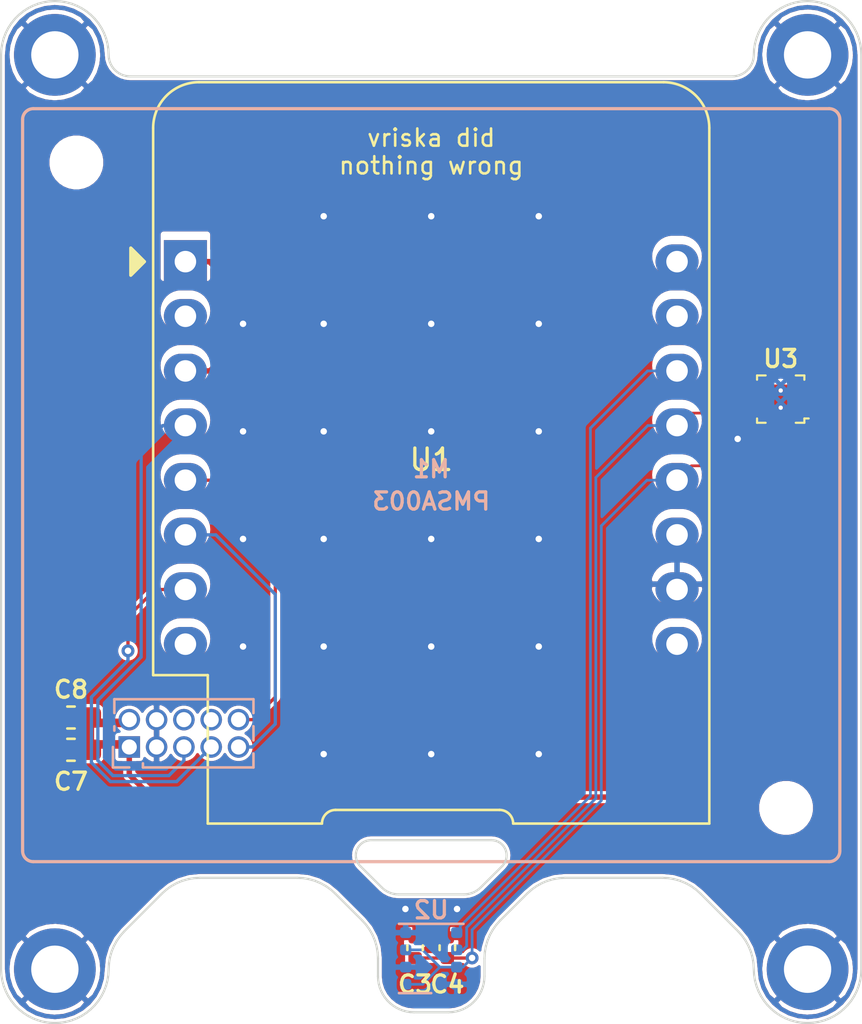
<source format=kicad_pcb>
(kicad_pcb (version 20171130) (host pcbnew 5.1.5+dfsg1-2build2)

  (general
    (thickness 1.6002)
    (drawings 309)
    (tracks 114)
    (zones 0)
    (modules 12)
    (nets 19)
  )

  (page A4)
  (layers
    (0 F.Cu signal)
    (31 B.Cu signal)
    (34 B.Paste user)
    (35 F.Paste user)
    (36 B.SilkS user)
    (37 F.SilkS user)
    (38 B.Mask user)
    (39 F.Mask user)
    (40 Dwgs.User user)
    (41 Cmts.User user hide)
    (42 Eco1.User user hide)
    (43 Eco2.User user hide)
    (44 Edge.Cuts user)
    (45 Margin user hide)
    (46 B.CrtYd user hide)
    (47 F.CrtYd user hide)
    (49 F.Fab user hide)
  )

  (setup
    (last_trace_width 0.127)
    (user_trace_width 0.127)
    (user_trace_width 0.1524)
    (user_trace_width 0.254)
    (user_trace_width 0.3175)
    (user_trace_width 0.4)
    (user_trace_width 0.6)
    (user_trace_width 0.762)
    (trace_clearance 0.127)
    (zone_clearance 0.508)
    (zone_45_only no)
    (trace_min 0.127)
    (via_size 0.6)
    (via_drill 0.3)
    (via_min_size 0.6)
    (via_min_drill 0.3)
    (user_via 0.6 0.3)
    (user_via 0.8 0.4)
    (user_via 0.9 0.4)
    (user_via 1 0.6)
    (uvia_size 0.6858)
    (uvia_drill 0.3302)
    (uvias_allowed no)
    (uvia_min_size 0.2)
    (uvia_min_drill 0.1)
    (edge_width 0.05)
    (segment_width 0.254)
    (pcb_text_width 0.254)
    (pcb_text_size 1.524 1.524)
    (mod_edge_width 0.127)
    (mod_text_size 0.8 0.8)
    (mod_text_width 0.1524)
    (pad_size 1.524 1.524)
    (pad_drill 0.762)
    (pad_to_mask_clearance 0)
    (solder_mask_min_width 0.12)
    (aux_axis_origin 0 0)
    (visible_elements 7FFFFFFF)
    (pcbplotparams
      (layerselection 0x010fc_ffffffff)
      (usegerberextensions false)
      (usegerberattributes false)
      (usegerberadvancedattributes false)
      (creategerberjobfile false)
      (excludeedgelayer true)
      (linewidth 0.150000)
      (plotframeref false)
      (viasonmask false)
      (mode 1)
      (useauxorigin false)
      (hpglpennumber 1)
      (hpglpenspeed 20)
      (hpglpendiameter 15.000000)
      (psnegative false)
      (psa4output false)
      (plotreference true)
      (plotvalue true)
      (plotinvisibletext false)
      (padsonsilk false)
      (subtractmaskfromsilk false)
      (outputformat 1)
      (mirror false)
      (drillshape 1)
      (scaleselection 1)
      (outputdirectory ""))
  )

  (net 0 "")
  (net 1 Board_1-+3V3)
  (net 2 Board_1-+5V)
  (net 3 Board_1-/PMS_RX)
  (net 4 Board_1-/PMS_TX)
  (net 5 Board_1-/SCL)
  (net 6 Board_1-/SDA)
  (net 7 Board_1-/U0RXD)
  (net 8 Board_1-/U0TXD)
  (net 9 Board_1-/VCC_SENS)
  (net 10 Board_1-/~PMS_RST)
  (net 11 Board_1-/~PMS_SET)
  (net 12 Board_1-/~WAKE)
  (net 13 Board_1-GND)
  (net 14 "Board_1-Net-(M1-Pad6)")
  (net 15 "Board_1-Net-(M1-Pad8)")
  (net 16 "Board_1-Net-(U1-Pad11)")
  (net 17 "Board_1-Net-(U1-Pad2)")
  (net 18 "Board_1-Net-(U3-Pad5)")

  (net_class Default "This is the default net class."
    (clearance 0.127)
    (trace_width 0.127)
    (via_dia 0.6)
    (via_drill 0.3)
    (uvia_dia 0.6858)
    (uvia_drill 0.3302)
    (diff_pair_width 0.1524)
    (diff_pair_gap 0.254)
    (add_net Board_1-+3V3)
    (add_net Board_1-+5V)
    (add_net Board_1-/PMS_RX)
    (add_net Board_1-/PMS_TX)
    (add_net Board_1-/SCL)
    (add_net Board_1-/SDA)
    (add_net Board_1-/U0RXD)
    (add_net Board_1-/U0TXD)
    (add_net Board_1-/VCC_SENS)
    (add_net Board_1-/~PMS_RST)
    (add_net Board_1-/~PMS_SET)
    (add_net Board_1-/~WAKE)
    (add_net Board_1-GND)
    (add_net "Board_1-Net-(M1-Pad6)")
    (add_net "Board_1-Net-(M1-Pad8)")
    (add_net "Board_1-Net-(U1-Pad11)")
    (add_net "Board_1-Net-(U1-Pad2)")
    (add_net "Board_1-Net-(U3-Pad5)")
  )

  (net_class USB_D ""
    (clearance 0.1524)
    (trace_width 0.1524)
    (via_dia 0.6)
    (via_drill 0.3)
    (uvia_dia 0.6858)
    (uvia_drill 0.3302)
    (diff_pair_width 0.1524)
    (diff_pair_gap 0.1524)
  )

  (net_class VCC ""
    (clearance 0.127)
    (trace_width 0.2)
    (via_dia 0.6)
    (via_drill 0.3)
    (uvia_dia 0.6858)
    (uvia_drill 0.3302)
    (diff_pair_width 0.1524)
    (diff_pair_gap 0.254)
  )

  (net_class VIN ""
    (clearance 0.254)
    (trace_width 0.4)
    (via_dia 0.8)
    (via_drill 0.4)
    (uvia_dia 0.6858)
    (uvia_drill 0.3302)
    (diff_pair_width 0.1524)
    (diff_pair_gap 0.127)
  )

  (module MountingHole:MountingHole_2.2mm_M2_DIN965_Pad_TopBottom (layer F.Cu) (tedit 56D1B4CB) (tstamp 607824D1)
    (at 132.5 77.5)
    (descr "Mounting Hole 2.2mm, M2, DIN965")
    (tags "mounting hole 2.2mm m2 din965")
    (path /6074CB79)
    (attr virtual)
    (fp_text reference H1 (at 0 -2.9) (layer F.SilkS) hide
      (effects (font (size 0.8 0.8) (thickness 0.1524)))
    )
    (fp_text value MP (at 0 2.9) (layer F.Fab) hide
      (effects (font (size 0.6 0.6) (thickness 0.1)))
    )
    (fp_text user %R (at 0.3 0) (layer F.Fab)
      (effects (font (size 0.6 0.6) (thickness 0.1)))
    )
    (fp_circle (center 0 0) (end 2.15 0) (layer F.CrtYd) (width 0.05))
    (fp_circle (center 0 0) (end 1.9 0) (layer Cmts.User) (width 0.15))
    (pad 1 thru_hole circle (at 0 0) (size 2.6 2.6) (drill 2.2) (layers *.Cu *.Mask)
      (net 13 Board_1-GND))
    (pad 1 connect circle (at 0 0) (size 3.8 3.8) (layers F.Cu F.Mask)
      (net 13 Board_1-GND))
    (pad 1 connect circle (at 0 0) (size 3.8 3.8) (layers B.Cu B.Mask)
      (net 13 Board_1-GND))
  )

  (module MountingHole:MountingHole_2.2mm_M2_DIN965_Pad_TopBottom (layer F.Cu) (tedit 56D1B4CB) (tstamp 607824C8)
    (at 167.5 120)
    (descr "Mounting Hole 2.2mm, M2, DIN965")
    (tags "mounting hole 2.2mm m2 din965")
    (path /6074E4DA)
    (attr virtual)
    (fp_text reference H2 (at 0 -2.9) (layer F.SilkS) hide
      (effects (font (size 0.8 0.8) (thickness 0.1524)))
    )
    (fp_text value MP (at 0 2.9) (layer F.Fab) hide
      (effects (font (size 0.6 0.6) (thickness 0.1)))
    )
    (fp_text user %R (at 0.3 0) (layer F.Fab)
      (effects (font (size 0.6 0.6) (thickness 0.1)))
    )
    (fp_circle (center 0 0) (end 2.15 0) (layer F.CrtYd) (width 0.05))
    (fp_circle (center 0 0) (end 1.9 0) (layer Cmts.User) (width 0.15))
    (pad 1 thru_hole circle (at 0 0) (size 2.6 2.6) (drill 2.2) (layers *.Cu *.Mask)
      (net 13 Board_1-GND))
    (pad 1 connect circle (at 0 0) (size 3.8 3.8) (layers F.Cu F.Mask)
      (net 13 Board_1-GND))
    (pad 1 connect circle (at 0 0) (size 3.8 3.8) (layers B.Cu B.Mask)
      (net 13 Board_1-GND))
  )

  (module MountingHole:MountingHole_2.2mm_M2_DIN965_Pad_TopBottom (layer F.Cu) (tedit 56D1B4CB) (tstamp 607824BF)
    (at 167.5 77.5)
    (descr "Mounting Hole 2.2mm, M2, DIN965")
    (tags "mounting hole 2.2mm m2 din965")
    (path /6074E75A)
    (attr virtual)
    (fp_text reference H3 (at 0 -2.9) (layer F.SilkS) hide
      (effects (font (size 0.8 0.8) (thickness 0.1524)))
    )
    (fp_text value MP (at 0 2.9) (layer F.Fab) hide
      (effects (font (size 0.6 0.6) (thickness 0.1)))
    )
    (fp_text user %R (at 0.3 0) (layer F.Fab)
      (effects (font (size 0.6 0.6) (thickness 0.1)))
    )
    (fp_circle (center 0 0) (end 2.15 0) (layer F.CrtYd) (width 0.05))
    (fp_circle (center 0 0) (end 1.9 0) (layer Cmts.User) (width 0.15))
    (pad 1 thru_hole circle (at 0 0) (size 2.6 2.6) (drill 2.2) (layers *.Cu *.Mask)
      (net 13 Board_1-GND))
    (pad 1 connect circle (at 0 0) (size 3.8 3.8) (layers F.Cu F.Mask)
      (net 13 Board_1-GND))
    (pad 1 connect circle (at 0 0) (size 3.8 3.8) (layers B.Cu B.Mask)
      (net 13 Board_1-GND))
  )

  (module MountingHole:MountingHole_2.2mm_M2_DIN965_Pad_TopBottom (layer F.Cu) (tedit 56D1B4CB) (tstamp 607824B6)
    (at 132.5 120)
    (descr "Mounting Hole 2.2mm, M2, DIN965")
    (tags "mounting hole 2.2mm m2 din965")
    (path /6074EA51)
    (attr virtual)
    (fp_text reference H4 (at 0 -2.9) (layer F.SilkS) hide
      (effects (font (size 0.8 0.8) (thickness 0.1524)))
    )
    (fp_text value MP (at 0 2.9) (layer F.Fab) hide
      (effects (font (size 0.6 0.6) (thickness 0.1)))
    )
    (fp_text user %R (at 0.3 0) (layer F.Fab)
      (effects (font (size 0.6 0.6) (thickness 0.1)))
    )
    (fp_circle (center 0 0) (end 2.15 0) (layer F.CrtYd) (width 0.05))
    (fp_circle (center 0 0) (end 1.9 0) (layer Cmts.User) (width 0.15))
    (pad 1 thru_hole circle (at 0 0) (size 2.6 2.6) (drill 2.2) (layers *.Cu *.Mask)
      (net 13 Board_1-GND))
    (pad 1 connect circle (at 0 0) (size 3.8 3.8) (layers F.Cu F.Mask)
      (net 13 Board_1-GND))
    (pad 1 connect circle (at 0 0) (size 3.8 3.8) (layers B.Cu B.Mask)
      (net 13 Board_1-GND))
  )

  (module Capacitor_SMD:C_0402_1005Metric (layer F.Cu) (tedit 5F68FEEE) (tstamp 607824A6)
    (at 149.25 119 90)
    (descr "Capacitor SMD 0402 (1005 Metric), square (rectangular) end terminal, IPC_7351 nominal, (Body size source: IPC-SM-782 page 76, https://www.pcb-3d.com/wordpress/wp-content/uploads/ipc-sm-782a_amendment_1_and_2.pdf), generated with kicad-footprint-generator")
    (tags capacitor)
    (path /607840AD)
    (attr smd)
    (fp_text reference C3 (at -1.7 0) (layer F.SilkS)
      (effects (font (size 0.8 0.8) (thickness 0.1524)))
    )
    (fp_text value 1uF (at 0 1.16 270) (layer F.Fab)
      (effects (font (size 0.6 0.6) (thickness 0.1)))
    )
    (fp_text user %R (at 0 0 270) (layer F.Fab)
      (effects (font (size 0.6 0.6) (thickness 0.1)))
    )
    (fp_line (start 0.91 0.46) (end -0.91 0.46) (layer F.CrtYd) (width 0.05))
    (fp_line (start 0.91 -0.46) (end 0.91 0.46) (layer F.CrtYd) (width 0.05))
    (fp_line (start -0.91 -0.46) (end 0.91 -0.46) (layer F.CrtYd) (width 0.05))
    (fp_line (start -0.91 0.46) (end -0.91 -0.46) (layer F.CrtYd) (width 0.05))
    (fp_line (start -0.107836 0.36) (end 0.107836 0.36) (layer F.SilkS) (width 0.12))
    (fp_line (start -0.107836 -0.36) (end 0.107836 -0.36) (layer F.SilkS) (width 0.12))
    (fp_line (start 0.5 0.25) (end -0.5 0.25) (layer F.Fab) (width 0.1))
    (fp_line (start 0.5 -0.25) (end 0.5 0.25) (layer F.Fab) (width 0.1))
    (fp_line (start -0.5 -0.25) (end 0.5 -0.25) (layer F.Fab) (width 0.1))
    (fp_line (start -0.5 0.25) (end -0.5 -0.25) (layer F.Fab) (width 0.1))
    (pad 1 smd roundrect (at -0.48 0 90) (size 0.56 0.62) (layers F.Cu F.Paste F.Mask) (roundrect_rratio 0.25)
      (net 9 Board_1-/VCC_SENS))
    (pad 2 smd roundrect (at 0.48 0 90) (size 0.56 0.62) (layers F.Cu F.Paste F.Mask) (roundrect_rratio 0.25)
      (net 13 Board_1-GND))
    (model ${KISYS3DMOD}/Capacitor_SMD.3dshapes/C_0402_1005Metric.wrl
      (at (xyz 0 0 0))
      (scale (xyz 1 1 1))
      (rotate (xyz 0 0 0))
    )
  )

  (module Capacitor_SMD:C_0402_1005Metric (layer F.Cu) (tedit 5F68FEEE) (tstamp 60782496)
    (at 150.75 119 270)
    (descr "Capacitor SMD 0402 (1005 Metric), square (rectangular) end terminal, IPC_7351 nominal, (Body size source: IPC-SM-782 page 76, https://www.pcb-3d.com/wordpress/wp-content/uploads/ipc-sm-782a_amendment_1_and_2.pdf), generated with kicad-footprint-generator")
    (tags capacitor)
    (path /6072279A)
    (attr smd)
    (fp_text reference C4 (at 1.7 0) (layer F.SilkS)
      (effects (font (size 0.8 0.8) (thickness 0.1524)))
    )
    (fp_text value 100nF (at 0 1.16 270) (layer F.Fab)
      (effects (font (size 0.6 0.6) (thickness 0.1)))
    )
    (fp_text user %R (at 0 0 270) (layer F.Fab)
      (effects (font (size 0.6 0.6) (thickness 0.1)))
    )
    (fp_line (start 0.91 0.46) (end -0.91 0.46) (layer F.CrtYd) (width 0.05))
    (fp_line (start 0.91 -0.46) (end 0.91 0.46) (layer F.CrtYd) (width 0.05))
    (fp_line (start -0.91 -0.46) (end 0.91 -0.46) (layer F.CrtYd) (width 0.05))
    (fp_line (start -0.91 0.46) (end -0.91 -0.46) (layer F.CrtYd) (width 0.05))
    (fp_line (start -0.107836 0.36) (end 0.107836 0.36) (layer F.SilkS) (width 0.12))
    (fp_line (start -0.107836 -0.36) (end 0.107836 -0.36) (layer F.SilkS) (width 0.12))
    (fp_line (start 0.5 0.25) (end -0.5 0.25) (layer F.Fab) (width 0.1))
    (fp_line (start 0.5 -0.25) (end 0.5 0.25) (layer F.Fab) (width 0.1))
    (fp_line (start -0.5 -0.25) (end 0.5 -0.25) (layer F.Fab) (width 0.1))
    (fp_line (start -0.5 0.25) (end -0.5 -0.25) (layer F.Fab) (width 0.1))
    (pad 1 smd roundrect (at -0.48 0 270) (size 0.56 0.62) (layers F.Cu F.Paste F.Mask) (roundrect_rratio 0.25)
      (net 13 Board_1-GND))
    (pad 2 smd roundrect (at 0.48 0 270) (size 0.56 0.62) (layers F.Cu F.Paste F.Mask) (roundrect_rratio 0.25)
      (net 9 Board_1-/VCC_SENS))
    (model ${KISYS3DMOD}/Capacitor_SMD.3dshapes/C_0402_1005Metric.wrl
      (at (xyz 0 0 0))
      (scale (xyz 1 1 1))
      (rotate (xyz 0 0 0))
    )
  )

  (module 12-Collected-Footprints:PMSA003 locked (layer B.Cu) (tedit 6071464E) (tstamp 6078246C)
    (at 150 97.5)
    (path /6071E0E3)
    (fp_text reference M1 (at 0 -0.75 180) (layer B.SilkS)
      (effects (font (size 0.8 0.8) (thickness 0.1524)) (justify mirror))
    )
    (fp_text value PMSA003 (at 0 0.75 180) (layer B.SilkS)
      (effects (font (size 0.8 0.8) (thickness 0.1524)) (justify mirror))
    )
    (fp_arc (start 18.5 -17) (end 18.5 -17.5) (angle 90) (layer B.SilkS) (width 0.15))
    (fp_arc (start 18.5 17) (end 19 17) (angle 90) (layer B.SilkS) (width 0.15))
    (fp_arc (start -18.5 17) (end -18.5 17.5) (angle 90) (layer B.SilkS) (width 0.15))
    (fp_arc (start -18.5 -17) (end -19 -17) (angle 90) (layer B.SilkS) (width 0.15))
    (fp_line (start -14.8 13.12) (end -14.04 13.12) (layer B.SilkS) (width 0.12))
    (fp_line (start -8.265 9.95) (end -8.265 10.59247) (layer B.SilkS) (width 0.12))
    (fp_line (start -8.265 11.20753) (end -8.265 11.86247) (layer B.SilkS) (width 0.12))
    (fp_line (start -8.265 12.47753) (end -8.265 13.12) (layer B.SilkS) (width 0.12))
    (fp_line (start -15.19 9.5) (end -15.19 13.55) (layer B.CrtYd) (width 0.05))
    (fp_line (start -14.675 10.01) (end -14.675 12.2975) (layer B.Fab) (width 0.1))
    (fp_line (start -8.325 13.06) (end -8.325 10.01) (layer B.Fab) (width 0.1))
    (fp_line (start -13.405 12.93) (end -13.405 13.12) (layer B.SilkS) (width 0.12))
    (fp_line (start -13.405 13.12) (end -8.265 13.12) (layer B.SilkS) (width 0.12))
    (fp_line (start -14.735 9.95) (end -8.265 9.95) (layer B.SilkS) (width 0.12))
    (fp_line (start -7.84 13.55) (end -7.84 9.5) (layer B.CrtYd) (width 0.05))
    (fp_line (start -8.325 10.01) (end -14.675 10.01) (layer B.Fab) (width 0.1))
    (fp_line (start -14.675 12.2975) (end -13.9125 13.06) (layer B.Fab) (width 0.1))
    (fp_line (start -14.735 11.20753) (end -14.735 11.41) (layer B.SilkS) (width 0.12))
    (fp_line (start -14.8 12.17) (end -14.8 13.12) (layer B.SilkS) (width 0.12))
    (fp_line (start -15.19 13.55) (end -7.84 13.55) (layer B.CrtYd) (width 0.05))
    (fp_line (start -7.84 9.5) (end -15.19 9.5) (layer B.CrtYd) (width 0.05))
    (fp_line (start -13.9125 13.06) (end -8.325 13.06) (layer B.Fab) (width 0.1))
    (fp_line (start -14.735 9.95) (end -14.735 10.59247) (layer B.SilkS) (width 0.12))
    (fp_line (start -18.5 17.5) (end 18.5 17.5) (layer B.SilkS) (width 0.15))
    (fp_line (start 19 17) (end 19 -17) (layer B.SilkS) (width 0.15))
    (fp_line (start 18.5 -17.5) (end -18.5 -17.5) (layer B.SilkS) (width 0.15))
    (fp_line (start -19 -17) (end -19 17) (layer B.SilkS) (width 0.15))
    (pad "" np_thru_hole circle (at 16.5 15) (size 2.2 2.2) (drill 2.2) (layers *.Cu *.Mask))
    (pad "" np_thru_hole circle (at -16.5 -15) (size 2.2 2.2) (drill 2.2) (layers *.Cu *.Mask))
    (pad 5 thru_hole oval (at -11.5 12.17 270) (size 1 1) (drill 0.7) (layers *.Cu *.Mask)
      (net 10 Board_1-/~PMS_RST))
    (pad 1 thru_hole rect (at -14.04 12.17 270) (size 1 1) (drill 0.7) (layers *.Cu *.Mask)
      (net 2 Board_1-+5V))
    (pad 7 thru_hole oval (at -10.23 12.17 270) (size 1 1) (drill 0.7) (layers *.Cu *.Mask)
      (net 3 Board_1-/PMS_RX))
    (pad 6 thru_hole oval (at -11.5 10.9 270) (size 1 1) (drill 0.7) (layers *.Cu *.Mask)
      (net 14 "Board_1-Net-(M1-Pad6)"))
    (pad 3 thru_hole oval (at -12.77 12.17 270) (size 1 1) (drill 0.7) (layers *.Cu *.Mask)
      (net 13 Board_1-GND))
    (pad 10 thru_hole oval (at -8.96 10.9 270) (size 1 1) (drill 0.7) (layers *.Cu *.Mask)
      (net 11 Board_1-/~PMS_SET))
    (pad 9 thru_hole oval (at -8.96 12.17 270) (size 1 1) (drill 0.7) (layers *.Cu *.Mask)
      (net 4 Board_1-/PMS_TX))
    (pad 8 thru_hole oval (at -10.23 10.9 270) (size 1 1) (drill 0.7) (layers *.Cu *.Mask)
      (net 15 "Board_1-Net-(M1-Pad8)"))
    (pad 2 thru_hole oval (at -14.04 10.9 270) (size 1 1) (drill 0.7) (layers *.Cu *.Mask)
      (net 2 Board_1-+5V))
    (pad 4 thru_hole oval (at -12.77 10.9 270) (size 1 1) (drill 0.7) (layers *.Cu *.Mask)
      (net 13 Board_1-GND))
    (model ${KISYS3DMOD}/Connector_PinSocket_1.27mm.3dshapes/PinSocket_2x05_P1.27mm_Vertical.wrl
      (offset (xyz -8.949999999999999 10.9 0))
      (scale (xyz 1 1 1))
      (rotate (xyz 0 0 90))
    )
    (model :SnapEDA-3D:PMSA003-body.wrl
      (at (xyz 0 0 0))
      (scale (xyz 0.3937 0.3937 0.3937))
      (rotate (xyz -90 0 180))
    )
    (model :SnapEDA-3D:PMSA003-fan-blk.wrl
      (offset (xyz 14.35 -32.75 -14.35))
      (scale (xyz 0.3937 0.3937 0.3937))
      (rotate (xyz -90 0 180))
    )
  )

  (module 11-My-Edits:MultiALS-LTR303-TIOPT3K (layer F.Cu) (tedit 60751DBB) (tstamp 6078244E)
    (at 166.25 93.5 180)
    (descr "ambient light sensor, i2c interface, 6-pin chipled package, http://optoelectronics.liteon.com/upload/download/DS86-2013-0004/LTR-303ALS-01_DS_V1.pdf")
    (tags "ambient light sensor chipled")
    (path /6077212D)
    (attr smd)
    (fp_text reference U3 (at 0 1.875 180) (layer F.SilkS)
      (effects (font (size 0.8 0.8) (thickness 0.1524)))
    )
    (fp_text value OPT3001DNPT (at 0 2.025) (layer F.Fab)
      (effects (font (size 0.6 0.6) (thickness 0.1)))
    )
    (fp_text user %R (at 0 0 180) (layer F.Fab)
      (effects (font (size 0.6 0.6) (thickness 0.1)))
    )
    (fp_line (start 1.48 -1.25) (end -1.48 -1.25) (layer F.CrtYd) (width 0.05))
    (fp_line (start 1.48 1.25) (end 1.48 -1.25) (layer F.CrtYd) (width 0.05))
    (fp_line (start -1.48 1.25) (end 1.48 1.25) (layer F.CrtYd) (width 0.05))
    (fp_line (start -1.48 -1.25) (end -1.48 1.25) (layer F.CrtYd) (width 0.05))
    (fp_line (start 1 -1) (end 1 1) (layer F.Fab) (width 0.1))
    (fp_line (start 1 1) (end -1 1) (layer F.Fab) (width 0.1))
    (fp_line (start -1 -1) (end 1 -1) (layer F.Fab) (width 0.1))
    (fp_line (start 1.1 1.1) (end 1.1 0.9) (layer F.SilkS) (width 0.1))
    (fp_line (start -1.1 0.9) (end -1.1 1.1) (layer F.SilkS) (width 0.1))
    (fp_line (start -1 -1) (end -1 1) (layer F.Fab) (width 0.1))
    (fp_line (start -1.1 1.1) (end -0.7 1.1) (layer F.SilkS) (width 0.1))
    (fp_line (start -1.1 -0.9) (end -1.3 -0.9) (layer F.SilkS) (width 0.1))
    (fp_line (start 0.7 1.1) (end 1.1 1.1) (layer F.SilkS) (width 0.1))
    (fp_line (start 1.1 -1.1) (end 1.1 -0.9) (layer F.SilkS) (width 0.1))
    (fp_line (start -1.1 -1.1) (end -1.1 -0.9) (layer F.SilkS) (width 0.1))
    (fp_line (start 0.7 -1.1) (end 1.1 -1.1) (layer F.SilkS) (width 0.1))
    (fp_line (start -0.7 -1.1) (end -1.1 -1.1) (layer F.SilkS) (width 0.1))
    (pad 6 smd roundrect (at 0.9 -0.65 180) (size 0.65 0.3) (layers F.Cu F.Paste F.Mask) (roundrect_rratio 0.25)
      (net 6 Board_1-/SDA))
    (pad 5 smd roundrect (at 0.9 0 180) (size 0.65 0.3) (layers F.Cu F.Paste F.Mask) (roundrect_rratio 0.25)
      (net 18 "Board_1-Net-(U3-Pad5)"))
    (pad 4 smd roundrect (at 0.9 0.65 180) (size 0.65 0.3) (layers F.Cu F.Paste F.Mask) (roundrect_rratio 0.25)
      (net 5 Board_1-/SCL))
    (pad 3 smd roundrect (at -0.9 0.65 180) (size 0.65 0.3) (layers F.Cu F.Paste F.Mask) (roundrect_rratio 0.25)
      (net 13 Board_1-GND))
    (pad 2 smd roundrect (at -0.9 0 180) (size 0.65 0.3) (layers F.Cu F.Paste F.Mask) (roundrect_rratio 0.25)
      (net 13 Board_1-GND))
    (pad 1 smd roundrect (at -0.9 -0.65 180) (size 0.65 0.3) (layers F.Cu F.Paste F.Mask) (roundrect_rratio 0.25)
      (net 9 Board_1-/VCC_SENS))
    (pad 7 thru_hole circle (at 0 0.4 180) (size 0.2 0.2) (drill 0.2) (layers *.Cu *.Mask)
      (net 13 Board_1-GND) (solder_mask_margin 0.001))
    (pad 7 smd rect (at 0 0 180) (size 0.65 1.35) (layers F.Cu F.Paste F.Mask)
      (net 13 Board_1-GND) (solder_mask_margin 0.07))
    (pad 7 thru_hole circle (at 0 -0.4 180) (size 0.2 0.2) (drill 0.2) (layers *.Cu *.Mask)
      (net 13 Board_1-GND) (solder_mask_margin 0.001))
    (model ":SnapEDA-3D:APA102-2020 MODEL v15.wrl"
      (at (xyz 0 0 0))
      (scale (xyz 0.393700787 0.393700787 0.393700787))
      (rotate (xyz 0 0 180))
    )
  )

  (module Capacitor_SMD:C_0603_1608Metric_Pad1.05x0.95mm_HandSolder (layer F.Cu) (tedit 5B301BBE) (tstamp 6078243F)
    (at 133.25 109.8 180)
    (descr "Capacitor SMD 0603 (1608 Metric), square (rectangular) end terminal, IPC_7351 nominal with elongated pad for handsoldering. (Body size source: http://www.tortai-tech.com/upload/download/2011102023233369053.pdf), generated with kicad-footprint-generator")
    (tags "capacitor handsolder")
    (path /608721CC)
    (attr smd)
    (fp_text reference C7 (at 0 -1.475) (layer F.SilkS)
      (effects (font (size 0.8 0.8) (thickness 0.1524)))
    )
    (fp_text value 10uF (at -2.6 0) (layer F.Fab)
      (effects (font (size 0.6 0.6) (thickness 0.1)))
    )
    (fp_line (start 1.65 0.73) (end -1.65 0.73) (layer F.CrtYd) (width 0.05))
    (fp_line (start 1.65 -0.73) (end 1.65 0.73) (layer F.CrtYd) (width 0.05))
    (fp_line (start -1.65 -0.73) (end 1.65 -0.73) (layer F.CrtYd) (width 0.05))
    (fp_line (start -1.65 0.73) (end -1.65 -0.73) (layer F.CrtYd) (width 0.05))
    (fp_line (start -0.171267 0.51) (end 0.171267 0.51) (layer F.SilkS) (width 0.12))
    (fp_line (start -0.171267 -0.51) (end 0.171267 -0.51) (layer F.SilkS) (width 0.12))
    (fp_line (start 0.8 0.4) (end -0.8 0.4) (layer F.Fab) (width 0.1))
    (fp_line (start 0.8 -0.4) (end 0.8 0.4) (layer F.Fab) (width 0.1))
    (fp_line (start -0.8 -0.4) (end 0.8 -0.4) (layer F.Fab) (width 0.1))
    (fp_line (start -0.8 0.4) (end -0.8 -0.4) (layer F.Fab) (width 0.1))
    (pad 1 smd roundrect (at -0.875 0 180) (size 1.05 0.95) (layers F.Cu F.Paste F.Mask) (roundrect_rratio 0.25)
      (net 2 Board_1-+5V))
    (pad 2 smd roundrect (at 0.875 0 180) (size 1.05 0.95) (layers F.Cu F.Paste F.Mask) (roundrect_rratio 0.25)
      (net 13 Board_1-GND))
    (model ${KISYS3DMOD}/Capacitor_SMD.3dshapes/C_0603_1608Metric.wrl
      (at (xyz 0 0 0))
      (scale (xyz 1 1 1))
      (rotate (xyz 0 0 0))
    )
  )

  (module Capacitor_SMD:C_0603_1608Metric_Pad1.05x0.95mm_HandSolder (layer F.Cu) (tedit 5B301BBE) (tstamp 60782430)
    (at 133.25 108.3 180)
    (descr "Capacitor SMD 0603 (1608 Metric), square (rectangular) end terminal, IPC_7351 nominal with elongated pad for handsoldering. (Body size source: http://www.tortai-tech.com/upload/download/2011102023233369053.pdf), generated with kicad-footprint-generator")
    (tags "capacitor handsolder")
    (path /60877101)
    (attr smd)
    (fp_text reference C8 (at 0 1.3) (layer F.SilkS)
      (effects (font (size 0.8 0.8) (thickness 0.1524)))
    )
    (fp_text value 10uF (at -2.6 0) (layer F.Fab)
      (effects (font (size 0.6 0.6) (thickness 0.1)))
    )
    (fp_line (start 1.65 0.73) (end -1.65 0.73) (layer F.CrtYd) (width 0.05))
    (fp_line (start 1.65 -0.73) (end 1.65 0.73) (layer F.CrtYd) (width 0.05))
    (fp_line (start -1.65 -0.73) (end 1.65 -0.73) (layer F.CrtYd) (width 0.05))
    (fp_line (start -1.65 0.73) (end -1.65 -0.73) (layer F.CrtYd) (width 0.05))
    (fp_line (start -0.171267 0.51) (end 0.171267 0.51) (layer F.SilkS) (width 0.12))
    (fp_line (start -0.171267 -0.51) (end 0.171267 -0.51) (layer F.SilkS) (width 0.12))
    (fp_line (start 0.8 0.4) (end -0.8 0.4) (layer F.Fab) (width 0.1))
    (fp_line (start 0.8 -0.4) (end 0.8 0.4) (layer F.Fab) (width 0.1))
    (fp_line (start -0.8 -0.4) (end 0.8 -0.4) (layer F.Fab) (width 0.1))
    (fp_line (start -0.8 0.4) (end -0.8 -0.4) (layer F.Fab) (width 0.1))
    (pad 1 smd roundrect (at -0.875 0 180) (size 1.05 0.95) (layers F.Cu F.Paste F.Mask) (roundrect_rratio 0.25)
      (net 2 Board_1-+5V))
    (pad 2 smd roundrect (at 0.875 0 180) (size 1.05 0.95) (layers F.Cu F.Paste F.Mask) (roundrect_rratio 0.25)
      (net 13 Board_1-GND))
    (model ${KISYS3DMOD}/Capacitor_SMD.3dshapes/C_0603_1608Metric.wrl
      (at (xyz 0 0 0))
      (scale (xyz 1 1 1))
      (rotate (xyz 0 0 0))
    )
  )

  (module 11-My-Edits:WEMOS_D1_mini (layer F.Cu) (tedit 6076E034) (tstamp 607823EA)
    (at 150 96)
    (descr "16-pin module, column spacing 22.86 mm (900 mils), https://wiki.wemos.cc/products:d1:d1_mini, https://c1.staticflickr.com/1/734/31400410271_f278b087db_z.jpg")
    (tags "ESP8266 WiFi microcontroller")
    (path /60909D78)
    (fp_text reference U1 (at 0 0.3175) (layer F.SilkS)
      (effects (font (size 1 1) (thickness 0.1524)))
    )
    (fp_text value WeMos_D1_mini_Labels (at 0.27 -9.8425) (layer F.Fab)
      (effects (font (size 0.6 0.6) (thickness 0.1)))
    )
    (fp_text user %R (at 0 0.1575) (layer F.Fab)
      (effects (font (size 0.6 0.6) (thickness 0.1)))
    )
    (fp_arc (start -10.8 -15.1) (end -10.8 -17.1) (angle -90) (layer F.Fab) (width 0.1))
    (fp_arc (start 10.8 -15.1) (end 12.8 -15.08) (angle -90) (layer F.Fab) (width 0.1))
    (fp_arc (start -10.8 -15.1) (end -10.8 -17.23) (angle -90) (layer F.SilkS) (width 0.12))
    (fp_arc (start 10.8 -15.1) (end 12.93 -15.1) (angle -90) (layer F.SilkS) (width 0.12))
    (fp_text user "KEEP OUT" (at 0 -16.1925) (layer Cmts.User)
      (effects (font (size 1 1) (thickness 0.15)))
    )
    (fp_text user "No copper" (at 0 -13.6525) (layer Cmts.User)
      (effects (font (size 1 1) (thickness 0.15)))
    )
    (fp_arc (start -4.445 17.23) (end -4.445 16.595) (angle -90) (layer F.SilkS) (width 0.12))
    (fp_arc (start 3.175 17.23) (end 3.81 17.23) (angle -90) (layer F.SilkS) (width 0.12))
    (fp_line (start -4.445 16.595) (end 3.175 16.595) (layer F.SilkS) (width 0.12))
    (fp_line (start 3.81 17.23) (end 12.93 17.23) (layer F.SilkS) (width 0.12))
    (fp_line (start -10.39 17.23) (end -5.08 17.23) (layer F.SilkS) (width 0.12))
    (fp_line (start -12.93 10.33) (end -12.93 -15.1) (layer F.SilkS) (width 0.12))
    (fp_line (start 12.93 17.23) (end 12.93 -15.1) (layer F.SilkS) (width 0.12))
    (fp_line (start 10.81 -17.23) (end -10.8 -17.23) (layer F.SilkS) (width 0.12))
    (fp_line (start -10.26 17.1) (end 12.8 17.1) (layer F.Fab) (width 0.1))
    (fp_line (start 12.8 17.1) (end 12.8 -15.1) (layer F.Fab) (width 0.1))
    (fp_line (start 10.8 -17.1) (end -10.8 -17.1) (layer F.Fab) (width 0.1))
    (fp_line (start -12.8 -7.89) (end -12.8 10.2) (layer F.Fab) (width 0.1))
    (fp_line (start -13.05 -17.35) (end 13.05 -17.3) (layer F.CrtYd) (width 0.05))
    (fp_line (start 13.05 -17.3) (end 13.05 17.35) (layer F.CrtYd) (width 0.05))
    (fp_line (start 13.05 17.35) (end -13.05 17.35) (layer F.CrtYd) (width 0.05))
    (fp_line (start -13.05 17.35) (end -13.05 -17.35) (layer F.CrtYd) (width 0.05))
    (fp_poly (pts (xy -13.97 -9.525) (xy -13.97 -8.255) (xy -13.335 -8.89)) (layer F.SilkS) (width 0.15))
    (fp_line (start -12.78 -10.29) (end 12.82 -10.29) (layer Dwgs.User) (width 0.1))
    (fp_line (start 12.82 -10.29) (end 12.82 -17.09) (layer Dwgs.User) (width 0.1))
    (fp_line (start 12.82 -17.09) (end -12.78 -17.09) (layer Dwgs.User) (width 0.1))
    (fp_line (start -12.78 -17.09) (end -12.78 -10.29) (layer Dwgs.User) (width 0.1))
    (fp_line (start -12.78 -10.29) (end -5.98 -17.09) (layer Dwgs.User) (width 0.1))
    (fp_line (start -10.78 -10.29) (end -3.98 -17.09) (layer Dwgs.User) (width 0.1))
    (fp_line (start -8.78 -10.29) (end -1.98 -17.09) (layer Dwgs.User) (width 0.1))
    (fp_line (start -6.78 -10.29) (end 0.02 -17.09) (layer Dwgs.User) (width 0.1))
    (fp_line (start -4.78 -10.29) (end 2.02 -17.09) (layer Dwgs.User) (width 0.1))
    (fp_line (start -2.78 -10.29) (end 4.02 -17.09) (layer Dwgs.User) (width 0.1))
    (fp_line (start -0.78 -10.29) (end 6.02 -17.09) (layer Dwgs.User) (width 0.1))
    (fp_line (start 1.22 -10.29) (end 8.02 -17.09) (layer Dwgs.User) (width 0.1))
    (fp_line (start 3.22 -10.29) (end 10.02 -17.09) (layer Dwgs.User) (width 0.1))
    (fp_line (start 5.22 -10.29) (end 12.02 -17.09) (layer Dwgs.User) (width 0.1))
    (fp_line (start 7.22 -10.29) (end 12.82 -15.89) (layer Dwgs.User) (width 0.1))
    (fp_line (start 9.22 -10.29) (end 12.82 -13.89) (layer Dwgs.User) (width 0.1))
    (fp_line (start 11.22 -10.29) (end 12.82 -11.89) (layer Dwgs.User) (width 0.1))
    (fp_line (start -12.78 -12.29) (end -7.98 -17.09) (layer Dwgs.User) (width 0.1))
    (fp_line (start -12.73 -14.34) (end -9.98 -17.09) (layer Dwgs.User) (width 0.1))
    (fp_line (start -12.78 -16.29) (end -11.98 -17.09) (layer Dwgs.User) (width 0.1))
    (fp_line (start -12.8 10.2) (end -10.26 10.2) (layer F.Fab) (width 0.1))
    (fp_line (start -10.26 10.2) (end -10.26 17.1) (layer F.Fab) (width 0.1))
    (fp_line (start -12.8 -15.1) (end -12.8 -9.89) (layer F.Fab) (width 0.1))
    (fp_line (start -12.8 -7.89) (end -11.8 -8.89) (layer F.Fab) (width 0.1))
    (fp_line (start -11.8 -8.89) (end -12.8 -9.89) (layer F.Fab) (width 0.1))
    (fp_line (start -12.93 10.33) (end -10.39 10.33) (layer F.SilkS) (width 0.12))
    (fp_line (start -10.39 10.33) (end -10.39 17.23) (layer F.SilkS) (width 0.12))
    (pad 2 thru_hole oval (at -11.43 -6.35) (size 2 1.6) (drill 1) (layers *.Cu *.Mask)
      (net 17 "Board_1-Net-(U1-Pad2)"))
    (pad 1 thru_hole rect (at -11.43 -8.89) (size 2 2) (drill 1) (layers *.Cu *.Mask)
      (net 12 Board_1-/~WAKE))
    (pad 3 thru_hole oval (at -11.43 -3.81) (size 2 1.6) (drill 1) (layers *.Cu *.Mask)
      (net 12 Board_1-/~WAKE))
    (pad 4 thru_hole oval (at -11.43 -1.27) (size 2 1.6) (drill 1) (layers *.Cu *.Mask)
      (net 10 Board_1-/~PMS_RST))
    (pad 5 thru_hole oval (at -11.43 1.27) (size 2 1.6) (drill 1) (layers *.Cu *.Mask)
      (net 11 Board_1-/~PMS_SET))
    (pad 6 thru_hole oval (at -11.43 3.81) (size 2 1.6) (drill 1) (layers *.Cu *.Mask)
      (net 4 Board_1-/PMS_TX))
    (pad 7 thru_hole oval (at -11.43 6.35) (size 2 1.6) (drill 1) (layers *.Cu *.Mask)
      (net 3 Board_1-/PMS_RX))
    (pad 8 thru_hole oval (at -11.43 8.89) (size 2 1.6) (drill 1) (layers *.Cu *.Mask)
      (net 1 Board_1-+3V3))
    (pad 9 thru_hole oval (at 11.43 8.89) (size 2 1.6) (drill 1) (layers *.Cu *.Mask)
      (net 2 Board_1-+5V))
    (pad 10 thru_hole oval (at 11.43 6.35) (size 2 1.6) (drill 1) (layers *.Cu *.Mask)
      (net 13 Board_1-GND))
    (pad 11 thru_hole oval (at 11.43 3.81) (size 2 1.6) (drill 1) (layers *.Cu *.Mask)
      (net 16 "Board_1-Net-(U1-Pad11)"))
    (pad 12 thru_hole oval (at 11.43 1.27) (size 2 1.6) (drill 1) (layers *.Cu *.Mask)
      (net 9 Board_1-/VCC_SENS))
    (pad 13 thru_hole oval (at 11.43 -1.27) (size 2 1.6) (drill 1) (layers *.Cu *.Mask)
      (net 6 Board_1-/SDA))
    (pad 14 thru_hole oval (at 11.43 -3.81) (size 2 1.6) (drill 1) (layers *.Cu *.Mask)
      (net 5 Board_1-/SCL))
    (pad 15 thru_hole oval (at 11.43 -6.35) (size 2 1.6) (drill 1) (layers *.Cu *.Mask)
      (net 7 Board_1-/U0RXD))
    (pad 16 thru_hole oval (at 11.43 -8.89) (size 2 1.6) (drill 1) (layers *.Cu *.Mask)
      (net 8 Board_1-/U0TXD))
    (model ${KISYS3DMOD}/Module.3dshapes/WEMOS_D1_mini_light.wrl
      (offset (xyz -11.43 8.890000000000001 -6.5))
      (scale (xyz 1 1 1))
      (rotate (xyz 0 0 0))
    )
    (model ${KISYS3DMOD}/Connector_PinHeader_2.54mm.3dshapes/PinHeader_1x08_P2.54mm_Vertical.wrl
      (offset (xyz -11.43 9 0))
      (scale (xyz 1 1 1))
      (rotate (xyz 0 0 0))
    )
    (model ${KISYS3DMOD}/Connector_PinHeader_2.54mm.3dshapes/PinHeader_1x08_P2.54mm_Vertical.wrl
      (offset (xyz 11.43 9 0))
      (scale (xyz 1 1 1))
      (rotate (xyz 0 0 0))
    )
  )

  (module 11-My-Edits:Bosch_LGA-8_3x3mm_P0.8mm_ClockwisePinNumbering (layer B.Cu) (tedit 60713966) (tstamp 607823D3)
    (at 150 119.5 90)
    (descr "Bosch  LGA, 8 Pin (https://ae-bst.resource.bosch.com/media/_tech/media/datasheets/BST-BME680-DS001-00.pdf#page=44), generated with kicad-footprint-generator ipc_noLead_generator.py")
    (tags "Bosch LGA NoLead")
    (path /607028BB)
    (attr smd)
    (fp_text reference U2 (at 2.25 0 180) (layer B.SilkS)
      (effects (font (size 0.8 0.8) (thickness 0.1524)) (justify mirror))
    )
    (fp_text value BME68x (at 0 -2.45 270) (layer B.Fab)
      (effects (font (size 0.6 0.6) (thickness 0.1)) (justify mirror))
    )
    (fp_text user %R (at 0 0 270) (layer B.Fab)
      (effects (font (size 0.6 0.6) (thickness 0.1)) (justify mirror))
    )
    (fp_line (start -1.61 0) (end -1.61 -1.5) (layer B.SilkS) (width 0.12))
    (fp_line (start 1.61 1.5) (end 1.61 -1.5) (layer B.SilkS) (width 0.12))
    (fp_line (start -0.75 1.5) (end 1.5 1.5) (layer B.Fab) (width 0.1))
    (fp_line (start 1.5 1.5) (end 1.5 -1.5) (layer B.Fab) (width 0.1))
    (fp_line (start 1.5 -1.5) (end -1.5 -1.5) (layer B.Fab) (width 0.1))
    (fp_line (start -1.5 -1.5) (end -1.5 0.75) (layer B.Fab) (width 0.1))
    (fp_line (start -1.5 0.75) (end -0.75 1.5) (layer B.Fab) (width 0.1))
    (fp_line (start -1.75 1.75) (end -1.75 -1.75) (layer B.CrtYd) (width 0.05))
    (fp_line (start -1.75 -1.75) (end 1.75 -1.75) (layer B.CrtYd) (width 0.05))
    (fp_line (start 1.75 -1.75) (end 1.75 1.75) (layer B.CrtYd) (width 0.05))
    (fp_line (start 1.75 1.75) (end -1.75 1.75) (layer B.CrtYd) (width 0.05))
    (pad 8 smd roundrect (at -1.2 -1.1875 90) (size 0.5 0.525) (layers B.Cu B.Paste B.Mask) (roundrect_rratio 0.25)
      (net 9 Board_1-/VCC_SENS))
    (pad 7 smd roundrect (at -0.4 -1.1875 90) (size 0.5 0.525) (layers B.Cu B.Paste B.Mask) (roundrect_rratio 0.25)
      (net 13 Board_1-GND))
    (pad 6 smd roundrect (at 0.4 -1.1875 90) (size 0.5 0.525) (layers B.Cu B.Paste B.Mask) (roundrect_rratio 0.25)
      (net 9 Board_1-/VCC_SENS))
    (pad 5 smd roundrect (at 1.2 -1.1875 90) (size 0.5 0.525) (layers B.Cu B.Paste B.Mask) (roundrect_rratio 0.25)
      (net 13 Board_1-GND))
    (pad 4 smd roundrect (at 1.2 1.1875 90) (size 0.5 0.525) (layers B.Cu B.Paste B.Mask) (roundrect_rratio 0.25)
      (net 5 Board_1-/SCL))
    (pad 3 smd roundrect (at 0.4 1.1875 90) (size 0.5 0.525) (layers B.Cu B.Paste B.Mask) (roundrect_rratio 0.25)
      (net 6 Board_1-/SDA))
    (pad 2 smd roundrect (at -0.4 1.1875 90) (size 0.5 0.525) (layers B.Cu B.Paste B.Mask) (roundrect_rratio 0.25)
      (net 9 Board_1-/VCC_SENS))
    (pad 1 smd roundrect (at -1.2 1.1875 90) (size 0.5 0.525) (layers B.Cu B.Paste B.Mask) (roundrect_rratio 0.25)
      (net 13 Board_1-GND))
    (model :SnapEDA-3D:BME680--3DModel-STEP-56544.STEP
      (at (xyz 0 0 0))
      (scale (xyz 1 1 1))
      (rotate (xyz -90 0 0))
    )
  )

  (gr_line (start 146.6523 115.1527) (end 146.7007 115.2064) (layer Edge.Cuts) (width 0.1))
  (gr_line (start 146.6096 115.0944) (end 146.6523 115.1527) (layer Edge.Cuts) (width 0.1))
  (gr_line (start 146.5731 115.032) (end 146.6096 115.0944) (layer Edge.Cuts) (width 0.1))
  (gr_line (start 146.5431 114.9661) (end 146.5731 115.032) (layer Edge.Cuts) (width 0.1))
  (gr_line (start 146.5201 114.8976) (end 146.5431 114.9661) (layer Edge.Cuts) (width 0.1))
  (gr_line (start 146.5042 114.8271) (end 146.5201 114.8976) (layer Edge.Cuts) (width 0.1))
  (gr_line (start 146.4955 114.7553) (end 146.5042 114.8271) (layer Edge.Cuts) (width 0.1))
  (gr_line (start 146.4943 114.683) (end 146.4955 114.7553) (layer Edge.Cuts) (width 0.1))
  (gr_line (start 146.5005 114.611) (end 146.4943 114.683) (layer Edge.Cuts) (width 0.1))
  (gr_line (start 146.514 114.5399) (end 146.5005 114.611) (layer Edge.Cuts) (width 0.1))
  (gr_line (start 146.5347 114.4706) (end 146.514 114.5399) (layer Edge.Cuts) (width 0.1))
  (gr_line (start 146.5623 114.4038) (end 146.5347 114.4706) (layer Edge.Cuts) (width 0.1))
  (gr_line (start 146.5967 114.3402) (end 146.5623 114.4038) (layer Edge.Cuts) (width 0.1))
  (gr_line (start 146.6374 114.2805) (end 146.5967 114.3402) (layer Edge.Cuts) (width 0.1))
  (gr_line (start 146.684 114.2252) (end 146.6374 114.2805) (layer Edge.Cuts) (width 0.1))
  (gr_line (start 146.7359 114.1749) (end 146.684 114.2252) (layer Edge.Cuts) (width 0.1))
  (gr_line (start 146.7928 114.1302) (end 146.7359 114.1749) (layer Edge.Cuts) (width 0.1))
  (gr_line (start 146.8539 114.0916) (end 146.7928 114.1302) (layer Edge.Cuts) (width 0.1))
  (gr_line (start 146.9187 114.0595) (end 146.8539 114.0916) (layer Edge.Cuts) (width 0.1))
  (gr_line (start 146.9864 114.0341) (end 146.9187 114.0595) (layer Edge.Cuts) (width 0.1))
  (gr_line (start 147.0563 114.0158) (end 146.9864 114.0341) (layer Edge.Cuts) (width 0.1))
  (gr_line (start 147.1278 114.0047) (end 147.0563 114.0158) (layer Edge.Cuts) (width 0.1))
  (gr_line (start 147.2 114.001) (end 147.1278 114.0047) (layer Edge.Cuts) (width 0.1))
  (gr_line (start 152.8 114.001) (end 147.2 114.001) (layer Edge.Cuts) (width 0.1))
  (gr_line (start 152.8722 114.0047) (end 152.8 114.001) (layer Edge.Cuts) (width 0.1))
  (gr_line (start 152.9437 114.0158) (end 152.8722 114.0047) (layer Edge.Cuts) (width 0.1))
  (gr_line (start 153.0136 114.0341) (end 152.9437 114.0158) (layer Edge.Cuts) (width 0.1))
  (gr_line (start 153.0813 114.0595) (end 153.0136 114.0341) (layer Edge.Cuts) (width 0.1))
  (gr_line (start 153.1461 114.0916) (end 153.0813 114.0595) (layer Edge.Cuts) (width 0.1))
  (gr_line (start 153.2072 114.1302) (end 153.1461 114.0916) (layer Edge.Cuts) (width 0.1))
  (gr_line (start 153.2641 114.1749) (end 153.2072 114.1302) (layer Edge.Cuts) (width 0.1))
  (gr_line (start 153.316 114.2252) (end 153.2641 114.1749) (layer Edge.Cuts) (width 0.1))
  (gr_line (start 153.3626 114.2805) (end 153.316 114.2252) (layer Edge.Cuts) (width 0.1))
  (gr_line (start 153.4033 114.3402) (end 153.3626 114.2805) (layer Edge.Cuts) (width 0.1))
  (gr_line (start 153.4377 114.4038) (end 153.4033 114.3402) (layer Edge.Cuts) (width 0.1))
  (gr_line (start 153.4653 114.4706) (end 153.4377 114.4038) (layer Edge.Cuts) (width 0.1))
  (gr_line (start 153.486 114.5399) (end 153.4653 114.4706) (layer Edge.Cuts) (width 0.1))
  (gr_line (start 153.4995 114.611) (end 153.486 114.5399) (layer Edge.Cuts) (width 0.1))
  (gr_line (start 153.5057 114.683) (end 153.4995 114.611) (layer Edge.Cuts) (width 0.1))
  (gr_line (start 153.5045 114.7553) (end 153.5057 114.683) (layer Edge.Cuts) (width 0.1))
  (gr_line (start 153.4958 114.8271) (end 153.5045 114.7553) (layer Edge.Cuts) (width 0.1))
  (gr_line (start 153.4799 114.8976) (end 153.4958 114.8271) (layer Edge.Cuts) (width 0.1))
  (gr_line (start 153.4569 114.9661) (end 153.4799 114.8976) (layer Edge.Cuts) (width 0.1))
  (gr_line (start 153.4269 115.032) (end 153.4569 114.9661) (layer Edge.Cuts) (width 0.1))
  (gr_line (start 153.3904 115.0944) (end 153.4269 115.032) (layer Edge.Cuts) (width 0.1))
  (gr_line (start 153.3477 115.1527) (end 153.3904 115.0944) (layer Edge.Cuts) (width 0.1))
  (gr_line (start 153.2993 115.2064) (end 153.3477 115.1527) (layer Edge.Cuts) (width 0.1))
  (gr_line (start 152.2993 116.1993) (end 153.2993 115.2064) (layer Edge.Cuts) (width 0.1))
  (gr_line (start 152.2074 116.2814) (end 152.2993 116.1993) (layer Edge.Cuts) (width 0.1))
  (gr_line (start 152.1069 116.3527) (end 152.2074 116.2814) (layer Edge.Cuts) (width 0.1))
  (gr_line (start 151.999 116.4123) (end 152.1069 116.3527) (layer Edge.Cuts) (width 0.1))
  (gr_line (start 151.8852 116.4595) (end 151.999 116.4123) (layer Edge.Cuts) (width 0.1))
  (gr_line (start 151.7667 116.4936) (end 151.8852 116.4595) (layer Edge.Cuts) (width 0.1))
  (gr_line (start 151.6452 116.5143) (end 151.7667 116.4936) (layer Edge.Cuts) (width 0.1))
  (gr_line (start 151.5222 116.5212) (end 151.6452 116.5143) (layer Edge.Cuts) (width 0.1))
  (gr_line (start 148.4778 116.5212) (end 151.5222 116.5212) (layer Edge.Cuts) (width 0.1))
  (gr_line (start 148.3548 116.5143) (end 148.4778 116.5212) (layer Edge.Cuts) (width 0.1))
  (gr_line (start 148.2333 116.4936) (end 148.3548 116.5143) (layer Edge.Cuts) (width 0.1))
  (gr_line (start 148.1148 116.4595) (end 148.2333 116.4936) (layer Edge.Cuts) (width 0.1))
  (gr_line (start 148.001 116.4123) (end 148.1148 116.4595) (layer Edge.Cuts) (width 0.1))
  (gr_line (start 147.8931 116.3527) (end 148.001 116.4123) (layer Edge.Cuts) (width 0.1))
  (gr_line (start 147.7926 116.2814) (end 147.8931 116.3527) (layer Edge.Cuts) (width 0.1))
  (gr_line (start 147.7007 116.1993) (end 147.7926 116.2814) (layer Edge.Cuts) (width 0.1))
  (gr_line (start 146.7007 115.2064) (end 147.7007 116.1993) (layer Edge.Cuts) (width 0.1))
  (gr_line (start 161.3083 115.8137) (end 161.032 115.7667) (layer Edge.Cuts) (width 0.1))
  (gr_line (start 161.5776 115.8912) (end 161.3083 115.8137) (layer Edge.Cuts) (width 0.1))
  (gr_line (start 161.8365 115.9985) (end 161.5776 115.8912) (layer Edge.Cuts) (width 0.1))
  (gr_line (start 162.0818 116.134) (end 161.8365 115.9985) (layer Edge.Cuts) (width 0.1))
  (gr_line (start 162.3103 116.2962) (end 162.0818 116.134) (layer Edge.Cuts) (width 0.1))
  (gr_line (start 162.5193 116.483) (end 162.3103 116.2962) (layer Edge.Cuts) (width 0.1))
  (gr_line (start 164.2671 118.2329) (end 162.5193 116.483) (layer Edge.Cuts) (width 0.1))
  (gr_line (start 164.4538 118.4419) (end 164.2671 118.2329) (layer Edge.Cuts) (width 0.1))
  (gr_line (start 164.616 118.6705) (end 164.4538 118.4419) (layer Edge.Cuts) (width 0.1))
  (gr_line (start 164.7515 118.9157) (end 164.616 118.6705) (layer Edge.Cuts) (width 0.1))
  (gr_line (start 164.8588 119.1746) (end 164.7515 118.9157) (layer Edge.Cuts) (width 0.1))
  (gr_line (start 164.9363 119.4439) (end 164.8588 119.1746) (layer Edge.Cuts) (width 0.1))
  (gr_line (start 164.9833 119.7202) (end 164.9363 119.4439) (layer Edge.Cuts) (width 0.1))
  (gr_line (start 165.0127 120.2614) (end 164.9833 119.7202) (layer Edge.Cuts) (width 0.1))
  (gr_line (start 165.0536 120.5199) (end 165.0127 120.2614) (layer Edge.Cuts) (width 0.1))
  (gr_line (start 165.1214 120.7728) (end 165.0536 120.5199) (layer Edge.Cuts) (width 0.1))
  (gr_line (start 165.2152 121.0172) (end 165.1214 120.7728) (layer Edge.Cuts) (width 0.1))
  (gr_line (start 165.3341 121.2505) (end 165.2152 121.0172) (layer Edge.Cuts) (width 0.1))
  (gr_line (start 165.4766 121.47) (end 165.3341 121.2505) (layer Edge.Cuts) (width 0.1))
  (gr_line (start 165.6414 121.6735) (end 165.4766 121.47) (layer Edge.Cuts) (width 0.1))
  (gr_line (start 165.8265 121.8586) (end 165.6414 121.6735) (layer Edge.Cuts) (width 0.1))
  (gr_line (start 166.03 122.0234) (end 165.8265 121.8586) (layer Edge.Cuts) (width 0.1))
  (gr_line (start 166.2495 122.166) (end 166.03 122.0234) (layer Edge.Cuts) (width 0.1))
  (gr_line (start 166.4828 122.2848) (end 166.2495 122.166) (layer Edge.Cuts) (width 0.1))
  (gr_line (start 166.7272 122.3786) (end 166.4828 122.2848) (layer Edge.Cuts) (width 0.1))
  (gr_line (start 166.98 122.4463) (end 166.7272 122.3786) (layer Edge.Cuts) (width 0.1))
  (gr_line (start 167.2385 122.4873) (end 166.98 122.4463) (layer Edge.Cuts) (width 0.1))
  (gr_line (start 167.4999 122.501) (end 167.2385 122.4873) (layer Edge.Cuts) (width 0.1))
  (gr_line (start 167.7614 122.4873) (end 167.4999 122.501) (layer Edge.Cuts) (width 0.1))
  (gr_line (start 168.0199 122.4464) (end 167.7614 122.4873) (layer Edge.Cuts) (width 0.1))
  (gr_line (start 168.2728 122.3786) (end 168.0199 122.4464) (layer Edge.Cuts) (width 0.1))
  (gr_line (start 168.5172 122.2848) (end 168.2728 122.3786) (layer Edge.Cuts) (width 0.1))
  (gr_line (start 168.7505 122.166) (end 168.5172 122.2848) (layer Edge.Cuts) (width 0.1))
  (gr_line (start 168.97 122.0234) (end 168.7505 122.166) (layer Edge.Cuts) (width 0.1))
  (gr_line (start 169.1735 121.8586) (end 168.97 122.0234) (layer Edge.Cuts) (width 0.1))
  (gr_line (start 169.3586 121.6735) (end 169.1735 121.8586) (layer Edge.Cuts) (width 0.1))
  (gr_line (start 169.5234 121.47) (end 169.3586 121.6735) (layer Edge.Cuts) (width 0.1))
  (gr_line (start 169.6659 121.2505) (end 169.5234 121.47) (layer Edge.Cuts) (width 0.1))
  (gr_line (start 169.7848 121.0173) (end 169.6659 121.2505) (layer Edge.Cuts) (width 0.1))
  (gr_line (start 169.8786 120.7728) (end 169.7848 121.0173) (layer Edge.Cuts) (width 0.1))
  (gr_line (start 169.9464 120.5199) (end 169.8786 120.7728) (layer Edge.Cuts) (width 0.1))
  (gr_line (start 169.9873 120.2615) (end 169.9464 120.5199) (layer Edge.Cuts) (width 0.1))
  (gr_line (start 170.001 120) (end 169.9873 120.2615) (layer Edge.Cuts) (width 0.1))
  (gr_line (start 170.001 77.5) (end 170.001 120) (layer Edge.Cuts) (width 0.1))
  (gr_line (start 169.9873 77.2386) (end 170.001 77.5) (layer Edge.Cuts) (width 0.1))
  (gr_line (start 169.9464 76.9801) (end 169.9873 77.2386) (layer Edge.Cuts) (width 0.1))
  (gr_line (start 169.8786 76.7271) (end 169.9464 76.9801) (layer Edge.Cuts) (width 0.1))
  (gr_line (start 169.7848 76.4828) (end 169.8786 76.7271) (layer Edge.Cuts) (width 0.1))
  (gr_line (start 169.666 76.2495) (end 169.7848 76.4828) (layer Edge.Cuts) (width 0.1))
  (gr_line (start 169.5233 76.0299) (end 169.666 76.2495) (layer Edge.Cuts) (width 0.1))
  (gr_line (start 169.3586 75.8265) (end 169.5233 76.0299) (layer Edge.Cuts) (width 0.1))
  (gr_line (start 169.1735 75.6414) (end 169.3586 75.8265) (layer Edge.Cuts) (width 0.1))
  (gr_line (start 168.97 75.4766) (end 169.1735 75.6414) (layer Edge.Cuts) (width 0.1))
  (gr_line (start 168.7505 75.334) (end 168.97 75.4766) (layer Edge.Cuts) (width 0.1))
  (gr_line (start 168.5172 75.2152) (end 168.7505 75.334) (layer Edge.Cuts) (width 0.1))
  (gr_line (start 168.2728 75.1214) (end 168.5172 75.2152) (layer Edge.Cuts) (width 0.1))
  (gr_line (start 168.02 75.0537) (end 168.2728 75.1214) (layer Edge.Cuts) (width 0.1))
  (gr_line (start 167.7614 75.0127) (end 168.02 75.0537) (layer Edge.Cuts) (width 0.1))
  (gr_line (start 167.4999 74.999) (end 167.7614 75.0127) (layer Edge.Cuts) (width 0.1))
  (gr_line (start 167.2386 75.0127) (end 167.4999 74.999) (layer Edge.Cuts) (width 0.1))
  (gr_line (start 166.98 75.0537) (end 167.2386 75.0127) (layer Edge.Cuts) (width 0.1))
  (gr_line (start 166.7271 75.1214) (end 166.98 75.0537) (layer Edge.Cuts) (width 0.1))
  (gr_line (start 166.4827 75.2152) (end 166.7271 75.1214) (layer Edge.Cuts) (width 0.1))
  (gr_line (start 166.2495 75.3341) (end 166.4827 75.2152) (layer Edge.Cuts) (width 0.1))
  (gr_line (start 166.03 75.4766) (end 166.2495 75.3341) (layer Edge.Cuts) (width 0.1))
  (gr_line (start 165.8265 75.6414) (end 166.03 75.4766) (layer Edge.Cuts) (width 0.1))
  (gr_line (start 165.6414 75.8265) (end 165.8265 75.6414) (layer Edge.Cuts) (width 0.1))
  (gr_line (start 165.4766 76.03) (end 165.6414 75.8265) (layer Edge.Cuts) (width 0.1))
  (gr_line (start 165.3341 76.2495) (end 165.4766 76.03) (layer Edge.Cuts) (width 0.1))
  (gr_line (start 165.2152 76.4827) (end 165.3341 76.2495) (layer Edge.Cuts) (width 0.1))
  (gr_line (start 165.1214 76.7272) (end 165.2152 76.4827) (layer Edge.Cuts) (width 0.1))
  (gr_line (start 165.0536 76.9801) (end 165.1214 76.7272) (layer Edge.Cuts) (width 0.1))
  (gr_line (start 165.0127 77.2385) (end 165.0536 76.9801) (layer Edge.Cuts) (width 0.1))
  (gr_line (start 164.9935 77.6044) (end 165.0127 77.2385) (layer Edge.Cuts) (width 0.1))
  (gr_line (start 164.9772 77.7077) (end 164.9935 77.6044) (layer Edge.Cuts) (width 0.1))
  (gr_line (start 164.9501 77.8087) (end 164.9772 77.7077) (layer Edge.Cuts) (width 0.1))
  (gr_line (start 164.9126 77.9063) (end 164.9501 77.8087) (layer Edge.Cuts) (width 0.1))
  (gr_line (start 164.8652 77.9995) (end 164.9126 77.9063) (layer Edge.Cuts) (width 0.1))
  (gr_line (start 164.8082 78.0872) (end 164.8652 77.9995) (layer Edge.Cuts) (width 0.1))
  (gr_line (start 164.7424 78.1685) (end 164.8082 78.0872) (layer Edge.Cuts) (width 0.1))
  (gr_line (start 164.6685 78.2424) (end 164.7424 78.1685) (layer Edge.Cuts) (width 0.1))
  (gr_line (start 164.5872 78.3082) (end 164.6685 78.2424) (layer Edge.Cuts) (width 0.1))
  (gr_line (start 164.4995 78.3652) (end 164.5872 78.3082) (layer Edge.Cuts) (width 0.1))
  (gr_line (start 164.4063 78.4126) (end 164.4995 78.3652) (layer Edge.Cuts) (width 0.1))
  (gr_line (start 164.3087 78.4501) (end 164.4063 78.4126) (layer Edge.Cuts) (width 0.1))
  (gr_line (start 164.2077 78.4772) (end 164.3087 78.4501) (layer Edge.Cuts) (width 0.1))
  (gr_line (start 164.1044 78.4935) (end 164.2077 78.4772) (layer Edge.Cuts) (width 0.1))
  (gr_line (start 164 78.499) (end 164.1044 78.4935) (layer Edge.Cuts) (width 0.1))
  (gr_line (start 136 78.499) (end 164 78.499) (layer Edge.Cuts) (width 0.1))
  (gr_line (start 135.8956 78.4935) (end 136 78.499) (layer Edge.Cuts) (width 0.1))
  (gr_line (start 135.7923 78.4772) (end 135.8956 78.4935) (layer Edge.Cuts) (width 0.1))
  (gr_line (start 135.6913 78.4501) (end 135.7923 78.4772) (layer Edge.Cuts) (width 0.1))
  (gr_line (start 135.5937 78.4126) (end 135.6913 78.4501) (layer Edge.Cuts) (width 0.1))
  (gr_line (start 135.5005 78.3652) (end 135.5937 78.4126) (layer Edge.Cuts) (width 0.1))
  (gr_line (start 135.4128 78.3082) (end 135.5005 78.3652) (layer Edge.Cuts) (width 0.1))
  (gr_line (start 135.3315 78.2424) (end 135.4128 78.3082) (layer Edge.Cuts) (width 0.1))
  (gr_line (start 135.2576 78.1685) (end 135.3315 78.2424) (layer Edge.Cuts) (width 0.1))
  (gr_line (start 135.1918 78.0872) (end 135.2576 78.1685) (layer Edge.Cuts) (width 0.1))
  (gr_line (start 135.1348 77.9995) (end 135.1918 78.0872) (layer Edge.Cuts) (width 0.1))
  (gr_line (start 135.0874 77.9063) (end 135.1348 77.9995) (layer Edge.Cuts) (width 0.1))
  (gr_line (start 135.0499 77.8087) (end 135.0874 77.9063) (layer Edge.Cuts) (width 0.1))
  (gr_line (start 135.0228 77.7077) (end 135.0499 77.8087) (layer Edge.Cuts) (width 0.1))
  (gr_line (start 135.0065 77.6044) (end 135.0228 77.7077) (layer Edge.Cuts) (width 0.1))
  (gr_line (start 134.9873 77.2385) (end 135.0065 77.6044) (layer Edge.Cuts) (width 0.1))
  (gr_line (start 134.9464 76.9801) (end 134.9873 77.2385) (layer Edge.Cuts) (width 0.1))
  (gr_line (start 134.8786 76.7272) (end 134.9464 76.9801) (layer Edge.Cuts) (width 0.1))
  (gr_line (start 134.7848 76.4828) (end 134.8786 76.7272) (layer Edge.Cuts) (width 0.1))
  (gr_line (start 134.666 76.2495) (end 134.7848 76.4828) (layer Edge.Cuts) (width 0.1))
  (gr_line (start 134.5234 76.03) (end 134.666 76.2495) (layer Edge.Cuts) (width 0.1))
  (gr_line (start 134.3586 75.8265) (end 134.5234 76.03) (layer Edge.Cuts) (width 0.1))
  (gr_line (start 134.1735 75.6414) (end 134.3586 75.8265) (layer Edge.Cuts) (width 0.1))
  (gr_line (start 133.9701 75.4767) (end 134.1735 75.6414) (layer Edge.Cuts) (width 0.1))
  (gr_line (start 133.7505 75.3341) (end 133.9701 75.4767) (layer Edge.Cuts) (width 0.1))
  (gr_line (start 133.5172 75.2152) (end 133.7505 75.3341) (layer Edge.Cuts) (width 0.1))
  (gr_line (start 133.2728 75.1214) (end 133.5172 75.2152) (layer Edge.Cuts) (width 0.1))
  (gr_line (start 133.02 75.0537) (end 133.2728 75.1214) (layer Edge.Cuts) (width 0.1))
  (gr_line (start 132.7615 75.0127) (end 133.02 75.0537) (layer Edge.Cuts) (width 0.1))
  (gr_line (start 132.4999 74.999) (end 132.7615 75.0127) (layer Edge.Cuts) (width 0.1))
  (gr_line (start 132.2386 75.0127) (end 132.4999 74.999) (layer Edge.Cuts) (width 0.1))
  (gr_line (start 131.9801 75.0536) (end 132.2386 75.0127) (layer Edge.Cuts) (width 0.1))
  (gr_line (start 131.7271 75.1214) (end 131.9801 75.0536) (layer Edge.Cuts) (width 0.1))
  (gr_line (start 131.4828 75.2152) (end 131.7271 75.1214) (layer Edge.Cuts) (width 0.1))
  (gr_line (start 131.2495 75.334) (end 131.4828 75.2152) (layer Edge.Cuts) (width 0.1))
  (gr_line (start 131.0299 75.4767) (end 131.2495 75.334) (layer Edge.Cuts) (width 0.1))
  (gr_line (start 130.8265 75.6414) (end 131.0299 75.4767) (layer Edge.Cuts) (width 0.1))
  (gr_line (start 130.6414 75.8265) (end 130.8265 75.6414) (layer Edge.Cuts) (width 0.1))
  (gr_line (start 130.4767 76.0299) (end 130.6414 75.8265) (layer Edge.Cuts) (width 0.1))
  (gr_line (start 130.3341 76.2495) (end 130.4767 76.0299) (layer Edge.Cuts) (width 0.1))
  (gr_line (start 130.2152 76.4827) (end 130.3341 76.2495) (layer Edge.Cuts) (width 0.1))
  (gr_line (start 130.1214 76.7271) (end 130.2152 76.4827) (layer Edge.Cuts) (width 0.1))
  (gr_line (start 130.0537 76.98) (end 130.1214 76.7271) (layer Edge.Cuts) (width 0.1))
  (gr_line (start 130.0127 77.2385) (end 130.0537 76.98) (layer Edge.Cuts) (width 0.1))
  (gr_line (start 129.999 77.5) (end 130.0127 77.2385) (layer Edge.Cuts) (width 0.1))
  (gr_line (start 129.999 120) (end 129.999 77.5) (layer Edge.Cuts) (width 0.1))
  (gr_line (start 130.0127 120.2614) (end 129.999 120) (layer Edge.Cuts) (width 0.1))
  (gr_line (start 130.0536 120.5199) (end 130.0127 120.2614) (layer Edge.Cuts) (width 0.1))
  (gr_line (start 130.1214 120.7729) (end 130.0536 120.5199) (layer Edge.Cuts) (width 0.1))
  (gr_line (start 130.2152 121.0172) (end 130.1214 120.7729) (layer Edge.Cuts) (width 0.1))
  (gr_line (start 130.334 121.2505) (end 130.2152 121.0172) (layer Edge.Cuts) (width 0.1))
  (gr_line (start 130.4767 121.4701) (end 130.334 121.2505) (layer Edge.Cuts) (width 0.1))
  (gr_line (start 130.6414 121.6735) (end 130.4767 121.4701) (layer Edge.Cuts) (width 0.1))
  (gr_line (start 130.8265 121.8586) (end 130.6414 121.6735) (layer Edge.Cuts) (width 0.1))
  (gr_line (start 131.0299 122.0233) (end 130.8265 121.8586) (layer Edge.Cuts) (width 0.1))
  (gr_line (start 131.2495 122.1659) (end 131.0299 122.0233) (layer Edge.Cuts) (width 0.1))
  (gr_line (start 131.4828 122.2848) (end 131.2495 122.1659) (layer Edge.Cuts) (width 0.1))
  (gr_line (start 131.7272 122.3786) (end 131.4828 122.2848) (layer Edge.Cuts) (width 0.1))
  (gr_line (start 131.9801 122.4464) (end 131.7272 122.3786) (layer Edge.Cuts) (width 0.1))
  (gr_line (start 132.2386 122.4873) (end 131.9801 122.4464) (layer Edge.Cuts) (width 0.1))
  (gr_line (start 132.5001 122.501) (end 132.2386 122.4873) (layer Edge.Cuts) (width 0.1))
  (gr_line (start 132.7615 122.4873) (end 132.5001 122.501) (layer Edge.Cuts) (width 0.1))
  (gr_line (start 133.02 122.4463) (end 132.7615 122.4873) (layer Edge.Cuts) (width 0.1))
  (gr_line (start 133.2728 122.3786) (end 133.02 122.4463) (layer Edge.Cuts) (width 0.1))
  (gr_line (start 133.5172 122.2848) (end 133.2728 122.3786) (layer Edge.Cuts) (width 0.1))
  (gr_line (start 133.7505 122.166) (end 133.5172 122.2848) (layer Edge.Cuts) (width 0.1))
  (gr_line (start 133.97 122.0234) (end 133.7505 122.166) (layer Edge.Cuts) (width 0.1))
  (gr_line (start 134.1735 121.8586) (end 133.97 122.0234) (layer Edge.Cuts) (width 0.1))
  (gr_line (start 134.3586 121.6735) (end 134.1735 121.8586) (layer Edge.Cuts) (width 0.1))
  (gr_line (start 134.5234 121.47) (end 134.3586 121.6735) (layer Edge.Cuts) (width 0.1))
  (gr_line (start 134.6659 121.2505) (end 134.5234 121.47) (layer Edge.Cuts) (width 0.1))
  (gr_line (start 134.7848 121.0172) (end 134.6659 121.2505) (layer Edge.Cuts) (width 0.1))
  (gr_line (start 134.8786 120.7728) (end 134.7848 121.0172) (layer Edge.Cuts) (width 0.1))
  (gr_line (start 134.9464 120.5199) (end 134.8786 120.7728) (layer Edge.Cuts) (width 0.1))
  (gr_line (start 134.9873 120.2614) (end 134.9464 120.5199) (layer Edge.Cuts) (width 0.1))
  (gr_line (start 135.0167 119.7202) (end 134.9873 120.2614) (layer Edge.Cuts) (width 0.1))
  (gr_line (start 135.0637 119.4439) (end 135.0167 119.7202) (layer Edge.Cuts) (width 0.1))
  (gr_line (start 135.1412 119.1746) (end 135.0637 119.4439) (layer Edge.Cuts) (width 0.1))
  (gr_line (start 135.2485 118.9157) (end 135.1412 119.1746) (layer Edge.Cuts) (width 0.1))
  (gr_line (start 135.384 118.6705) (end 135.2485 118.9157) (layer Edge.Cuts) (width 0.1))
  (gr_line (start 135.5462 118.4419) (end 135.384 118.6705) (layer Edge.Cuts) (width 0.1))
  (gr_line (start 135.733 118.2329) (end 135.5462 118.4419) (layer Edge.Cuts) (width 0.1))
  (gr_line (start 137.4807 116.4829) (end 135.733 118.2329) (layer Edge.Cuts) (width 0.1))
  (gr_line (start 137.6897 116.2962) (end 137.4807 116.4829) (layer Edge.Cuts) (width 0.1))
  (gr_line (start 137.9182 116.134) (end 137.6897 116.2962) (layer Edge.Cuts) (width 0.1))
  (gr_line (start 138.1635 115.9985) (end 137.9182 116.134) (layer Edge.Cuts) (width 0.1))
  (gr_line (start 138.4224 115.8912) (end 138.1635 115.9985) (layer Edge.Cuts) (width 0.1))
  (gr_line (start 138.6917 115.8137) (end 138.4224 115.8912) (layer Edge.Cuts) (width 0.1))
  (gr_line (start 138.968 115.7667) (end 138.6917 115.8137) (layer Edge.Cuts) (width 0.1))
  (gr_line (start 139.2478 115.751) (end 138.968 115.7667) (layer Edge.Cuts) (width 0.1))
  (gr_line (start 143.77 115.751) (end 139.2478 115.751) (layer Edge.Cuts) (width 0.1))
  (gr_line (start 144.0498 115.7667) (end 143.77 115.751) (layer Edge.Cuts) (width 0.1))
  (gr_line (start 144.3261 115.8137) (end 144.0498 115.7667) (layer Edge.Cuts) (width 0.1))
  (gr_line (start 144.5954 115.8912) (end 144.3261 115.8137) (layer Edge.Cuts) (width 0.1))
  (gr_line (start 144.8543 115.9985) (end 144.5954 115.8912) (layer Edge.Cuts) (width 0.1))
  (gr_line (start 145.0995 116.134) (end 144.8543 115.9985) (layer Edge.Cuts) (width 0.1))
  (gr_line (start 145.3281 116.2962) (end 145.0995 116.134) (layer Edge.Cuts) (width 0.1))
  (gr_line (start 145.5371 116.483) (end 145.3281 116.2962) (layer Edge.Cuts) (width 0.1))
  (gr_line (start 146.7921 117.7329) (end 145.5371 116.483) (layer Edge.Cuts) (width 0.1))
  (gr_line (start 146.9788 117.9419) (end 146.7921 117.7329) (layer Edge.Cuts) (width 0.1))
  (gr_line (start 147.141 118.1705) (end 146.9788 117.9419) (layer Edge.Cuts) (width 0.1))
  (gr_line (start 147.2765 118.4157) (end 147.141 118.1705) (layer Edge.Cuts) (width 0.1))
  (gr_line (start 147.3838 118.6746) (end 147.2765 118.4157) (layer Edge.Cuts) (width 0.1))
  (gr_line (start 147.4613 118.9439) (end 147.3838 118.6746) (layer Edge.Cuts) (width 0.1))
  (gr_line (start 147.5083 119.2202) (end 147.4613 118.9439) (layer Edge.Cuts) (width 0.1))
  (gr_line (start 147.524 119.5) (end 147.5083 119.2202) (layer Edge.Cuts) (width 0.1))
  (gr_line (start 147.524 120.325) (end 147.524 119.5) (layer Edge.Cuts) (width 0.1))
  (gr_line (start 147.5332 120.5001) (end 147.524 120.325) (layer Edge.Cuts) (width 0.1))
  (gr_line (start 147.5606 120.6734) (end 147.5332 120.5001) (layer Edge.Cuts) (width 0.1))
  (gr_line (start 147.606 120.8429) (end 147.5606 120.6734) (layer Edge.Cuts) (width 0.1))
  (gr_line (start 147.6689 121.0067) (end 147.606 120.8429) (layer Edge.Cuts) (width 0.1))
  (gr_line (start 147.7486 121.163) (end 147.6689 121.0067) (layer Edge.Cuts) (width 0.1))
  (gr_line (start 147.8441 121.3101) (end 147.7486 121.163) (layer Edge.Cuts) (width 0.1))
  (gr_line (start 147.9545 121.4464) (end 147.8441 121.3101) (layer Edge.Cuts) (width 0.1))
  (gr_line (start 148.0786 121.5705) (end 147.9545 121.4464) (layer Edge.Cuts) (width 0.1))
  (gr_line (start 148.2148 121.6809) (end 148.0786 121.5705) (layer Edge.Cuts) (width 0.1))
  (gr_line (start 148.362 121.7764) (end 148.2148 121.6809) (layer Edge.Cuts) (width 0.1))
  (gr_line (start 148.5184 121.8561) (end 148.362 121.7764) (layer Edge.Cuts) (width 0.1))
  (gr_line (start 148.6821 121.919) (end 148.5184 121.8561) (layer Edge.Cuts) (width 0.1))
  (gr_line (start 148.8515 121.9644) (end 148.6821 121.919) (layer Edge.Cuts) (width 0.1))
  (gr_line (start 149.0248 121.9918) (end 148.8515 121.9644) (layer Edge.Cuts) (width 0.1))
  (gr_line (start 149.2 122.001) (end 149.0248 121.9918) (layer Edge.Cuts) (width 0.1))
  (gr_line (start 150.8 122.001) (end 149.2 122.001) (layer Edge.Cuts) (width 0.1))
  (gr_line (start 150.9751 121.9918) (end 150.8 122.001) (layer Edge.Cuts) (width 0.1))
  (gr_line (start 151.1484 121.9644) (end 150.9751 121.9918) (layer Edge.Cuts) (width 0.1))
  (gr_line (start 151.3179 121.919) (end 151.1484 121.9644) (layer Edge.Cuts) (width 0.1))
  (gr_line (start 151.4816 121.8561) (end 151.3179 121.919) (layer Edge.Cuts) (width 0.1))
  (gr_line (start 151.638 121.7764) (end 151.4816 121.8561) (layer Edge.Cuts) (width 0.1))
  (gr_line (start 151.7852 121.6809) (end 151.638 121.7764) (layer Edge.Cuts) (width 0.1))
  (gr_line (start 151.9214 121.5705) (end 151.7852 121.6809) (layer Edge.Cuts) (width 0.1))
  (gr_line (start 152.0455 121.4465) (end 151.9214 121.5705) (layer Edge.Cuts) (width 0.1))
  (gr_line (start 152.1559 121.3102) (end 152.0455 121.4465) (layer Edge.Cuts) (width 0.1))
  (gr_line (start 152.2514 121.163) (end 152.1559 121.3102) (layer Edge.Cuts) (width 0.1))
  (gr_line (start 152.3311 121.0067) (end 152.2514 121.163) (layer Edge.Cuts) (width 0.1))
  (gr_line (start 152.394 120.8429) (end 152.3311 121.0067) (layer Edge.Cuts) (width 0.1))
  (gr_line (start 152.4394 120.6734) (end 152.394 120.8429) (layer Edge.Cuts) (width 0.1))
  (gr_line (start 152.4668 120.5001) (end 152.4394 120.6734) (layer Edge.Cuts) (width 0.1))
  (gr_line (start 152.476 120.325) (end 152.4668 120.5001) (layer Edge.Cuts) (width 0.1))
  (gr_line (start 152.476 119.5) (end 152.476 120.325) (layer Edge.Cuts) (width 0.1))
  (gr_line (start 152.4917 119.2202) (end 152.476 119.5) (layer Edge.Cuts) (width 0.1))
  (gr_line (start 152.5387 118.9439) (end 152.4917 119.2202) (layer Edge.Cuts) (width 0.1))
  (gr_line (start 152.6162 118.6746) (end 152.5387 118.9439) (layer Edge.Cuts) (width 0.1))
  (gr_line (start 152.7235 118.4157) (end 152.6162 118.6746) (layer Edge.Cuts) (width 0.1))
  (gr_line (start 152.859 118.1705) (end 152.7235 118.4157) (layer Edge.Cuts) (width 0.1))
  (gr_line (start 153.0212 117.9419) (end 152.859 118.1705) (layer Edge.Cuts) (width 0.1))
  (gr_line (start 153.208 117.7329) (end 153.0212 117.9419) (layer Edge.Cuts) (width 0.1))
  (gr_line (start 154.4629 116.4829) (end 153.208 117.7329) (layer Edge.Cuts) (width 0.1))
  (gr_line (start 154.6719 116.2962) (end 154.4629 116.4829) (layer Edge.Cuts) (width 0.1))
  (gr_line (start 154.9005 116.134) (end 154.6719 116.2962) (layer Edge.Cuts) (width 0.1))
  (gr_line (start 155.1457 115.9985) (end 154.9005 116.134) (layer Edge.Cuts) (width 0.1))
  (gr_line (start 155.4046 115.8912) (end 155.1457 115.9985) (layer Edge.Cuts) (width 0.1))
  (gr_line (start 155.6739 115.8137) (end 155.4046 115.8912) (layer Edge.Cuts) (width 0.1))
  (gr_line (start 155.9502 115.7667) (end 155.6739 115.8137) (layer Edge.Cuts) (width 0.1))
  (gr_line (start 156.23 115.751) (end 155.9502 115.7667) (layer Edge.Cuts) (width 0.1))
  (gr_line (start 160.7522 115.751) (end 156.23 115.751) (layer Edge.Cuts) (width 0.1))
  (gr_line (start 161.032 115.7667) (end 160.7522 115.751) (layer Edge.Cuts) (width 0.1))
  (gr_text "vriska did\nnothing wrong" (at 150 82) (layer F.SilkS) (tstamp 6078254E)
    (effects (font (size 0.8 0.8) (thickness 0.12)))
  )

  (segment (start 134.225 108.4) (end 134.125 108.3) (width 0.254) (layer F.Cu) (net 2) (tstamp 607824DA))
  (segment (start 134.255 109.67) (end 134.125 109.8) (width 0.254) (layer F.Cu) (net 2) (tstamp 607824DB))
  (segment (start 134.125 108.3) (end 134.125 109.8) (width 0.4) (layer F.Cu) (net 2) (tstamp 607824DC))
  (segment (start 161.43 110.87) (end 161.43 104.64) (width 0.254) (layer F.Cu) (net 2) (tstamp 607824DD))
  (segment (start 160.3 112) (end 161.43 110.87) (width 0.254) (layer F.Cu) (net 2) (tstamp 607824DE))
  (segment (start 137 112) (end 160.3 112) (width 0.254) (layer F.Cu) (net 2) (tstamp 607824DF))
  (segment (start 135.96 110.96) (end 137 112) (width 0.254) (layer F.Cu) (net 2) (tstamp 607824E0))
  (segment (start 135.96 109.67) (end 135.96 110.96) (width 0.254) (layer F.Cu) (net 2) (tstamp 607824E1))
  (segment (start 134.375 108.55) (end 134.225 108.4) (width 0.4) (layer F.Cu) (net 2) (tstamp 607824E2))
  (segment (start 135.81 108.55) (end 134.375 108.55) (width 0.4) (layer F.Cu) (net 2) (tstamp 607824E3))
  (segment (start 135.96 108.4) (end 135.81 108.55) (width 0.4) (layer F.Cu) (net 2) (tstamp 607824E4))
  (segment (start 134.375 109.55) (end 134.255 109.67) (width 0.4) (layer F.Cu) (net 2) (tstamp 607824E5))
  (segment (start 135.84 109.55) (end 134.375 109.55) (width 0.4) (layer F.Cu) (net 2) (tstamp 607824E6))
  (segment (start 135.96 109.67) (end 135.84 109.55) (width 0.4) (layer F.Cu) (net 2) (tstamp 607824E7))
  (via (at 135.9 105.2) (size 0.6) (drill 0.3) (layers F.Cu B.Cu) (net 3) (tstamp 6078253D))
  (segment (start 135.9 105.65) (end 135.9 105.2) (width 0.1524) (layer B.Cu) (net 3) (tstamp 6078253E))
  (segment (start 134.200001 107.349999) (end 135.9 105.65) (width 0.1524) (layer B.Cu) (net 3) (tstamp 6078253F))
  (segment (start 134.200001 110.395146) (end 134.200001 107.349999) (width 0.1524) (layer B.Cu) (net 3) (tstamp 60782540))
  (segment (start 135.084265 111.27941) (end 134.200001 110.395146) (width 0.1524) (layer B.Cu) (net 3) (tstamp 60782541))
  (segment (start 138.16059 111.27941) (end 135.084265 111.27941) (width 0.1524) (layer B.Cu) (net 3) (tstamp 60782542))
  (segment (start 139.77 109.67) (end 138.16059 111.27941) (width 0.1524) (layer B.Cu) (net 3) (tstamp 60782543))
  (segment (start 135.9 103.6176) (end 135.9 105.2) (width 0.1524) (layer F.Cu) (net 3) (tstamp 60782544))
  (segment (start 137.1676 102.35) (end 135.9 103.6176) (width 0.1524) (layer F.Cu) (net 3) (tstamp 60782545))
  (segment (start 138.32 102.35) (end 137.1676 102.35) (width 0.1524) (layer F.Cu) (net 3) (tstamp 60782546))
  (segment (start 141.68 109.67) (end 141.04 109.67) (width 0.1524) (layer B.Cu) (net 4) (tstamp 60782538))
  (segment (start 142.75 108.6) (end 141.68 109.67) (width 0.1524) (layer B.Cu) (net 4) (tstamp 60782539))
  (segment (start 142.75 102.575) (end 142.75 108.6) (width 0.1524) (layer B.Cu) (net 4) (tstamp 6078253A))
  (segment (start 139.985 99.81) (end 142.75 102.575) (width 0.1524) (layer B.Cu) (net 4) (tstamp 6078253B))
  (segment (start 138.57 99.81) (end 139.985 99.81) (width 0.1524) (layer B.Cu) (net 4) (tstamp 6078253C))
  (segment (start 162.09 92.85) (end 161.43 92.19) (width 0.127) (layer F.Cu) (net 5) (tstamp 6078250F))
  (segment (start 165.35 92.85) (end 162.09 92.85) (width 0.127) (layer F.Cu) (net 5) (tstamp 60782510))
  (segment (start 151.35 118) (end 151.35 118.275) (width 0.127) (layer B.Cu) (net 5) (tstamp 60782511))
  (segment (start 151.325 118.3) (end 151.1875 118.3) (width 0.127) (layer B.Cu) (net 5) (tstamp 60782512))
  (segment (start 157.4 111.95) (end 151.35 118) (width 0.127) (layer B.Cu) (net 5) (tstamp 60782513))
  (segment (start 157.4 94.85) (end 157.4 111.95) (width 0.127) (layer B.Cu) (net 5) (tstamp 60782514))
  (segment (start 160.06 92.19) (end 157.4 94.85) (width 0.127) (layer B.Cu) (net 5) (tstamp 60782515))
  (segment (start 161.18 92.19) (end 160.06 92.19) (width 0.127) (layer B.Cu) (net 5) (tstamp 60782516))
  (segment (start 151.35 118.275) (end 151.325 118.3) (width 0.127) (layer B.Cu) (net 5) (tstamp 60782517))
  (segment (start 161.43 91.94) (end 161.18 92.19) (width 0.127) (layer B.Cu) (net 5) (tstamp 60782518))
  (segment (start 162.01 94.15) (end 161.43 94.73) (width 0.127) (layer F.Cu) (net 6) (tstamp 60782519))
  (segment (start 165.35 94.15) (end 162.01 94.15) (width 0.127) (layer F.Cu) (net 6) (tstamp 6078251A))
  (segment (start 151.645989 118.929011) (end 151.645989 118.063236) (width 0.127) (layer B.Cu) (net 6) (tstamp 6078251B))
  (segment (start 151.645989 118.063236) (end 157.654011 112.055214) (width 0.127) (layer B.Cu) (net 6) (tstamp 6078251C))
  (segment (start 151.475 119.1) (end 151.645989 118.929011) (width 0.127) (layer B.Cu) (net 6) (tstamp 6078251D))
  (segment (start 151.1875 119.1) (end 151.475 119.1) (width 0.127) (layer B.Cu) (net 6) (tstamp 6078251E))
  (segment (start 161.18 94.73) (end 161.43 94.48) (width 0.127) (layer B.Cu) (net 6) (tstamp 6078251F))
  (segment (start 160.07 94.73) (end 161.18 94.73) (width 0.127) (layer B.Cu) (net 6) (tstamp 60782520))
  (segment (start 157.654011 97.145989) (end 160.07 94.73) (width 0.127) (layer B.Cu) (net 6) (tstamp 60782521))
  (segment (start 157.654011 112.05) (end 157.654011 97.145989) (width 0.127) (layer B.Cu) (net 6) (tstamp 60782522))
  (segment (start 151.475 119.9) (end 151.1875 119.9) (width 0.127) (layer B.Cu) (net 9) (tstamp 60782523))
  (segment (start 151.9 119.475) (end 151.475 119.9) (width 0.127) (layer B.Cu) (net 9) (tstamp 60782524))
  (segment (start 151.9 118.16845) (end 151.9 119.475) (width 0.127) (layer B.Cu) (net 9) (tstamp 60782525))
  (segment (start 157.908022 112.160428) (end 151.9 118.16845) (width 0.127) (layer B.Cu) (net 9) (tstamp 60782526))
  (segment (start 150.4 119.9) (end 151.1875 119.9) (width 0.127) (layer B.Cu) (net 9) (tstamp 60782527))
  (segment (start 149.6 120.7) (end 150.4 119.9) (width 0.127) (layer B.Cu) (net 9) (tstamp 60782528))
  (segment (start 148.8125 120.7) (end 149.6 120.7) (width 0.127) (layer B.Cu) (net 9) (tstamp 60782529))
  (segment (start 149.6 119.1) (end 150.4 119.9) (width 0.127) (layer B.Cu) (net 9) (tstamp 6078252A))
  (segment (start 148.8125 119.1) (end 149.6 119.1) (width 0.127) (layer B.Cu) (net 9) (tstamp 6078252B))
  (segment (start 149.25 119.48) (end 150.75 119.48) (width 0.1524) (layer F.Cu) (net 9) (tstamp 6078252C))
  (via (at 151.9 119.475) (size 0.6) (drill 0.3) (layers F.Cu B.Cu) (net 9) (tstamp 6078252D))
  (segment (start 151.895 119.48) (end 151.9 119.475) (width 0.1524) (layer F.Cu) (net 9) (tstamp 6078252E))
  (segment (start 150.75 119.48) (end 151.895 119.48) (width 0.1524) (layer F.Cu) (net 9) (tstamp 6078252F))
  (segment (start 161.18 97.27) (end 161.43 97.02) (width 0.127) (layer B.Cu) (net 9) (tstamp 60782530))
  (segment (start 160.03 97.27) (end 161.18 97.27) (width 0.127) (layer B.Cu) (net 9) (tstamp 60782531))
  (segment (start 157.908022 99.391978) (end 160.03 97.27) (width 0.127) (layer B.Cu) (net 9) (tstamp 60782532))
  (segment (start 157.908022 112.15) (end 157.908022 99.391978) (width 0.127) (layer B.Cu) (net 9) (tstamp 60782533))
  (segment (start 167.15 94.15) (end 167.15 95.05) (width 0.127) (layer F.Cu) (net 9) (tstamp 60782534))
  (segment (start 165.6 96.6) (end 162.1 96.6) (width 0.127) (layer F.Cu) (net 9) (tstamp 60782535))
  (segment (start 167.15 95.05) (end 165.6 96.6) (width 0.127) (layer F.Cu) (net 9) (tstamp 60782536))
  (segment (start 162.1 96.6) (end 161.43 97.27) (width 0.127) (layer F.Cu) (net 9) (tstamp 60782537))
  (segment (start 134.5 107.5) (end 136.5125 105.4875) (width 0.1524) (layer B.Cu) (net 10) (tstamp 60782506))
  (segment (start 137.52 94.73) (end 138.57 94.73) (width 0.1524) (layer B.Cu) (net 10) (tstamp 60782507))
  (segment (start 136.5125 105.4875) (end 136.5125 95.7375) (width 0.1524) (layer B.Cu) (net 10) (tstamp 60782508))
  (segment (start 134.5 110.3) (end 134.5 107.5) (width 0.1524) (layer B.Cu) (net 10) (tstamp 60782509))
  (segment (start 135.2 111) (end 134.5 110.3) (width 0.1524) (layer B.Cu) (net 10) (tstamp 6078250A))
  (segment (start 137.8 111) (end 135.2 111) (width 0.1524) (layer B.Cu) (net 10) (tstamp 6078250B))
  (segment (start 138.5 110.3) (end 137.8 111) (width 0.1524) (layer B.Cu) (net 10) (tstamp 6078250C))
  (segment (start 136.5125 95.7375) (end 137.52 94.73) (width 0.1524) (layer B.Cu) (net 10) (tstamp 6078250D))
  (segment (start 138.5 109.67) (end 138.5 110.3) (width 0.1524) (layer B.Cu) (net 10) (tstamp 6078250E))
  (segment (start 142.75 107.35) (end 141.7 108.4) (width 0.1524) (layer F.Cu) (net 11) (tstamp 60782501))
  (segment (start 141.7 108.4) (end 141.04 108.4) (width 0.1524) (layer F.Cu) (net 11) (tstamp 60782502))
  (segment (start 142.75 100.05) (end 142.75 107.35) (width 0.1524) (layer F.Cu) (net 11) (tstamp 60782503))
  (segment (start 139.97 97.27) (end 142.75 100.05) (width 0.1524) (layer F.Cu) (net 11) (tstamp 60782504))
  (segment (start 138.57 97.27) (end 139.97 97.27) (width 0.1524) (layer F.Cu) (net 11) (tstamp 60782505))
  (segment (start 140.25 91.65) (end 139.71 92.19) (width 0.254) (layer F.Cu) (net 12) (tstamp 60782547))
  (segment (start 139.71 92.19) (end 138.57 92.19) (width 0.254) (layer F.Cu) (net 12) (tstamp 60782548))
  (segment (start 140.25 87.675) (end 140.25 91.65) (width 0.254) (layer F.Cu) (net 12) (tstamp 60782549))
  (segment (start 139.685 87.11) (end 140.25 87.675) (width 0.254) (layer F.Cu) (net 12) (tstamp 6078254A))
  (segment (start 138.57 87.11) (end 139.685 87.11) (width 0.254) (layer F.Cu) (net 12) (tstamp 6078254B))
  (via (at 151.2 117.2) (size 0.6) (drill 0.3) (layers F.Cu B.Cu) (net 13) (tstamp 607824E8))
  (via (at 148.8 117.2) (size 0.6) (drill 0.3) (layers F.Cu B.Cu) (net 13) (tstamp 607824E9))
  (via (at 141.25 105) (size 0.6) (drill 0.3) (layers F.Cu B.Cu) (net 13) (tstamp 607824EA))
  (via (at 150 100) (size 0.6) (drill 0.3) (layers F.Cu B.Cu) (net 13) (tstamp 607824EB))
  (via (at 150 105) (size 0.6) (drill 0.3) (layers F.Cu B.Cu) (net 13) (tstamp 607824EC))
  (via (at 155 105) (size 0.6) (drill 0.3) (layers F.Cu B.Cu) (net 13) (tstamp 607824ED))
  (via (at 155 100) (size 0.6) (drill 0.3) (layers F.Cu B.Cu) (net 13) (tstamp 607824EE))
  (via (at 145 100) (size 0.6) (drill 0.3) (layers F.Cu B.Cu) (net 13) (tstamp 607824EF))
  (via (at 145 105) (size 0.6) (drill 0.3) (layers F.Cu B.Cu) (net 13) (tstamp 607824F0))
  (via (at 141.25 100) (size 0.6) (drill 0.3) (layers F.Cu B.Cu) (net 13) (tstamp 607824F1))
  (via (at 150 95) (size 0.6) (drill 0.3) (layers F.Cu B.Cu) (net 13) (tstamp 607824F2))
  (via (at 145 95) (size 0.6) (drill 0.3) (layers F.Cu B.Cu) (net 13) (tstamp 607824F3))
  (via (at 155 95) (size 0.6) (drill 0.3) (layers F.Cu B.Cu) (net 13) (tstamp 607824F4))
  (via (at 155 90) (size 0.6) (drill 0.3) (layers F.Cu B.Cu) (net 13) (tstamp 607824F5))
  (via (at 150 90) (size 0.6) (drill 0.3) (layers F.Cu B.Cu) (net 13) (tstamp 607824F6))
  (via (at 145 90) (size 0.6) (drill 0.3) (layers F.Cu B.Cu) (net 13) (tstamp 607824F7))
  (via (at 150 110) (size 0.6) (drill 0.3) (layers F.Cu B.Cu) (net 13) (tstamp 607824F8))
  (via (at 145 110) (size 0.6) (drill 0.3) (layers F.Cu B.Cu) (net 13) (tstamp 607824F9))
  (via (at 155 110) (size 0.6) (drill 0.3) (layers F.Cu B.Cu) (net 13) (tstamp 607824FA))
  (via (at 145 85) (size 0.6) (drill 0.3) (layers F.Cu B.Cu) (net 13) (tstamp 607824FB))
  (via (at 150 85) (size 0.6) (drill 0.3) (layers F.Cu B.Cu) (net 13) (tstamp 607824FC))
  (via (at 155 85) (size 0.6) (drill 0.3) (layers F.Cu B.Cu) (net 13) (tstamp 607824FD))
  (via (at 164.25 95.35) (size 0.6) (drill 0.3) (layers F.Cu B.Cu) (net 13) (tstamp 607824FE))
  (via (at 141.25 95) (size 0.6) (drill 0.3) (layers F.Cu B.Cu) (net 13) (tstamp 607824FF))
  (via (at 141.25 90) (size 0.6) (drill 0.3) (layers F.Cu B.Cu) (net 13) (tstamp 60782500))

  (zone (net 13) (net_name Board_1-GND) (layer F.Cu) (tstamp 6078254C) (hatch edge 0.508)
    (connect_pads (clearance 0.154))
    (min_thickness 0.127)
    (fill yes (arc_segments 32) (thermal_gap 0.2032) (thermal_bridge_width 0.254) (smoothing fillet) (radius 0.25))
    (polygon
      (pts
        (xy 170 122.5) (xy 152.75 122.5) (xy 138.75 122.5) (xy 130 122.5) (xy 130 75)
        (xy 170 75)
      )
    )
    (filled_polygon
      (pts
        (xy 167.93826 75.286635) (xy 168.359823 75.413913) (xy 168.748638 75.620649) (xy 169.089892 75.898968) (xy 169.370586 76.238269)
        (xy 169.580035 76.625636) (xy 169.710251 77.046298) (xy 169.757483 77.495678) (xy 169.7575 77.500561) (xy 169.757501 119.988126)
        (xy 169.713365 120.43826) (xy 169.586088 120.859822) (xy 169.37935 121.24864) (xy 169.101032 121.589892) (xy 168.761728 121.870588)
        (xy 168.374364 122.080035) (xy 167.953702 122.210251) (xy 167.507878 122.257109) (xy 167.06174 122.213365) (xy 166.640178 122.086088)
        (xy 166.25136 121.87935) (xy 165.910108 121.601032) (xy 165.85679 121.536581) (xy 166.053221 121.536581) (xy 166.2722 121.797954)
        (xy 166.646555 122.002939) (xy 167.053708 122.130951) (xy 167.478012 122.177073) (xy 167.90316 122.13953) (xy 168.312816 122.019768)
        (xy 168.691235 121.822386) (xy 168.7278 121.797954) (xy 168.946779 121.536581) (xy 167.5 120.089803) (xy 166.053221 121.536581)
        (xy 165.85679 121.536581) (xy 165.629412 121.261728) (xy 165.419965 120.874364) (xy 165.289749 120.453702) (xy 165.242517 120.004322)
        (xy 165.242499 119.999152) (xy 165.242485 119.990856) (xy 165.241453 119.980518) (xy 165.241479 119.978012) (xy 165.322927 119.978012)
        (xy 165.36047 120.40316) (xy 165.480232 120.812816) (xy 165.677614 121.191235) (xy 165.702046 121.2278) (xy 165.963419 121.446779)
        (xy 167.410197 120) (xy 167.589803 120) (xy 169.036581 121.446779) (xy 169.297954 121.2278) (xy 169.502939 120.853445)
        (xy 169.630951 120.446292) (xy 169.677073 120.021988) (xy 169.63953 119.59684) (xy 169.519768 119.187184) (xy 169.322386 118.808765)
        (xy 169.297954 118.7722) (xy 169.036581 118.553221) (xy 167.589803 120) (xy 167.410197 120) (xy 165.963419 118.553221)
        (xy 165.702046 118.7722) (xy 165.497061 119.146555) (xy 165.369049 119.553708) (xy 165.322927 119.978012) (xy 165.241479 119.978012)
        (xy 165.241562 119.970138) (xy 165.241244 119.966767) (xy 165.191937 119.481351) (xy 165.187585 119.45977) (xy 165.183549 119.438202)
        (xy 165.182582 119.434957) (xy 165.03993 118.968362) (xy 165.031484 118.948072) (xy 165.023321 118.927664) (xy 165.021742 118.924668)
        (xy 164.791177 118.494667) (xy 164.778918 118.476354) (xy 164.770518 118.463419) (xy 166.053221 118.463419) (xy 167.5 119.910197)
        (xy 168.946779 118.463419) (xy 168.7278 118.202046) (xy 168.353445 117.997061) (xy 167.946292 117.869049) (xy 167.521988 117.822927)
        (xy 167.09684 117.86047) (xy 166.687184 117.980232) (xy 166.308765 118.177614) (xy 166.2722 118.202046) (xy 166.053221 118.463419)
        (xy 164.770518 118.463419) (xy 164.766979 118.45797) (xy 164.764853 118.455344) (xy 164.764849 118.455338) (xy 164.764844 118.455333)
        (xy 164.455155 118.078311) (xy 164.455152 118.078308) (xy 164.447765 118.069295) (xy 162.683166 116.302443) (xy 162.675036 116.295761)
        (xy 162.669695 116.290308) (xy 162.667086 116.288149) (xy 162.288979 115.979773) (xy 162.270693 115.967623) (xy 162.252538 115.955193)
        (xy 162.249559 115.953582) (xy 161.818756 115.72452) (xy 161.798409 115.716134) (xy 161.778233 115.707487) (xy 161.774999 115.706485)
        (xy 161.307909 115.565462) (xy 161.286327 115.561189) (xy 161.264851 115.556624) (xy 161.261483 115.556269) (xy 160.775897 115.508657)
        (xy 160.77589 115.508657) (xy 160.764143 115.5075) (xy 156.21809 115.5075) (xy 156.207757 115.508518) (xy 156.200138 115.508438)
        (xy 156.196767 115.508756) (xy 155.711351 115.558063) (xy 155.68977 115.562415) (xy 155.668202 115.566451) (xy 155.664957 115.567418)
        (xy 155.198362 115.71007) (xy 155.178072 115.718516) (xy 155.157664 115.726679) (xy 155.154668 115.728258) (xy 154.724667 115.958823)
        (xy 154.706354 115.971082) (xy 154.68797 115.983021) (xy 154.685344 115.985147) (xy 154.685338 115.985151) (xy 154.685333 115.985156)
        (xy 154.308542 116.294655) (xy 154.29954 116.302013) (xy 153.027664 117.568823) (xy 153.020772 117.577187) (xy 153.015308 117.582538)
        (xy 153.013149 117.585147) (xy 152.704773 117.963254) (xy 152.692623 117.98154) (xy 152.680193 117.999695) (xy 152.678582 118.002674)
        (xy 152.44952 118.433477) (xy 152.441134 118.453824) (xy 152.432487 118.474) (xy 152.431485 118.477234) (xy 152.290462 118.944324)
        (xy 152.286189 118.965906) (xy 152.281624 118.987382) (xy 152.281269 118.99075) (xy 152.269334 119.112478) (xy 152.229887 119.073031)
        (xy 152.145128 119.016397) (xy 152.050949 118.977387) (xy 151.950969 118.9575) (xy 151.849031 118.9575) (xy 151.749051 118.977387)
        (xy 151.654872 119.016397) (xy 151.570113 119.073031) (xy 151.498031 119.145113) (xy 151.470511 119.1863) (xy 151.242446 119.1863)
        (xy 151.218125 119.140799) (xy 151.173535 119.086465) (xy 151.135986 119.05565) (xy 151.162555 119.04759) (xy 151.208887 119.022826)
        (xy 151.249498 118.989498) (xy 151.282826 118.948887) (xy 151.30759 118.902555) (xy 151.322841 118.852282) (xy 151.32799 118.8)
        (xy 151.3267 118.650175) (xy 151.260025 118.5835) (xy 150.8135 118.5835) (xy 150.8135 118.6035) (xy 150.6865 118.6035)
        (xy 150.6865 118.5835) (xy 150.239975 118.5835) (xy 150.1733 118.650175) (xy 150.17201 118.8) (xy 150.177159 118.852282)
        (xy 150.19241 118.902555) (xy 150.217174 118.948887) (xy 150.250502 118.989498) (xy 150.291113 119.022826) (xy 150.337445 119.04759)
        (xy 150.364014 119.05565) (xy 150.326465 119.086465) (xy 150.281875 119.140799) (xy 150.257554 119.1863) (xy 149.742446 119.1863)
        (xy 149.718125 119.140799) (xy 149.673535 119.086465) (xy 149.635986 119.05565) (xy 149.662555 119.04759) (xy 149.708887 119.022826)
        (xy 149.749498 118.989498) (xy 149.782826 118.948887) (xy 149.80759 118.902555) (xy 149.822841 118.852282) (xy 149.82799 118.8)
        (xy 149.8267 118.650175) (xy 149.760025 118.5835) (xy 149.3135 118.5835) (xy 149.3135 118.6035) (xy 149.1865 118.6035)
        (xy 149.1865 118.5835) (xy 148.739975 118.5835) (xy 148.6733 118.650175) (xy 148.67201 118.8) (xy 148.677159 118.852282)
        (xy 148.69241 118.902555) (xy 148.717174 118.948887) (xy 148.750502 118.989498) (xy 148.791113 119.022826) (xy 148.837445 119.04759)
        (xy 148.864014 119.05565) (xy 148.826465 119.086465) (xy 148.781875 119.140799) (xy 148.748741 119.202788) (xy 148.728337 119.27005)
        (xy 148.721448 119.34) (xy 148.721448 119.62) (xy 148.728337 119.68995) (xy 148.748741 119.757212) (xy 148.781875 119.819201)
        (xy 148.826465 119.873535) (xy 148.880799 119.918125) (xy 148.942788 119.951259) (xy 149.01005 119.971663) (xy 149.08 119.978552)
        (xy 149.42 119.978552) (xy 149.48995 119.971663) (xy 149.557212 119.951259) (xy 149.619201 119.918125) (xy 149.673535 119.873535)
        (xy 149.718125 119.819201) (xy 149.742446 119.7737) (xy 150.257554 119.7737) (xy 150.281875 119.819201) (xy 150.326465 119.873535)
        (xy 150.380799 119.918125) (xy 150.442788 119.951259) (xy 150.51005 119.971663) (xy 150.58 119.978552) (xy 150.92 119.978552)
        (xy 150.98995 119.971663) (xy 151.057212 119.951259) (xy 151.119201 119.918125) (xy 151.173535 119.873535) (xy 151.218125 119.819201)
        (xy 151.242446 119.7737) (xy 151.477193 119.7737) (xy 151.498031 119.804887) (xy 151.570113 119.876969) (xy 151.654872 119.933603)
        (xy 151.749051 119.972613) (xy 151.849031 119.9925) (xy 151.950969 119.9925) (xy 152.050949 119.972613) (xy 152.145128 119.933603)
        (xy 152.229887 119.876969) (xy 152.2325 119.874356) (xy 152.232501 120.313126) (xy 152.204077 120.603017) (xy 152.123338 120.870439)
        (xy 151.99219 121.117091) (xy 151.815634 121.333571) (xy 151.600394 121.511633) (xy 151.354664 121.644498) (xy 151.087813 121.727102)
        (xy 150.798591 121.7575) (xy 149.211864 121.7575) (xy 148.921983 121.729077) (xy 148.654561 121.648338) (xy 148.407909 121.51719)
        (xy 148.191429 121.340634) (xy 148.013367 121.125394) (xy 147.880502 120.879664) (xy 147.797898 120.612813) (xy 147.7675 120.323591)
        (xy 147.7675 119.48809) (xy 147.766482 119.477757) (xy 147.766562 119.470138) (xy 147.766244 119.466767) (xy 147.716937 118.981351)
        (xy 147.712585 118.95977) (xy 147.708549 118.938202) (xy 147.707582 118.934957) (xy 147.56493 118.468362) (xy 147.556484 118.448072)
        (xy 147.548321 118.427664) (xy 147.546742 118.424668) (xy 147.447724 118.24) (xy 148.67201 118.24) (xy 148.6733 118.389825)
        (xy 148.739975 118.4565) (xy 149.1865 118.4565) (xy 149.1865 118.039975) (xy 149.3135 118.039975) (xy 149.3135 118.4565)
        (xy 149.760025 118.4565) (xy 149.8267 118.389825) (xy 149.82799 118.24) (xy 150.17201 118.24) (xy 150.1733 118.389825)
        (xy 150.239975 118.4565) (xy 150.6865 118.4565) (xy 150.6865 118.039975) (xy 150.8135 118.039975) (xy 150.8135 118.4565)
        (xy 151.260025 118.4565) (xy 151.3267 118.389825) (xy 151.32799 118.24) (xy 151.322841 118.187718) (xy 151.30759 118.137445)
        (xy 151.282826 118.091113) (xy 151.249498 118.050502) (xy 151.208887 118.017174) (xy 151.162555 117.99241) (xy 151.112282 117.977159)
        (xy 151.06 117.97201) (xy 150.880175 117.9733) (xy 150.8135 118.039975) (xy 150.6865 118.039975) (xy 150.619825 117.9733)
        (xy 150.44 117.97201) (xy 150.387718 117.977159) (xy 150.337445 117.99241) (xy 150.291113 118.017174) (xy 150.250502 118.050502)
        (xy 150.217174 118.091113) (xy 150.19241 118.137445) (xy 150.177159 118.187718) (xy 150.17201 118.24) (xy 149.82799 118.24)
        (xy 149.822841 118.187718) (xy 149.80759 118.137445) (xy 149.782826 118.091113) (xy 149.749498 118.050502) (xy 149.708887 118.017174)
        (xy 149.662555 117.99241) (xy 149.612282 117.977159) (xy 149.56 117.97201) (xy 149.380175 117.9733) (xy 149.3135 118.039975)
        (xy 149.1865 118.039975) (xy 149.119825 117.9733) (xy 148.94 117.97201) (xy 148.887718 117.977159) (xy 148.837445 117.99241)
        (xy 148.791113 118.017174) (xy 148.750502 118.050502) (xy 148.717174 118.091113) (xy 148.69241 118.137445) (xy 148.677159 118.187718)
        (xy 148.67201 118.24) (xy 147.447724 118.24) (xy 147.316177 117.994667) (xy 147.303918 117.976354) (xy 147.291979 117.95797)
        (xy 147.289853 117.955344) (xy 147.289849 117.955338) (xy 147.289844 117.955333) (xy 146.99519 117.596615) (xy 146.995102 117.596451)
        (xy 146.972336 117.568822) (xy 145.708754 116.310275) (xy 145.702767 116.304308) (xy 145.702746 116.30429) (xy 145.700459 116.302013)
        (xy 145.692771 116.295729) (xy 145.687462 116.290308) (xy 145.684853 116.288149) (xy 145.306746 115.979773) (xy 145.28846 115.967623)
        (xy 145.270305 115.955193) (xy 145.267326 115.953582) (xy 144.836523 115.72452) (xy 144.816176 115.716134) (xy 144.796 115.707487)
        (xy 144.792766 115.706485) (xy 144.325676 115.565462) (xy 144.304094 115.561189) (xy 144.282618 115.556624) (xy 144.27925 115.556269)
        (xy 143.793664 115.508657) (xy 143.793657 115.508657) (xy 143.78191 115.5075) (xy 139.235857 115.5075) (xy 139.225524 115.508518)
        (xy 139.217905 115.508438) (xy 139.214534 115.508756) (xy 138.729118 115.558063) (xy 138.707537 115.562415) (xy 138.685969 115.566451)
        (xy 138.682724 115.567418) (xy 138.216129 115.71007) (xy 138.195839 115.718516) (xy 138.175431 115.726679) (xy 138.172435 115.728258)
        (xy 137.742434 115.958823) (xy 137.724121 115.971082) (xy 137.705737 115.983021) (xy 137.703111 115.985147) (xy 137.703105 115.985151)
        (xy 137.7031 115.985156) (xy 137.344512 116.279704) (xy 137.344492 116.279714) (xy 137.329 116.292445) (xy 137.326078 116.294845)
        (xy 137.326073 116.29485) (xy 137.316833 116.302443) (xy 135.552234 118.069297) (xy 135.545748 118.07721) (xy 135.540308 118.082538)
        (xy 135.538149 118.085147) (xy 135.229773 118.463254) (xy 135.217623 118.48154) (xy 135.205193 118.499695) (xy 135.203582 118.502674)
        (xy 134.97452 118.933477) (xy 134.966134 118.953824) (xy 134.957487 118.974) (xy 134.956485 118.977234) (xy 134.815462 119.444324)
        (xy 134.811189 119.465906) (xy 134.806624 119.487382) (xy 134.806269 119.49075) (xy 134.758657 119.976336) (xy 134.713365 120.43826)
        (xy 134.586088 120.859822) (xy 134.37935 121.24864) (xy 134.101032 121.589892) (xy 133.761728 121.870588) (xy 133.374364 122.080035)
        (xy 132.953702 122.210251) (xy 132.507878 122.257109) (xy 132.06174 122.213365) (xy 131.640178 122.086088) (xy 131.25136 121.87935)
        (xy 130.910108 121.601032) (xy 130.85679 121.536581) (xy 131.053221 121.536581) (xy 131.2722 121.797954) (xy 131.646555 122.002939)
        (xy 132.053708 122.130951) (xy 132.478012 122.177073) (xy 132.90316 122.13953) (xy 133.312816 122.019768) (xy 133.691235 121.822386)
        (xy 133.7278 121.797954) (xy 133.946779 121.536581) (xy 132.5 120.089803) (xy 131.053221 121.536581) (xy 130.85679 121.536581)
        (xy 130.629412 121.261728) (xy 130.419965 120.874364) (xy 130.289749 120.453702) (xy 130.242517 120.004322) (xy 130.2425 119.999438)
        (xy 130.2425 119.978012) (xy 130.322927 119.978012) (xy 130.36047 120.40316) (xy 130.480232 120.812816) (xy 130.677614 121.191235)
        (xy 130.702046 121.2278) (xy 130.963419 121.446779) (xy 132.410197 120) (xy 132.589803 120) (xy 134.036581 121.446779)
        (xy 134.297954 121.2278) (xy 134.502939 120.853445) (xy 134.630951 120.446292) (xy 134.677073 120.021988) (xy 134.63953 119.59684)
        (xy 134.519768 119.187184) (xy 134.322386 118.808765) (xy 134.297954 118.7722) (xy 134.036581 118.553221) (xy 132.589803 120)
        (xy 132.410197 120) (xy 130.963419 118.553221) (xy 130.702046 118.7722) (xy 130.497061 119.146555) (xy 130.369049 119.553708)
        (xy 130.322927 119.978012) (xy 130.2425 119.978012) (xy 130.2425 118.463419) (xy 131.053221 118.463419) (xy 132.5 119.910197)
        (xy 133.946779 118.463419) (xy 133.7278 118.202046) (xy 133.353445 117.997061) (xy 132.946292 117.869049) (xy 132.521988 117.822927)
        (xy 132.09684 117.86047) (xy 131.687184 117.980232) (xy 131.308765 118.177614) (xy 131.2722 118.202046) (xy 131.053221 118.463419)
        (xy 130.2425 118.463419) (xy 130.2425 114.73071) (xy 146.251321 114.73071) (xy 146.251639 114.734081) (xy 146.265585 114.871377)
        (xy 146.269929 114.89292) (xy 146.273973 114.914527) (xy 146.27494 114.917772) (xy 146.315288 115.049745) (xy 146.323746 115.070064)
        (xy 146.331897 115.090443) (xy 146.333469 115.093425) (xy 146.333475 115.093439) (xy 146.333483 115.093451) (xy 146.398689 115.21506)
        (xy 146.410898 115.233298) (xy 146.422886 115.251757) (xy 146.425017 115.254389) (xy 146.497698 115.342873) (xy 146.497878 115.343206)
        (xy 146.520688 115.370799) (xy 147.52894 116.371886) (xy 147.531499 116.374437) (xy 147.531555 116.374483) (xy 147.53759 116.380475)
        (xy 147.544603 116.386189) (xy 147.546844 116.388477) (xy 147.549452 116.390635) (xy 147.715819 116.52632) (xy 147.734105 116.53847)
        (xy 147.75226 116.5509) (xy 147.755239 116.552511) (xy 147.944793 116.653298) (xy 147.965121 116.661677) (xy 147.985315 116.670332)
        (xy 147.988546 116.671333) (xy 147.988552 116.671335) (xy 148.194069 116.733384) (xy 148.215659 116.737659) (xy 148.237128 116.742222)
        (xy 148.240494 116.742577) (xy 148.240496 116.742577) (xy 148.454154 116.763526) (xy 148.45416 116.763526) (xy 148.465907 116.764683)
        (xy 151.534093 116.764683) (xy 151.543883 116.763719) (xy 151.547158 116.763753) (xy 151.550529 116.763435) (xy 151.764112 116.74174)
        (xy 151.785661 116.737395) (xy 151.807261 116.733352) (xy 151.810506 116.732385) (xy 152.015808 116.669618) (xy 152.036102 116.66117)
        (xy 152.056507 116.653009) (xy 152.059502 116.65143) (xy 152.248702 116.549981) (xy 152.266982 116.537744) (xy 152.285398 116.525784)
        (xy 152.288025 116.523657) (xy 152.288031 116.523653) (xy 152.288036 116.523648) (xy 152.453672 116.387593) (xy 152.462409 116.380475)
        (xy 153.479312 115.3708) (xy 153.487268 115.361176) (xy 153.492058 115.356419) (xy 153.494199 115.353795) (xy 153.580672 115.246244)
        (xy 153.592719 115.227834) (xy 153.604997 115.209631) (xy 153.606587 115.206642) (xy 153.670523 115.084343) (xy 153.678761 115.063952)
        (xy 153.687273 115.043703) (xy 153.688252 115.040462) (xy 153.727216 114.908074) (xy 153.731339 114.886462) (xy 153.735753 114.864955)
        (xy 153.736084 114.861585) (xy 153.748592 114.72415) (xy 153.748439 114.702171) (xy 153.748592 114.680193) (xy 153.748262 114.676823)
        (xy 153.733837 114.539575) (xy 153.729405 114.517982) (xy 153.725298 114.496455) (xy 153.724322 114.493221) (xy 153.724321 114.493214)
        (xy 153.724318 114.493208) (xy 153.683511 114.361382) (xy 153.674986 114.3411) (xy 153.66676 114.320742) (xy 153.665171 114.317753)
        (xy 153.665171 114.317752) (xy 153.665166 114.317745) (xy 153.599532 114.196358) (xy 153.587232 114.178123) (xy 153.575208 114.159748)
        (xy 153.573068 114.157123) (xy 153.485102 114.05079) (xy 153.469474 114.035271) (xy 153.454127 114.019599) (xy 153.451525 114.017446)
        (xy 153.45152 114.017441) (xy 153.451515 114.017437) (xy 153.344574 113.930219) (xy 153.326238 113.918037) (xy 153.308133 113.90564)
        (xy 153.305158 113.90403) (xy 153.30515 113.904026) (xy 153.183306 113.83924) (xy 153.162998 113.830869) (xy 153.142782 113.822205)
        (xy 153.139555 113.821206) (xy 153.139549 113.821204) (xy 153.139543 113.821203) (xy 153.007433 113.781317) (xy 152.985873 113.777048)
        (xy 152.964376 113.772479) (xy 152.961009 113.772124) (xy 152.823664 113.758657) (xy 152.823657 113.758657) (xy 152.81191 113.7575)
        (xy 147.18809 113.7575) (xy 147.176521 113.758639) (xy 147.169774 113.758616) (xy 147.166405 113.758957) (xy 147.02921 113.773861)
        (xy 147.007674 113.77836) (xy 146.986119 113.78255) (xy 146.982889 113.783538) (xy 146.982882 113.783539) (xy 146.982876 113.783542)
        (xy 146.851193 113.824809) (xy 146.830968 113.833394) (xy 146.810612 113.841701) (xy 146.807632 113.843299) (xy 146.807627 113.843301)
        (xy 146.807623 113.843304) (xy 146.686464 113.909362) (xy 146.668272 113.921725) (xy 146.649937 113.933815) (xy 146.64732 113.935964)
        (xy 146.541295 114.024302) (xy 146.525847 114.039967) (xy 146.510215 114.055382) (xy 146.50807 114.057993) (xy 146.508063 114.058)
        (xy 146.508058 114.058008) (xy 146.421216 114.165246) (xy 146.409102 114.183617) (xy 146.396762 114.201776) (xy 146.395162 114.20476)
        (xy 146.3308 114.326835) (xy 146.322503 114.347165) (xy 146.313908 114.367415) (xy 146.312918 114.370653) (xy 146.273492 114.502906)
        (xy 146.269298 114.524483) (xy 146.264804 114.545996) (xy 146.264461 114.549364) (xy 146.251474 114.686754) (xy 146.251551 114.708751)
        (xy 146.251321 114.73071) (xy 130.2425 114.73071) (xy 130.2425 112.370238) (xy 165.1825 112.370238) (xy 165.1825 112.629762)
        (xy 165.233131 112.884301) (xy 165.332446 113.12407) (xy 165.476631 113.339857) (xy 165.660143 113.523369) (xy 165.87593 113.667554)
        (xy 166.115699 113.766869) (xy 166.370238 113.8175) (xy 166.629762 113.8175) (xy 166.884301 113.766869) (xy 167.12407 113.667554)
        (xy 167.339857 113.523369) (xy 167.523369 113.339857) (xy 167.667554 113.12407) (xy 167.766869 112.884301) (xy 167.8175 112.629762)
        (xy 167.8175 112.370238) (xy 167.766869 112.115699) (xy 167.667554 111.87593) (xy 167.523369 111.660143) (xy 167.339857 111.476631)
        (xy 167.12407 111.332446) (xy 166.884301 111.233131) (xy 166.629762 111.1825) (xy 166.370238 111.1825) (xy 166.115699 111.233131)
        (xy 165.87593 111.332446) (xy 165.660143 111.476631) (xy 165.476631 111.660143) (xy 165.332446 111.87593) (xy 165.233131 112.115699)
        (xy 165.1825 112.370238) (xy 130.2425 112.370238) (xy 130.2425 110.275) (xy 131.58201 110.275) (xy 131.587159 110.327282)
        (xy 131.60241 110.377555) (xy 131.627174 110.423887) (xy 131.660502 110.464498) (xy 131.701113 110.497826) (xy 131.747445 110.52259)
        (xy 131.797718 110.537841) (xy 131.85 110.54299) (xy 132.244825 110.5417) (xy 132.3115 110.475025) (xy 132.3115 109.8635)
        (xy 132.4385 109.8635) (xy 132.4385 110.475025) (xy 132.505175 110.5417) (xy 132.9 110.54299) (xy 132.952282 110.537841)
        (xy 133.002555 110.52259) (xy 133.048887 110.497826) (xy 133.089498 110.464498) (xy 133.122826 110.423887) (xy 133.14759 110.377555)
        (xy 133.162841 110.327282) (xy 133.16799 110.275) (xy 133.1667 109.930175) (xy 133.100025 109.8635) (xy 132.4385 109.8635)
        (xy 132.3115 109.8635) (xy 131.649975 109.8635) (xy 131.5833 109.930175) (xy 131.58201 110.275) (xy 130.2425 110.275)
        (xy 130.2425 109.325) (xy 131.58201 109.325) (xy 131.5833 109.669825) (xy 131.649975 109.7365) (xy 132.3115 109.7365)
        (xy 132.3115 109.124975) (xy 132.4385 109.124975) (xy 132.4385 109.7365) (xy 133.100025 109.7365) (xy 133.1667 109.669825)
        (xy 133.16799 109.325) (xy 133.162841 109.272718) (xy 133.14759 109.222445) (xy 133.122826 109.176113) (xy 133.089498 109.135502)
        (xy 133.048887 109.102174) (xy 133.002555 109.07741) (xy 132.952282 109.062159) (xy 132.9 109.05701) (xy 132.505175 109.0583)
        (xy 132.4385 109.124975) (xy 132.3115 109.124975) (xy 132.244825 109.0583) (xy 131.85 109.05701) (xy 131.797718 109.062159)
        (xy 131.747445 109.07741) (xy 131.701113 109.102174) (xy 131.660502 109.135502) (xy 131.627174 109.176113) (xy 131.60241 109.222445)
        (xy 131.587159 109.272718) (xy 131.58201 109.325) (xy 130.2425 109.325) (xy 130.2425 108.775) (xy 131.58201 108.775)
        (xy 131.587159 108.827282) (xy 131.60241 108.877555) (xy 131.627174 108.923887) (xy 131.660502 108.964498) (xy 131.701113 108.997826)
        (xy 131.747445 109.02259) (xy 131.797718 109.037841) (xy 131.85 109.04299) (xy 132.244825 109.0417) (xy 132.3115 108.975025)
        (xy 132.3115 108.3635) (xy 132.4385 108.3635) (xy 132.4385 108.975025) (xy 132.505175 109.0417) (xy 132.9 109.04299)
        (xy 132.952282 109.037841) (xy 133.002555 109.02259) (xy 133.048887 108.997826) (xy 133.089498 108.964498) (xy 133.122826 108.923887)
        (xy 133.14759 108.877555) (xy 133.162841 108.827282) (xy 133.16799 108.775) (xy 133.1667 108.430175) (xy 133.100025 108.3635)
        (xy 132.4385 108.3635) (xy 132.3115 108.3635) (xy 131.649975 108.3635) (xy 131.5833 108.430175) (xy 131.58201 108.775)
        (xy 130.2425 108.775) (xy 130.2425 107.825) (xy 131.58201 107.825) (xy 131.5833 108.169825) (xy 131.649975 108.2365)
        (xy 132.3115 108.2365) (xy 132.3115 107.624975) (xy 132.4385 107.624975) (xy 132.4385 108.2365) (xy 133.100025 108.2365)
        (xy 133.1667 108.169825) (xy 133.167101 108.0625) (xy 133.381448 108.0625) (xy 133.381448 108.5375) (xy 133.390211 108.626471)
        (xy 133.416163 108.712024) (xy 133.458307 108.790869) (xy 133.515023 108.859977) (xy 133.584131 108.916693) (xy 133.662976 108.958837)
        (xy 133.7075 108.972343) (xy 133.707501 109.127657) (xy 133.662976 109.141163) (xy 133.584131 109.183307) (xy 133.515023 109.240023)
        (xy 133.458307 109.309131) (xy 133.416163 109.387976) (xy 133.390211 109.473529) (xy 133.381448 109.5625) (xy 133.381448 110.0375)
        (xy 133.390211 110.126471) (xy 133.416163 110.212024) (xy 133.458307 110.290869) (xy 133.515023 110.359977) (xy 133.584131 110.416693)
        (xy 133.662976 110.458837) (xy 133.748529 110.484789) (xy 133.8375 110.493552) (xy 134.4125 110.493552) (xy 134.501471 110.484789)
        (xy 134.587024 110.458837) (xy 134.665869 110.416693) (xy 134.734977 110.359977) (xy 134.791693 110.290869) (xy 134.833837 110.212024)
        (xy 134.859789 110.126471) (xy 134.868552 110.0375) (xy 134.868552 109.9675) (xy 135.241448 109.9675) (xy 135.241448 110.17)
        (xy 135.245647 110.212637) (xy 135.258084 110.253636) (xy 135.278281 110.291421) (xy 135.30546 110.32454) (xy 135.338579 110.351719)
        (xy 135.376364 110.371916) (xy 135.417363 110.384353) (xy 135.46 110.388552) (xy 135.615501 110.388552) (xy 135.615501 110.943081)
        (xy 135.613835 110.96) (xy 135.620485 111.027533) (xy 135.640185 111.092472) (xy 135.672173 111.152319) (xy 135.70444 111.191636)
        (xy 135.704445 111.191641) (xy 135.715225 111.204776) (xy 135.72836 111.215556) (xy 136.744444 112.231641) (xy 136.755224 112.244776)
        (xy 136.768359 112.255556) (xy 136.768363 112.25556) (xy 136.80768 112.287827) (xy 136.867528 112.319816) (xy 136.932466 112.339515)
        (xy 136.983083 112.3445) (xy 136.98309 112.3445) (xy 136.999999 112.346165) (xy 137.016908 112.3445) (xy 160.283091 112.3445)
        (xy 160.3 112.346165) (xy 160.316909 112.3445) (xy 160.316917 112.3445) (xy 160.367534 112.339515) (xy 160.432472 112.319816)
        (xy 160.49232 112.287827) (xy 160.544776 112.244776) (xy 160.55556 112.231636) (xy 161.661646 111.125551) (xy 161.674775 111.114776)
        (xy 161.685552 111.101645) (xy 161.68556 111.101637) (xy 161.704825 111.078162) (xy 161.717827 111.06232) (xy 161.749816 111.002472)
        (xy 161.769515 110.937534) (xy 161.7745 110.886917) (xy 161.7745 110.886907) (xy 161.776165 110.870001) (xy 161.7745 110.853095)
        (xy 161.7745 105.648191) (xy 161.829465 105.642777) (xy 162.021264 105.584596) (xy 162.198028 105.490114) (xy 162.352962 105.362962)
        (xy 162.480114 105.208028) (xy 162.574596 105.031264) (xy 162.632777 104.839465) (xy 162.652423 104.64) (xy 162.632777 104.440535)
        (xy 162.574596 104.248736) (xy 162.480114 104.071972) (xy 162.352962 103.917038) (xy 162.198028 103.789886) (xy 162.021264 103.695404)
        (xy 161.829465 103.637223) (xy 161.679983 103.6225) (xy 161.180017 103.6225) (xy 161.030535 103.637223) (xy 160.838736 103.695404)
        (xy 160.661972 103.789886) (xy 160.507038 103.917038) (xy 160.379886 104.071972) (xy 160.285404 104.248736) (xy 160.227223 104.440535)
        (xy 160.207577 104.64) (xy 160.227223 104.839465) (xy 160.285404 105.031264) (xy 160.379886 105.208028) (xy 160.507038 105.362962)
        (xy 160.661972 105.490114) (xy 160.838736 105.584596) (xy 161.030535 105.642777) (xy 161.085501 105.648191) (xy 161.0855 110.727303)
        (xy 160.157304 111.6555) (xy 137.142697 111.6555) (xy 136.3045 110.817304) (xy 136.3045 110.388552) (xy 136.46 110.388552)
        (xy 136.502637 110.384353) (xy 136.543636 110.371916) (xy 136.581421 110.351719) (xy 136.61454 110.32454) (xy 136.641719 110.291421)
        (xy 136.661916 110.253636) (xy 136.674353 110.212637) (xy 136.676073 110.195173) (xy 136.712029 110.235281) (xy 136.832263 110.32547)
        (xy 136.967781 110.39047) (xy 137.047756 110.414725) (xy 137.1665 110.367139) (xy 137.1665 109.7335) (xy 137.1465 109.7335)
        (xy 137.1465 109.6065) (xy 137.1665 109.6065) (xy 137.1665 108.4635) (xy 137.1465 108.4635) (xy 137.1465 108.3365)
        (xy 137.1665 108.3365) (xy 137.1665 107.702861) (xy 137.2935 107.702861) (xy 137.2935 108.3365) (xy 137.3135 108.3365)
        (xy 137.3135 108.4635) (xy 137.2935 108.4635) (xy 137.2935 109.6065) (xy 137.3135 109.6065) (xy 137.3135 109.7335)
        (xy 137.2935 109.7335) (xy 137.2935 110.367139) (xy 137.412244 110.414725) (xy 137.492219 110.39047) (xy 137.627737 110.32547)
        (xy 137.747971 110.235281) (xy 137.848299 110.123368) (xy 137.891378 110.0506) (xy 137.942681 110.12738) (xy 138.04262 110.227319)
        (xy 138.160136 110.305841) (xy 138.290713 110.359927) (xy 138.429332 110.3875) (xy 138.570668 110.3875) (xy 138.709287 110.359927)
        (xy 138.839864 110.305841) (xy 138.95738 110.227319) (xy 139.057319 110.12738) (xy 139.135 110.011123) (xy 139.212681 110.12738)
        (xy 139.31262 110.227319) (xy 139.430136 110.305841) (xy 139.560713 110.359927) (xy 139.699332 110.3875) (xy 139.840668 110.3875)
        (xy 139.979287 110.359927) (xy 140.109864 110.305841) (xy 140.22738 110.227319) (xy 140.327319 110.12738) (xy 140.405 110.011123)
        (xy 140.482681 110.12738) (xy 140.58262 110.227319) (xy 140.700136 110.305841) (xy 140.830713 110.359927) (xy 140.969332 110.3875)
        (xy 141.110668 110.3875) (xy 141.249287 110.359927) (xy 141.379864 110.305841) (xy 141.49738 110.227319) (xy 141.597319 110.12738)
        (xy 141.675841 110.009864) (xy 141.729927 109.879287) (xy 141.7575 109.740668) (xy 141.7575 109.599332) (xy 141.729927 109.460713)
        (xy 141.675841 109.330136) (xy 141.597319 109.21262) (xy 141.49738 109.112681) (xy 141.381123 109.035) (xy 141.49738 108.957319)
        (xy 141.597319 108.85738) (xy 141.675841 108.739864) (xy 141.694595 108.694588) (xy 141.7 108.69512) (xy 141.714417 108.6937)
        (xy 141.714427 108.6937) (xy 141.757575 108.68945) (xy 141.812938 108.672656) (xy 141.86396 108.645384) (xy 141.908682 108.608682)
        (xy 141.917885 108.597468) (xy 142.947479 107.567876) (xy 142.958682 107.558682) (xy 142.995384 107.51396) (xy 143.022656 107.462938)
        (xy 143.03945 107.407575) (xy 143.0437 107.364427) (xy 143.0437 107.364418) (xy 143.04512 107.350001) (xy 143.0437 107.335584)
        (xy 143.0437 102.329291) (xy 160.188235 102.329291) (xy 160.220198 102.449542) (xy 160.307793 102.639828) (xy 160.430828 102.809369)
        (xy 160.584575 102.951649) (xy 160.763125 103.061201) (xy 160.959617 103.133815) (xy 161.1665 103.1667) (xy 161.3665 103.1667)
        (xy 161.3665 102.1635) (xy 161.4935 102.1635) (xy 161.4935 103.1667) (xy 161.6935 103.1667) (xy 161.900383 103.133815)
        (xy 162.096875 103.061201) (xy 162.275425 102.951649) (xy 162.429172 102.809369) (xy 162.552207 102.639828) (xy 162.639802 102.449542)
        (xy 162.671765 102.329291) (xy 162.628007 102.1635) (xy 161.4935 102.1635) (xy 161.3665 102.1635) (xy 160.231993 102.1635)
        (xy 160.188235 102.329291) (xy 143.0437 102.329291) (xy 143.0437 101.870709) (xy 160.188235 101.870709) (xy 160.231993 102.0365)
        (xy 161.3665 102.0365) (xy 161.3665 101.0333) (xy 161.4935 101.0333) (xy 161.4935 102.0365) (xy 162.628007 102.0365)
        (xy 162.671765 101.870709) (xy 162.639802 101.750458) (xy 162.552207 101.560172) (xy 162.429172 101.390631) (xy 162.275425 101.248351)
        (xy 162.096875 101.138799) (xy 161.900383 101.066185) (xy 161.6935 101.0333) (xy 161.4935 101.0333) (xy 161.3665 101.0333)
        (xy 161.1665 101.0333) (xy 160.959617 101.066185) (xy 160.763125 101.138799) (xy 160.584575 101.248351) (xy 160.430828 101.390631)
        (xy 160.307793 101.560172) (xy 160.220198 101.750458) (xy 160.188235 101.870709) (xy 143.0437 101.870709) (xy 143.0437 100.064416)
        (xy 143.04512 100.049999) (xy 143.0437 100.035582) (xy 143.0437 100.035573) (xy 143.03945 99.992425) (xy 143.022656 99.937062)
        (xy 142.995384 99.88604) (xy 142.958682 99.841318) (xy 142.947475 99.832121) (xy 142.675354 99.56) (xy 160.207577 99.56)
        (xy 160.227223 99.759465) (xy 160.285404 99.951264) (xy 160.379886 100.128028) (xy 160.507038 100.282962) (xy 160.661972 100.410114)
        (xy 160.838736 100.504596) (xy 161.030535 100.562777) (xy 161.180017 100.5775) (xy 161.679983 100.5775) (xy 161.829465 100.562777)
        (xy 162.021264 100.504596) (xy 162.198028 100.410114) (xy 162.352962 100.282962) (xy 162.480114 100.128028) (xy 162.574596 99.951264)
        (xy 162.632777 99.759465) (xy 162.652423 99.56) (xy 162.632777 99.360535) (xy 162.574596 99.168736) (xy 162.480114 98.991972)
        (xy 162.352962 98.837038) (xy 162.198028 98.709886) (xy 162.021264 98.615404) (xy 161.829465 98.557223) (xy 161.679983 98.5425)
        (xy 161.180017 98.5425) (xy 161.030535 98.557223) (xy 160.838736 98.615404) (xy 160.661972 98.709886) (xy 160.507038 98.837038)
        (xy 160.379886 98.991972) (xy 160.285404 99.168736) (xy 160.227223 99.360535) (xy 160.207577 99.56) (xy 142.675354 99.56)
        (xy 139.937885 96.822532) (xy 139.928682 96.811318) (xy 139.88396 96.774616) (xy 139.832938 96.747344) (xy 139.777575 96.73055)
        (xy 139.744492 96.727291) (xy 139.714596 96.628736) (xy 139.620114 96.451972) (xy 139.492962 96.297038) (xy 139.338028 96.169886)
        (xy 139.161264 96.075404) (xy 138.969465 96.017223) (xy 138.819983 96.0025) (xy 138.320017 96.0025) (xy 138.170535 96.017223)
        (xy 137.978736 96.075404) (xy 137.801972 96.169886) (xy 137.647038 96.297038) (xy 137.519886 96.451972) (xy 137.425404 96.628736)
        (xy 137.367223 96.820535) (xy 137.347577 97.02) (xy 137.367223 97.219465) (xy 137.425404 97.411264) (xy 137.519886 97.588028)
        (xy 137.647038 97.742962) (xy 137.801972 97.870114) (xy 137.978736 97.964596) (xy 138.170535 98.022777) (xy 138.320017 98.0375)
        (xy 138.819983 98.0375) (xy 138.969465 98.022777) (xy 139.161264 97.964596) (xy 139.338028 97.870114) (xy 139.492962 97.742962)
        (xy 139.620114 97.588028) (xy 139.708088 97.423441) (xy 142.4563 100.171654) (xy 142.456301 107.228344) (xy 141.655281 108.029366)
        (xy 141.597319 107.94262) (xy 141.49738 107.842681) (xy 141.379864 107.764159) (xy 141.249287 107.710073) (xy 141.110668 107.6825)
        (xy 140.969332 107.6825) (xy 140.830713 107.710073) (xy 140.700136 107.764159) (xy 140.58262 107.842681) (xy 140.482681 107.94262)
        (xy 140.405 108.058877) (xy 140.327319 107.94262) (xy 140.22738 107.842681) (xy 140.109864 107.764159) (xy 139.979287 107.710073)
        (xy 139.840668 107.6825) (xy 139.699332 107.6825) (xy 139.560713 107.710073) (xy 139.430136 107.764159) (xy 139.31262 107.842681)
        (xy 139.212681 107.94262) (xy 139.135 108.058877) (xy 139.057319 107.94262) (xy 138.95738 107.842681) (xy 138.839864 107.764159)
        (xy 138.709287 107.710073) (xy 138.570668 107.6825) (xy 138.429332 107.6825) (xy 138.290713 107.710073) (xy 138.160136 107.764159)
        (xy 138.04262 107.842681) (xy 137.942681 107.94262) (xy 137.891378 108.0194) (xy 137.848299 107.946632) (xy 137.747971 107.834719)
        (xy 137.627737 107.74453) (xy 137.492219 107.67953) (xy 137.412244 107.655275) (xy 137.2935 107.702861) (xy 137.1665 107.702861)
        (xy 137.047756 107.655275) (xy 136.967781 107.67953) (xy 136.832263 107.74453) (xy 136.712029 107.834719) (xy 136.611701 107.946632)
        (xy 136.568622 108.0194) (xy 136.517319 107.94262) (xy 136.41738 107.842681) (xy 136.299864 107.764159) (xy 136.169287 107.710073)
        (xy 136.030668 107.6825) (xy 135.889332 107.6825) (xy 135.750713 107.710073) (xy 135.620136 107.764159) (xy 135.50262 107.842681)
        (xy 135.402681 107.94262) (xy 135.324159 108.060136) (xy 135.294185 108.1325) (xy 134.868552 108.1325) (xy 134.868552 108.0625)
        (xy 134.859789 107.973529) (xy 134.833837 107.887976) (xy 134.791693 107.809131) (xy 134.734977 107.740023) (xy 134.665869 107.683307)
        (xy 134.587024 107.641163) (xy 134.501471 107.615211) (xy 134.4125 107.606448) (xy 133.8375 107.606448) (xy 133.748529 107.615211)
        (xy 133.662976 107.641163) (xy 133.584131 107.683307) (xy 133.515023 107.740023) (xy 133.458307 107.809131) (xy 133.416163 107.887976)
        (xy 133.390211 107.973529) (xy 133.381448 108.0625) (xy 133.167101 108.0625) (xy 133.16799 107.825) (xy 133.162841 107.772718)
        (xy 133.14759 107.722445) (xy 133.122826 107.676113) (xy 133.089498 107.635502) (xy 133.048887 107.602174) (xy 133.002555 107.57741)
        (xy 132.952282 107.562159) (xy 132.9 107.55701) (xy 132.505175 107.5583) (xy 132.4385 107.624975) (xy 132.3115 107.624975)
        (xy 132.244825 107.5583) (xy 131.85 107.55701) (xy 131.797718 107.562159) (xy 131.747445 107.57741) (xy 131.701113 107.602174)
        (xy 131.660502 107.635502) (xy 131.627174 107.676113) (xy 131.60241 107.722445) (xy 131.587159 107.772718) (xy 131.58201 107.825)
        (xy 130.2425 107.825) (xy 130.2425 105.149031) (xy 135.3825 105.149031) (xy 135.3825 105.250969) (xy 135.402387 105.350949)
        (xy 135.441397 105.445128) (xy 135.498031 105.529887) (xy 135.570113 105.601969) (xy 135.654872 105.658603) (xy 135.749051 105.697613)
        (xy 135.849031 105.7175) (xy 135.950969 105.7175) (xy 136.050949 105.697613) (xy 136.145128 105.658603) (xy 136.229887 105.601969)
        (xy 136.301969 105.529887) (xy 136.358603 105.445128) (xy 136.397613 105.350949) (xy 136.4175 105.250969) (xy 136.4175 105.149031)
        (xy 136.397613 105.049051) (xy 136.358603 104.954872) (xy 136.301969 104.870113) (xy 136.229887 104.798031) (xy 136.1937 104.773852)
        (xy 136.1937 104.64) (xy 137.347577 104.64) (xy 137.367223 104.839465) (xy 137.425404 105.031264) (xy 137.519886 105.208028)
        (xy 137.647038 105.362962) (xy 137.801972 105.490114) (xy 137.978736 105.584596) (xy 138.170535 105.642777) (xy 138.320017 105.6575)
        (xy 138.819983 105.6575) (xy 138.969465 105.642777) (xy 139.161264 105.584596) (xy 139.338028 105.490114) (xy 139.492962 105.362962)
        (xy 139.620114 105.208028) (xy 139.714596 105.031264) (xy 139.772777 104.839465) (xy 139.792423 104.64) (xy 139.772777 104.440535)
        (xy 139.714596 104.248736) (xy 139.620114 104.071972) (xy 139.492962 103.917038) (xy 139.338028 103.789886) (xy 139.161264 103.695404)
        (xy 138.969465 103.637223) (xy 138.819983 103.6225) (xy 138.320017 103.6225) (xy 138.170535 103.637223) (xy 137.978736 103.695404)
        (xy 137.801972 103.789886) (xy 137.647038 103.917038) (xy 137.519886 104.071972) (xy 137.425404 104.248736) (xy 137.367223 104.440535)
        (xy 137.347577 104.64) (xy 136.1937 104.64) (xy 136.1937 103.739253) (xy 137.431077 102.501878) (xy 137.519886 102.668028)
        (xy 137.647038 102.822962) (xy 137.801972 102.950114) (xy 137.978736 103.044596) (xy 138.170535 103.102777) (xy 138.320017 103.1175)
        (xy 138.819983 103.1175) (xy 138.969465 103.102777) (xy 139.161264 103.044596) (xy 139.338028 102.950114) (xy 139.492962 102.822962)
        (xy 139.620114 102.668028) (xy 139.714596 102.491264) (xy 139.772777 102.299465) (xy 139.792423 102.1) (xy 139.772777 101.900535)
        (xy 139.714596 101.708736) (xy 139.620114 101.531972) (xy 139.492962 101.377038) (xy 139.338028 101.249886) (xy 139.161264 101.155404)
        (xy 138.969465 101.097223) (xy 138.819983 101.0825) (xy 138.320017 101.0825) (xy 138.170535 101.097223) (xy 137.978736 101.155404)
        (xy 137.801972 101.249886) (xy 137.647038 101.377038) (xy 137.519886 101.531972) (xy 137.425404 101.708736) (xy 137.395582 101.807048)
        (xy 137.360024 101.81055) (xy 137.304662 101.827344) (xy 137.253639 101.854616) (xy 137.220124 101.882121) (xy 137.220121 101.882124)
        (xy 137.208918 101.891318) (xy 137.199724 101.902521) (xy 135.702532 103.399715) (xy 135.691318 103.408918) (xy 135.654616 103.453641)
        (xy 135.627344 103.504663) (xy 135.61055 103.560026) (xy 135.6063 103.603174) (xy 135.6063 103.603183) (xy 135.60488 103.6176)
        (xy 135.6063 103.632017) (xy 135.606301 104.773851) (xy 135.570113 104.798031) (xy 135.498031 104.870113) (xy 135.441397 104.954872)
        (xy 135.402387 105.049051) (xy 135.3825 105.149031) (xy 130.2425 105.149031) (xy 130.2425 99.56) (xy 137.347577 99.56)
        (xy 137.367223 99.759465) (xy 137.425404 99.951264) (xy 137.519886 100.128028) (xy 137.647038 100.282962) (xy 137.801972 100.410114)
        (xy 137.978736 100.504596) (xy 138.170535 100.562777) (xy 138.320017 100.5775) (xy 138.819983 100.5775) (xy 138.969465 100.562777)
        (xy 139.161264 100.504596) (xy 139.338028 100.410114) (xy 139.492962 100.282962) (xy 139.620114 100.128028) (xy 139.714596 99.951264)
        (xy 139.772777 99.759465) (xy 139.792423 99.56) (xy 139.772777 99.360535) (xy 139.714596 99.168736) (xy 139.620114 98.991972)
        (xy 139.492962 98.837038) (xy 139.338028 98.709886) (xy 139.161264 98.615404) (xy 138.969465 98.557223) (xy 138.819983 98.5425)
        (xy 138.320017 98.5425) (xy 138.170535 98.557223) (xy 137.978736 98.615404) (xy 137.801972 98.709886) (xy 137.647038 98.837038)
        (xy 137.519886 98.991972) (xy 137.425404 99.168736) (xy 137.367223 99.360535) (xy 137.347577 99.56) (xy 130.2425 99.56)
        (xy 130.2425 94.48) (xy 137.347577 94.48) (xy 137.367223 94.679465) (xy 137.425404 94.871264) (xy 137.519886 95.048028)
        (xy 137.647038 95.202962) (xy 137.801972 95.330114) (xy 137.978736 95.424596) (xy 138.170535 95.482777) (xy 138.320017 95.4975)
        (xy 138.819983 95.4975) (xy 138.969465 95.482777) (xy 139.161264 95.424596) (xy 139.338028 95.330114) (xy 139.492962 95.202962)
        (xy 139.620114 95.048028) (xy 139.714596 94.871264) (xy 139.772777 94.679465) (xy 139.792423 94.48) (xy 139.772777 94.280535)
        (xy 139.714596 94.088736) (xy 139.620114 93.911972) (xy 139.492962 93.757038) (xy 139.338028 93.629886) (xy 139.161264 93.535404)
        (xy 138.969465 93.477223) (xy 138.819983 93.4625) (xy 138.320017 93.4625) (xy 138.170535 93.477223) (xy 137.978736 93.535404)
        (xy 137.801972 93.629886) (xy 137.647038 93.757038) (xy 137.519886 93.911972) (xy 137.425404 94.088736) (xy 137.367223 94.280535)
        (xy 137.347577 94.48) (xy 130.2425 94.48) (xy 130.2425 91.94) (xy 137.347577 91.94) (xy 137.367223 92.139465)
        (xy 137.425404 92.331264) (xy 137.519886 92.508028) (xy 137.647038 92.662962) (xy 137.801972 92.790114) (xy 137.978736 92.884596)
        (xy 138.170535 92.942777) (xy 138.320017 92.9575) (xy 138.819983 92.9575) (xy 138.969465 92.942777) (xy 139.161264 92.884596)
        (xy 139.338028 92.790114) (xy 139.492962 92.662962) (xy 139.620114 92.508028) (xy 139.714596 92.331264) (xy 139.728839 92.284311)
        (xy 139.777534 92.279515) (xy 139.842472 92.259816) (xy 139.90232 92.227827) (xy 139.954776 92.184776) (xy 139.96556 92.171636)
        (xy 140.197196 91.94) (xy 160.207577 91.94) (xy 160.227223 92.139465) (xy 160.285404 92.331264) (xy 160.379886 92.508028)
        (xy 160.507038 92.662962) (xy 160.661972 92.790114) (xy 160.838736 92.884596) (xy 161.030535 92.942777) (xy 161.180017 92.9575)
        (xy 161.679983 92.9575) (xy 161.829465 92.942777) (xy 162.021264 92.884596) (xy 162.035492 92.876991) (xy 162.076201 92.881)
        (xy 162.076203 92.881) (xy 162.09 92.882359) (xy 162.103797 92.881) (xy 164.891136 92.881) (xy 164.892427 92.882573)
        (xy 164.936911 92.91908) (xy 164.947987 92.925) (xy 164.936911 92.93092) (xy 164.892427 92.967427) (xy 164.85592 93.011911)
        (xy 164.828793 93.062663) (xy 164.812089 93.117731) (xy 164.806448 93.175) (xy 164.806448 93.325) (xy 164.812089 93.382269)
        (xy 164.828793 93.437337) (xy 164.85592 93.488089) (xy 164.892427 93.532573) (xy 164.936911 93.56908) (xy 164.947987 93.575)
        (xy 164.936911 93.58092) (xy 164.892427 93.617427) (xy 164.891136 93.619) (xy 162.177662 93.619) (xy 162.021264 93.535404)
        (xy 161.829465 93.477223) (xy 161.679983 93.4625) (xy 161.180017 93.4625) (xy 161.030535 93.477223) (xy 160.838736 93.535404)
        (xy 160.661972 93.629886) (xy 160.507038 93.757038) (xy 160.379886 93.911972) (xy 160.285404 94.088736) (xy 160.227223 94.280535)
        (xy 160.207577 94.48) (xy 160.227223 94.679465) (xy 160.285404 94.871264) (xy 160.379886 95.048028) (xy 160.507038 95.202962)
        (xy 160.661972 95.330114) (xy 160.838736 95.424596) (xy 161.030535 95.482777) (xy 161.180017 95.4975) (xy 161.679983 95.4975)
        (xy 161.829465 95.482777) (xy 162.021264 95.424596) (xy 162.198028 95.330114) (xy 162.352962 95.202962) (xy 162.480114 95.048028)
        (xy 162.574596 94.871264) (xy 162.632777 94.679465) (xy 162.652423 94.48) (xy 162.632777 94.280535) (xy 162.602584 94.181)
        (xy 164.891136 94.181) (xy 164.892427 94.182573) (xy 164.936911 94.21908) (xy 164.987663 94.246207) (xy 165.042731 94.262911)
        (xy 165.1 94.268552) (xy 165.6 94.268552) (xy 165.657269 94.262911) (xy 165.712337 94.246207) (xy 165.763089 94.21908)
        (xy 165.807573 94.182573) (xy 165.817802 94.170109) (xy 165.822445 94.17259) (xy 165.872718 94.187841) (xy 165.925 94.19299)
        (xy 166.119825 94.1917) (xy 166.1865 94.125025) (xy 166.1865 94.011851) (xy 166.199896 94.015052) (xy 166.272077 94.017813)
        (xy 166.3135 94.011208) (xy 166.3135 94.125025) (xy 166.380175 94.1917) (xy 166.575 94.19299) (xy 166.627282 94.187841)
        (xy 166.677555 94.17259) (xy 166.682198 94.170109) (xy 166.692427 94.182573) (xy 166.736911 94.21908) (xy 166.787663 94.246207)
        (xy 166.842731 94.262911) (xy 166.869 94.265499) (xy 166.869001 94.683605) (xy 165.483607 96.069) (xy 162.113788 96.069)
        (xy 162.099999 96.067642) (xy 162.08621 96.069) (xy 162.086201 96.069) (xy 162.044914 96.073066) (xy 162.027036 96.078489)
        (xy 162.021264 96.075404) (xy 161.829465 96.017223) (xy 161.679983 96.0025) (xy 161.180017 96.0025) (xy 161.030535 96.017223)
        (xy 160.838736 96.075404) (xy 160.661972 96.169886) (xy 160.507038 96.297038) (xy 160.379886 96.451972) (xy 160.285404 96.628736)
        (xy 160.227223 96.820535) (xy 160.207577 97.02) (xy 160.227223 97.219465) (xy 160.285404 97.411264) (xy 160.379886 97.588028)
        (xy 160.507038 97.742962) (xy 160.661972 97.870114) (xy 160.838736 97.964596) (xy 161.030535 98.022777) (xy 161.180017 98.0375)
        (xy 161.679983 98.0375) (xy 161.829465 98.022777) (xy 162.021264 97.964596) (xy 162.198028 97.870114) (xy 162.352962 97.742962)
        (xy 162.480114 97.588028) (xy 162.574596 97.411264) (xy 162.632777 97.219465) (xy 162.652423 97.02) (xy 162.632777 96.820535)
        (xy 162.575283 96.631) (xy 165.586203 96.631) (xy 165.6 96.632359) (xy 165.613797 96.631) (xy 165.613799 96.631)
        (xy 165.655086 96.626934) (xy 165.708054 96.610866) (xy 165.75687 96.584773) (xy 165.799658 96.549658) (xy 165.808458 96.538935)
        (xy 167.33894 95.008454) (xy 167.349658 94.999658) (xy 167.358454 94.98894) (xy 167.384773 94.956871) (xy 167.410865 94.908055)
        (xy 167.410866 94.908054) (xy 167.426934 94.855086) (xy 167.431 94.813799) (xy 167.431 94.813798) (xy 167.432359 94.800001)
        (xy 167.431 94.786204) (xy 167.431 94.265498) (xy 167.457269 94.262911) (xy 167.512337 94.246207) (xy 167.563089 94.21908)
        (xy 167.607573 94.182573) (xy 167.64408 94.138089) (xy 167.671207 94.087337) (xy 167.687911 94.032269) (xy 167.693552 93.975)
        (xy 167.693552 93.825) (xy 167.687911 93.767731) (xy 167.671207 93.712663) (xy 167.64408 93.661911) (xy 167.615627 93.627241)
        (xy 167.623887 93.622826) (xy 167.664498 93.589498) (xy 167.697826 93.548887) (xy 167.72259 93.502555) (xy 167.737841 93.452282)
        (xy 167.74299 93.4) (xy 167.7417 93.380175) (xy 167.675025 93.3135) (xy 167.2135 93.3135) (xy 167.2135 93.3335)
        (xy 167.0865 93.3335) (xy 167.0865 93.3135) (xy 166.395945 93.3135) (xy 166.370359 93.301737) (xy 166.300104 93.284948)
        (xy 166.227923 93.282187) (xy 166.1665 93.291982) (xy 166.1665 93.207071) (xy 166.199896 93.215052) (xy 166.272077 93.217813)
        (xy 166.34341 93.206438) (xy 166.397283 93.1865) (xy 167.0865 93.1865) (xy 167.0865 92.6635) (xy 167.2135 92.6635)
        (xy 167.2135 93.1865) (xy 167.675025 93.1865) (xy 167.7417 93.119825) (xy 167.74299 93.1) (xy 167.737841 93.047718)
        (xy 167.72259 92.997445) (xy 167.697826 92.951113) (xy 167.676396 92.925) (xy 167.697826 92.898887) (xy 167.72259 92.852555)
        (xy 167.737841 92.802282) (xy 167.74299 92.75) (xy 167.7417 92.730175) (xy 167.675025 92.6635) (xy 167.2135 92.6635)
        (xy 167.0865 92.6635) (xy 167.0665 92.6635) (xy 167.0665 92.5365) (xy 167.0865 92.5365) (xy 167.0865 92.249975)
        (xy 167.2135 92.249975) (xy 167.2135 92.5365) (xy 167.675025 92.5365) (xy 167.7417 92.469825) (xy 167.74299 92.45)
        (xy 167.737841 92.397718) (xy 167.72259 92.347445) (xy 167.697826 92.301113) (xy 167.664498 92.260502) (xy 167.623887 92.227174)
        (xy 167.577555 92.20241) (xy 167.527282 92.187159) (xy 167.475 92.18201) (xy 167.280175 92.1833) (xy 167.2135 92.249975)
        (xy 167.0865 92.249975) (xy 167.019825 92.1833) (xy 166.825 92.18201) (xy 166.772718 92.187159) (xy 166.722445 92.20241)
        (xy 166.676113 92.227174) (xy 166.635502 92.260502) (xy 166.602174 92.301113) (xy 166.597821 92.309258) (xy 166.575 92.30701)
        (xy 166.380175 92.3083) (xy 166.3135 92.374975) (xy 166.3135 92.488149) (xy 166.300104 92.484948) (xy 166.227923 92.482187)
        (xy 166.1865 92.488792) (xy 166.1865 92.374975) (xy 166.119825 92.3083) (xy 165.925 92.30701) (xy 165.872718 92.312159)
        (xy 165.822445 92.32741) (xy 165.817802 92.329891) (xy 165.807573 92.317427) (xy 165.763089 92.28092) (xy 165.712337 92.253793)
        (xy 165.657269 92.237089) (xy 165.6 92.231448) (xy 165.1 92.231448) (xy 165.042731 92.237089) (xy 164.987663 92.253793)
        (xy 164.936911 92.28092) (xy 164.892427 92.317427) (xy 164.891136 92.319) (xy 162.578316 92.319) (xy 162.632777 92.139465)
        (xy 162.652423 91.94) (xy 162.632777 91.740535) (xy 162.574596 91.548736) (xy 162.480114 91.371972) (xy 162.352962 91.217038)
        (xy 162.198028 91.089886) (xy 162.021264 90.995404) (xy 161.829465 90.937223) (xy 161.679983 90.9225) (xy 161.180017 90.9225)
        (xy 161.030535 90.937223) (xy 160.838736 90.995404) (xy 160.661972 91.089886) (xy 160.507038 91.217038) (xy 160.379886 91.371972)
        (xy 160.285404 91.548736) (xy 160.227223 91.740535) (xy 160.207577 91.94) (xy 140.197196 91.94) (xy 140.731636 91.40556)
        (xy 140.744776 91.394776) (xy 140.787827 91.34232) (xy 140.819816 91.282473) (xy 140.839515 91.217534) (xy 140.839564 91.217038)
        (xy 140.8445 91.166917) (xy 140.8445 91.166909) (xy 140.846165 91.15) (xy 140.8445 91.133091) (xy 140.8445 89.4)
        (xy 160.207577 89.4) (xy 160.227223 89.599465) (xy 160.285404 89.791264) (xy 160.379886 89.968028) (xy 160.507038 90.122962)
        (xy 160.661972 90.250114) (xy 160.838736 90.344596) (xy 161.030535 90.402777) (xy 161.180017 90.4175) (xy 161.679983 90.4175)
        (xy 161.829465 90.402777) (xy 162.021264 90.344596) (xy 162.198028 90.250114) (xy 162.352962 90.122962) (xy 162.480114 89.968028)
        (xy 162.574596 89.791264) (xy 162.632777 89.599465) (xy 162.652423 89.4) (xy 162.632777 89.200535) (xy 162.574596 89.008736)
        (xy 162.480114 88.831972) (xy 162.352962 88.677038) (xy 162.198028 88.549886) (xy 162.021264 88.455404) (xy 161.829465 88.397223)
        (xy 161.679983 88.3825) (xy 161.180017 88.3825) (xy 161.030535 88.397223) (xy 160.838736 88.455404) (xy 160.661972 88.549886)
        (xy 160.507038 88.677038) (xy 160.379886 88.831972) (xy 160.285404 89.008736) (xy 160.227223 89.200535) (xy 160.207577 89.4)
        (xy 140.8445 89.4) (xy 140.8445 87.691908) (xy 140.846165 87.674999) (xy 140.8445 87.65809) (xy 140.8445 87.658083)
        (xy 140.839515 87.607466) (xy 140.819816 87.542528) (xy 140.787827 87.48268) (xy 140.75556 87.443363) (xy 140.755552 87.443355)
        (xy 140.744775 87.430224) (xy 140.731646 87.419449) (xy 140.172197 86.86) (xy 160.207577 86.86) (xy 160.227223 87.059465)
        (xy 160.285404 87.251264) (xy 160.379886 87.428028) (xy 160.507038 87.582962) (xy 160.661972 87.710114) (xy 160.838736 87.804596)
        (xy 161.030535 87.862777) (xy 161.180017 87.8775) (xy 161.679983 87.8775) (xy 161.829465 87.862777) (xy 162.021264 87.804596)
        (xy 162.198028 87.710114) (xy 162.352962 87.582962) (xy 162.480114 87.428028) (xy 162.574596 87.251264) (xy 162.632777 87.059465)
        (xy 162.652423 86.86) (xy 162.632777 86.660535) (xy 162.574596 86.468736) (xy 162.480114 86.291972) (xy 162.352962 86.137038)
        (xy 162.198028 86.009886) (xy 162.021264 85.915404) (xy 161.829465 85.857223) (xy 161.679983 85.8425) (xy 161.180017 85.8425)
        (xy 161.030535 85.857223) (xy 160.838736 85.915404) (xy 160.661972 86.009886) (xy 160.507038 86.137038) (xy 160.379886 86.291972)
        (xy 160.285404 86.468736) (xy 160.227223 86.660535) (xy 160.207577 86.86) (xy 140.172197 86.86) (xy 139.94056 86.628364)
        (xy 139.929776 86.615224) (xy 139.87732 86.572173) (xy 139.817472 86.540184) (xy 139.788552 86.531411) (xy 139.788552 85.86)
        (xy 139.784353 85.817363) (xy 139.771916 85.776364) (xy 139.751719 85.738579) (xy 139.72454 85.70546) (xy 139.691421 85.678281)
        (xy 139.653636 85.658084) (xy 139.612637 85.645647) (xy 139.57 85.641448) (xy 137.57 85.641448) (xy 137.527363 85.645647)
        (xy 137.486364 85.658084) (xy 137.448579 85.678281) (xy 137.41546 85.70546) (xy 137.388281 85.738579) (xy 137.368084 85.776364)
        (xy 137.355647 85.817363) (xy 137.351448 85.86) (xy 137.351448 87.86) (xy 137.355647 87.902637) (xy 137.368084 87.943636)
        (xy 137.388281 87.981421) (xy 137.41546 88.01454) (xy 137.448579 88.041719) (xy 137.486364 88.061916) (xy 137.527363 88.074353)
        (xy 137.57 88.078552) (xy 139.57 88.078552) (xy 139.612637 88.074353) (xy 139.653636 88.061916) (xy 139.691421 88.041719)
        (xy 139.72454 88.01454) (xy 139.751719 87.981421) (xy 139.771916 87.943636) (xy 139.784353 87.902637) (xy 139.788552 87.86)
        (xy 139.788552 87.450748) (xy 140.1555 87.817697) (xy 140.155501 91.007303) (xy 139.679579 91.483225) (xy 139.620114 91.371972)
        (xy 139.492962 91.217038) (xy 139.338028 91.089886) (xy 139.161264 90.995404) (xy 138.969465 90.937223) (xy 138.819983 90.9225)
        (xy 138.320017 90.9225) (xy 138.170535 90.937223) (xy 137.978736 90.995404) (xy 137.801972 91.089886) (xy 137.647038 91.217038)
        (xy 137.519886 91.371972) (xy 137.425404 91.548736) (xy 137.367223 91.740535) (xy 137.347577 91.94) (xy 130.2425 91.94)
        (xy 130.2425 89.4) (xy 137.347577 89.4) (xy 137.367223 89.599465) (xy 137.425404 89.791264) (xy 137.519886 89.968028)
        (xy 137.647038 90.122962) (xy 137.801972 90.250114) (xy 137.978736 90.344596) (xy 138.170535 90.402777) (xy 138.320017 90.4175)
        (xy 138.819983 90.4175) (xy 138.969465 90.402777) (xy 139.161264 90.344596) (xy 139.338028 90.250114) (xy 139.492962 90.122962)
        (xy 139.620114 89.968028) (xy 139.714596 89.791264) (xy 139.772777 89.599465) (xy 139.792423 89.4) (xy 139.772777 89.200535)
        (xy 139.714596 89.008736) (xy 139.620114 88.831972) (xy 139.492962 88.677038) (xy 139.338028 88.549886) (xy 139.161264 88.455404)
        (xy 138.969465 88.397223) (xy 138.819983 88.3825) (xy 138.320017 88.3825) (xy 138.170535 88.397223) (xy 137.978736 88.455404)
        (xy 137.801972 88.549886) (xy 137.647038 88.677038) (xy 137.519886 88.831972) (xy 137.425404 89.008736) (xy 137.367223 89.200535)
        (xy 137.347577 89.4) (xy 130.2425 89.4) (xy 130.2425 82.370238) (xy 132.1825 82.370238) (xy 132.1825 82.629762)
        (xy 132.233131 82.884301) (xy 132.332446 83.12407) (xy 132.476631 83.339857) (xy 132.660143 83.523369) (xy 132.87593 83.667554)
        (xy 133.115699 83.766869) (xy 133.370238 83.8175) (xy 133.629762 83.8175) (xy 133.884301 83.766869) (xy 134.12407 83.667554)
        (xy 134.339857 83.523369) (xy 134.523369 83.339857) (xy 134.667554 83.12407) (xy 134.766869 82.884301) (xy 134.8175 82.629762)
        (xy 134.8175 82.370238) (xy 134.766869 82.115699) (xy 134.667554 81.87593) (xy 134.523369 81.660143) (xy 134.339857 81.476631)
        (xy 134.12407 81.332446) (xy 133.884301 81.233131) (xy 133.629762 81.1825) (xy 133.370238 81.1825) (xy 133.115699 81.233131)
        (xy 132.87593 81.332446) (xy 132.660143 81.476631) (xy 132.476631 81.660143) (xy 132.332446 81.87593) (xy 132.233131 82.115699)
        (xy 132.1825 82.370238) (xy 130.2425 82.370238) (xy 130.2425 79.036581) (xy 131.053221 79.036581) (xy 131.2722 79.297954)
        (xy 131.646555 79.502939) (xy 132.053708 79.630951) (xy 132.478012 79.677073) (xy 132.90316 79.63953) (xy 133.312816 79.519768)
        (xy 133.691235 79.322386) (xy 133.7278 79.297954) (xy 133.946779 79.036581) (xy 166.053221 79.036581) (xy 166.2722 79.297954)
        (xy 166.646555 79.502939) (xy 167.053708 79.630951) (xy 167.478012 79.677073) (xy 167.90316 79.63953) (xy 168.312816 79.519768)
        (xy 168.691235 79.322386) (xy 168.7278 79.297954) (xy 168.946779 79.036581) (xy 167.5 77.589803) (xy 166.053221 79.036581)
        (xy 133.946779 79.036581) (xy 132.5 77.589803) (xy 131.053221 79.036581) (xy 130.2425 79.036581) (xy 130.2425 77.511864)
        (xy 130.245819 77.478012) (xy 130.322927 77.478012) (xy 130.36047 77.90316) (xy 130.480232 78.312816) (xy 130.677614 78.691235)
        (xy 130.702046 78.7278) (xy 130.963419 78.946779) (xy 132.410197 77.5) (xy 132.589803 77.5) (xy 134.036581 78.946779)
        (xy 134.297954 78.7278) (xy 134.502939 78.353445) (xy 134.630951 77.946292) (xy 134.677073 77.521988) (xy 134.63953 77.09684)
        (xy 134.519768 76.687184) (xy 134.322386 76.308765) (xy 134.297954 76.2722) (xy 134.036581 76.053221) (xy 132.589803 77.5)
        (xy 132.410197 77.5) (xy 130.963419 76.053221) (xy 130.702046 76.2722) (xy 130.497061 76.646555) (xy 130.369049 77.053708)
        (xy 130.322927 77.478012) (xy 130.245819 77.478012) (xy 130.286635 77.06174) (xy 130.413913 76.640177) (xy 130.620649 76.251362)
        (xy 130.855488 75.963419) (xy 131.053221 75.963419) (xy 132.5 77.410197) (xy 133.946779 75.963419) (xy 133.7278 75.702046)
        (xy 133.353445 75.497061) (xy 132.946292 75.369049) (xy 132.521988 75.322927) (xy 132.09684 75.36047) (xy 131.687184 75.480232)
        (xy 131.308765 75.677614) (xy 131.2722 75.702046) (xy 131.053221 75.963419) (xy 130.855488 75.963419) (xy 130.898968 75.910108)
        (xy 131.238269 75.629414) (xy 131.625636 75.419965) (xy 132.046298 75.289749) (xy 132.492122 75.242891) (xy 132.93826 75.286635)
        (xy 133.359823 75.413913) (xy 133.748638 75.620649) (xy 134.089892 75.898968) (xy 134.370586 76.238269) (xy 134.580035 76.625636)
        (xy 134.710251 77.046298) (xy 134.757483 77.495678) (xy 134.757501 77.500834) (xy 134.757525 77.507815) (xy 134.758596 77.518364)
        (xy 134.758522 77.52896) (xy 134.758853 77.53233) (xy 134.779253 77.726427) (xy 134.783685 77.748015) (xy 134.787792 77.769545)
        (xy 134.78877 77.772787) (xy 134.846482 77.959225) (xy 134.855007 77.979507) (xy 134.863233 77.999865) (xy 134.86482 78.00285)
        (xy 134.864822 78.002855) (xy 134.864825 78.002859) (xy 134.957647 78.174531) (xy 134.969932 78.192745) (xy 134.981973 78.211144)
        (xy 134.984113 78.213769) (xy 135.108517 78.364146) (xy 135.124108 78.379628) (xy 135.13949 78.395336) (xy 135.142099 78.397495)
        (xy 135.293341 78.520845) (xy 135.311661 78.533017) (xy 135.329783 78.545425) (xy 135.332761 78.547036) (xy 135.505084 78.638661)
        (xy 135.525419 78.647043) (xy 135.545605 78.655694) (xy 135.54883 78.656693) (xy 135.54884 78.656697) (xy 135.54885 78.656699)
        (xy 135.735676 78.713105) (xy 135.757251 78.717377) (xy 135.778734 78.721943) (xy 135.782102 78.722298) (xy 135.976335 78.741343)
        (xy 135.976343 78.741343) (xy 135.98809 78.7425) (xy 164.01191 78.7425) (xy 164.022728 78.741435) (xy 164.02896 78.741478)
        (xy 164.03233 78.741147) (xy 164.226427 78.720747) (xy 164.248015 78.716315) (xy 164.269545 78.712208) (xy 164.272785 78.711231)
        (xy 164.272791 78.711229) (xy 164.459225 78.653518) (xy 164.479507 78.644993) (xy 164.499865 78.636767) (xy 164.50285 78.63518)
        (xy 164.502855 78.635178) (xy 164.502859 78.635175) (xy 164.674531 78.542353) (xy 164.692745 78.530068) (xy 164.711144 78.518027)
        (xy 164.713769 78.515887) (xy 164.864146 78.391483) (xy 164.879628 78.375892) (xy 164.895336 78.36051) (xy 164.897495 78.357901)
        (xy 165.020845 78.206659) (xy 165.033017 78.188339) (xy 165.045425 78.170217) (xy 165.047036 78.167239) (xy 165.138661 77.994916)
        (xy 165.147043 77.974581) (xy 165.155694 77.954395) (xy 165.156693 77.95117) (xy 165.156697 77.95116) (xy 165.156699 77.95115)
        (xy 165.213105 77.764324) (xy 165.217377 77.742749) (xy 165.221943 77.721266) (xy 165.222298 77.717898) (xy 165.241343 77.523665)
        (xy 165.241343 77.523664) (xy 165.245819 77.478012) (xy 165.322927 77.478012) (xy 165.36047 77.90316) (xy 165.480232 78.312816)
        (xy 165.677614 78.691235) (xy 165.702046 78.7278) (xy 165.963419 78.946779) (xy 167.410197 77.5) (xy 167.589803 77.5)
        (xy 169.036581 78.946779) (xy 169.297954 78.7278) (xy 169.502939 78.353445) (xy 169.630951 77.946292) (xy 169.677073 77.521988)
        (xy 169.63953 77.09684) (xy 169.519768 76.687184) (xy 169.322386 76.308765) (xy 169.297954 76.2722) (xy 169.036581 76.053221)
        (xy 167.589803 77.5) (xy 167.410197 77.5) (xy 165.963419 76.053221) (xy 165.702046 76.2722) (xy 165.497061 76.646555)
        (xy 165.369049 77.053708) (xy 165.322927 77.478012) (xy 165.245819 77.478012) (xy 165.286635 77.06174) (xy 165.413913 76.640177)
        (xy 165.620649 76.251362) (xy 165.855488 75.963419) (xy 166.053221 75.963419) (xy 167.5 77.410197) (xy 168.946779 75.963419)
        (xy 168.7278 75.702046) (xy 168.353445 75.497061) (xy 167.946292 75.369049) (xy 167.521988 75.322927) (xy 167.09684 75.36047)
        (xy 166.687184 75.480232) (xy 166.308765 75.677614) (xy 166.2722 75.702046) (xy 166.053221 75.963419) (xy 165.855488 75.963419)
        (xy 165.898968 75.910108) (xy 166.238269 75.629414) (xy 166.625636 75.419965) (xy 167.046298 75.289749) (xy 167.492122 75.242891)
      )
    )
    (filled_polygon
      (pts
        (xy 166.3135 93.595413) (xy 166.3135 93.638119) (xy 166.301619 93.65) (xy 166.3135 93.661881) (xy 166.3135 93.704587)
        (xy 166.283234 93.734853) (xy 166.25 93.701619) (xy 166.216766 93.734853) (xy 166.1865 93.704587) (xy 166.1865 93.661881)
        (xy 166.198381 93.65) (xy 166.1865 93.638119) (xy 166.1865 93.595413) (xy 166.216766 93.565147) (xy 166.25 93.598381)
        (xy 166.283234 93.565147)
      )
    )
    (filled_polygon
      (pts
        (xy 166.3135 92.795413) (xy 166.3135 92.838119) (xy 166.301619 92.85) (xy 166.3135 92.861881) (xy 166.3135 92.904587)
        (xy 166.283234 92.934853) (xy 166.25 92.901619) (xy 166.216766 92.934853) (xy 166.1865 92.904587) (xy 166.1865 92.861881)
        (xy 166.198381 92.85) (xy 166.1865 92.838119) (xy 166.1865 92.795413) (xy 166.216766 92.765147) (xy 166.25 92.798381)
        (xy 166.283234 92.765147)
      )
    )
  )
  (zone (net 13) (net_name Board_1-GND) (layer B.Cu) (tstamp 6078254D) (hatch edge 0.508)
    (connect_pads (clearance 0.154))
    (min_thickness 0.127)
    (fill yes (arc_segments 32) (thermal_gap 0.2032) (thermal_bridge_width 0.254) (smoothing fillet) (radius 0.25))
    (polygon
      (pts
        (xy 170 122.5) (xy 152.75 122.5) (xy 138.75 122.5) (xy 130 122.5) (xy 130 75)
        (xy 170 75)
      )
    )
    (filled_polygon
      (pts
        (xy 167.93826 75.286635) (xy 168.359823 75.413913) (xy 168.748638 75.620649) (xy 169.089892 75.898968) (xy 169.370586 76.238269)
        (xy 169.580035 76.625636) (xy 169.710251 77.046298) (xy 169.757483 77.495678) (xy 169.7575 77.500561) (xy 169.757501 119.988126)
        (xy 169.713365 120.43826) (xy 169.586088 120.859822) (xy 169.37935 121.24864) (xy 169.101032 121.589892) (xy 168.761728 121.870588)
        (xy 168.374364 122.080035) (xy 167.953702 122.210251) (xy 167.507878 122.257109) (xy 167.06174 122.213365) (xy 166.640178 122.086088)
        (xy 166.25136 121.87935) (xy 165.910108 121.601032) (xy 165.85679 121.536581) (xy 166.053221 121.536581) (xy 166.2722 121.797954)
        (xy 166.646555 122.002939) (xy 167.053708 122.130951) (xy 167.478012 122.177073) (xy 167.90316 122.13953) (xy 168.312816 122.019768)
        (xy 168.691235 121.822386) (xy 168.7278 121.797954) (xy 168.946779 121.536581) (xy 167.5 120.089803) (xy 166.053221 121.536581)
        (xy 165.85679 121.536581) (xy 165.629412 121.261728) (xy 165.419965 120.874364) (xy 165.289749 120.453702) (xy 165.242517 120.004322)
        (xy 165.242499 119.999152) (xy 165.242485 119.990856) (xy 165.241453 119.980518) (xy 165.241479 119.978012) (xy 165.322927 119.978012)
        (xy 165.36047 120.40316) (xy 165.480232 120.812816) (xy 165.677614 121.191235) (xy 165.702046 121.2278) (xy 165.963419 121.446779)
        (xy 167.410197 120) (xy 167.589803 120) (xy 169.036581 121.446779) (xy 169.297954 121.2278) (xy 169.502939 120.853445)
        (xy 169.630951 120.446292) (xy 169.677073 120.021988) (xy 169.63953 119.59684) (xy 169.519768 119.187184) (xy 169.322386 118.808765)
        (xy 169.297954 118.7722) (xy 169.036581 118.553221) (xy 167.589803 120) (xy 167.410197 120) (xy 165.963419 118.553221)
        (xy 165.702046 118.7722) (xy 165.497061 119.146555) (xy 165.369049 119.553708) (xy 165.322927 119.978012) (xy 165.241479 119.978012)
        (xy 165.241562 119.970138) (xy 165.241244 119.966767) (xy 165.191937 119.481351) (xy 165.187585 119.45977) (xy 165.183549 119.438202)
        (xy 165.182582 119.434957) (xy 165.03993 118.968362) (xy 165.031484 118.948072) (xy 165.023321 118.927664) (xy 165.021742 118.924668)
        (xy 164.791177 118.494667) (xy 164.778918 118.476354) (xy 164.770518 118.463419) (xy 166.053221 118.463419) (xy 167.5 119.910197)
        (xy 168.946779 118.463419) (xy 168.7278 118.202046) (xy 168.353445 117.997061) (xy 167.946292 117.869049) (xy 167.521988 117.822927)
        (xy 167.09684 117.86047) (xy 166.687184 117.980232) (xy 166.308765 118.177614) (xy 166.2722 118.202046) (xy 166.053221 118.463419)
        (xy 164.770518 118.463419) (xy 164.766979 118.45797) (xy 164.764853 118.455344) (xy 164.764849 118.455338) (xy 164.764844 118.455333)
        (xy 164.455155 118.078311) (xy 164.455152 118.078308) (xy 164.447765 118.069295) (xy 162.683166 116.302443) (xy 162.675036 116.295761)
        (xy 162.669695 116.290308) (xy 162.667086 116.288149) (xy 162.288979 115.979773) (xy 162.270693 115.967623) (xy 162.252538 115.955193)
        (xy 162.249559 115.953582) (xy 161.818756 115.72452) (xy 161.798409 115.716134) (xy 161.778233 115.707487) (xy 161.774999 115.706485)
        (xy 161.307909 115.565462) (xy 161.286327 115.561189) (xy 161.264851 115.556624) (xy 161.261483 115.556269) (xy 160.775897 115.508657)
        (xy 160.77589 115.508657) (xy 160.764143 115.5075) (xy 156.21809 115.5075) (xy 156.207757 115.508518) (xy 156.200138 115.508438)
        (xy 156.196767 115.508756) (xy 155.711351 115.558063) (xy 155.68977 115.562415) (xy 155.668202 115.566451) (xy 155.664957 115.567418)
        (xy 155.198362 115.71007) (xy 155.178072 115.718516) (xy 155.157664 115.726679) (xy 155.154668 115.728258) (xy 154.724667 115.958823)
        (xy 154.706354 115.971082) (xy 154.68797 115.983021) (xy 154.685344 115.985147) (xy 154.685338 115.985151) (xy 154.685333 115.985156)
        (xy 154.308542 116.294655) (xy 154.29954 116.302013) (xy 153.027664 117.568823) (xy 153.020772 117.577187) (xy 153.015308 117.582538)
        (xy 153.013149 117.585147) (xy 152.704773 117.963254) (xy 152.692623 117.98154) (xy 152.680193 117.999695) (xy 152.678582 118.002674)
        (xy 152.44952 118.433477) (xy 152.441134 118.453824) (xy 152.432487 118.474) (xy 152.431485 118.477234) (xy 152.290462 118.944324)
        (xy 152.286189 118.965906) (xy 152.281624 118.987382) (xy 152.281269 118.99075) (xy 152.269334 119.112478) (xy 152.229887 119.073031)
        (xy 152.181 119.040366) (xy 152.181 118.284843) (xy 158.095605 112.370238) (xy 165.1825 112.370238) (xy 165.1825 112.629762)
        (xy 165.233131 112.884301) (xy 165.332446 113.12407) (xy 165.476631 113.339857) (xy 165.660143 113.523369) (xy 165.87593 113.667554)
        (xy 166.115699 113.766869) (xy 166.370238 113.8175) (xy 166.629762 113.8175) (xy 166.884301 113.766869) (xy 167.12407 113.667554)
        (xy 167.339857 113.523369) (xy 167.523369 113.339857) (xy 167.667554 113.12407) (xy 167.766869 112.884301) (xy 167.8175 112.629762)
        (xy 167.8175 112.370238) (xy 167.766869 112.115699) (xy 167.667554 111.87593) (xy 167.523369 111.660143) (xy 167.339857 111.476631)
        (xy 167.12407 111.332446) (xy 166.884301 111.233131) (xy 166.629762 111.1825) (xy 166.370238 111.1825) (xy 166.115699 111.233131)
        (xy 165.87593 111.332446) (xy 165.660143 111.476631) (xy 165.476631 111.660143) (xy 165.332446 111.87593) (xy 165.233131 112.115699)
        (xy 165.1825 112.370238) (xy 158.095605 112.370238) (xy 158.116476 112.349368) (xy 158.142795 112.317299) (xy 158.168887 112.268483)
        (xy 158.184955 112.215514) (xy 158.19038 112.160429) (xy 158.189022 112.14664) (xy 158.189022 104.64) (xy 160.207577 104.64)
        (xy 160.227223 104.839465) (xy 160.285404 105.031264) (xy 160.379886 105.208028) (xy 160.507038 105.362962) (xy 160.661972 105.490114)
        (xy 160.838736 105.584596) (xy 161.030535 105.642777) (xy 161.180017 105.6575) (xy 161.679983 105.6575) (xy 161.829465 105.642777)
        (xy 162.021264 105.584596) (xy 162.198028 105.490114) (xy 162.352962 105.362962) (xy 162.480114 105.208028) (xy 162.574596 105.031264)
        (xy 162.632777 104.839465) (xy 162.652423 104.64) (xy 162.632777 104.440535) (xy 162.574596 104.248736) (xy 162.480114 104.071972)
        (xy 162.352962 103.917038) (xy 162.198028 103.789886) (xy 162.021264 103.695404) (xy 161.829465 103.637223) (xy 161.679983 103.6225)
        (xy 161.180017 103.6225) (xy 161.030535 103.637223) (xy 160.838736 103.695404) (xy 160.661972 103.789886) (xy 160.507038 103.917038)
        (xy 160.379886 104.071972) (xy 160.285404 104.248736) (xy 160.227223 104.440535) (xy 160.207577 104.64) (xy 158.189022 104.64)
        (xy 158.189022 102.329291) (xy 160.188235 102.329291) (xy 160.220198 102.449542) (xy 160.307793 102.639828) (xy 160.430828 102.809369)
        (xy 160.584575 102.951649) (xy 160.763125 103.061201) (xy 160.959617 103.133815) (xy 161.1665 103.1667) (xy 161.3665 103.1667)
        (xy 161.3665 102.1635) (xy 161.4935 102.1635) (xy 161.4935 103.1667) (xy 161.6935 103.1667) (xy 161.900383 103.133815)
        (xy 162.096875 103.061201) (xy 162.275425 102.951649) (xy 162.429172 102.809369) (xy 162.552207 102.639828) (xy 162.639802 102.449542)
        (xy 162.671765 102.329291) (xy 162.628007 102.1635) (xy 161.4935 102.1635) (xy 161.3665 102.1635) (xy 160.231993 102.1635)
        (xy 160.188235 102.329291) (xy 158.189022 102.329291) (xy 158.189022 101.870709) (xy 160.188235 101.870709) (xy 160.231993 102.0365)
        (xy 161.3665 102.0365) (xy 161.3665 101.0333) (xy 161.4935 101.0333) (xy 161.4935 102.0365) (xy 162.628007 102.0365)
        (xy 162.671765 101.870709) (xy 162.639802 101.750458) (xy 162.552207 101.560172) (xy 162.429172 101.390631) (xy 162.275425 101.248351)
        (xy 162.096875 101.138799) (xy 161.900383 101.066185) (xy 161.6935 101.0333) (xy 161.4935 101.0333) (xy 161.3665 101.0333)
        (xy 161.1665 101.0333) (xy 160.959617 101.066185) (xy 160.763125 101.138799) (xy 160.584575 101.248351) (xy 160.430828 101.390631)
        (xy 160.307793 101.560172) (xy 160.220198 101.750458) (xy 160.188235 101.870709) (xy 158.189022 101.870709) (xy 158.189022 99.56)
        (xy 160.207577 99.56) (xy 160.227223 99.759465) (xy 160.285404 99.951264) (xy 160.379886 100.128028) (xy 160.507038 100.282962)
        (xy 160.661972 100.410114) (xy 160.838736 100.504596) (xy 161.030535 100.562777) (xy 161.180017 100.5775) (xy 161.679983 100.5775)
        (xy 161.829465 100.562777) (xy 162.021264 100.504596) (xy 162.198028 100.410114) (xy 162.352962 100.282962) (xy 162.480114 100.128028)
        (xy 162.574596 99.951264) (xy 162.632777 99.759465) (xy 162.652423 99.56) (xy 162.632777 99.360535) (xy 162.574596 99.168736)
        (xy 162.480114 98.991972) (xy 162.352962 98.837038) (xy 162.198028 98.709886) (xy 162.021264 98.615404) (xy 161.829465 98.557223)
        (xy 161.679983 98.5425) (xy 161.180017 98.5425) (xy 161.030535 98.557223) (xy 160.838736 98.615404) (xy 160.661972 98.709886)
        (xy 160.507038 98.837038) (xy 160.379886 98.991972) (xy 160.285404 99.168736) (xy 160.227223 99.360535) (xy 160.207577 99.56)
        (xy 158.189022 99.56) (xy 158.189022 99.508371) (xy 160.285657 97.411737) (xy 160.379886 97.588028) (xy 160.507038 97.742962)
        (xy 160.661972 97.870114) (xy 160.838736 97.964596) (xy 161.030535 98.022777) (xy 161.180017 98.0375) (xy 161.679983 98.0375)
        (xy 161.829465 98.022777) (xy 162.021264 97.964596) (xy 162.198028 97.870114) (xy 162.352962 97.742962) (xy 162.480114 97.588028)
        (xy 162.574596 97.411264) (xy 162.632777 97.219465) (xy 162.652423 97.02) (xy 162.632777 96.820535) (xy 162.574596 96.628736)
        (xy 162.480114 96.451972) (xy 162.352962 96.297038) (xy 162.198028 96.169886) (xy 162.021264 96.075404) (xy 161.829465 96.017223)
        (xy 161.679983 96.0025) (xy 161.180017 96.0025) (xy 161.030535 96.017223) (xy 160.838736 96.075404) (xy 160.661972 96.169886)
        (xy 160.507038 96.297038) (xy 160.379886 96.451972) (xy 160.285404 96.628736) (xy 160.251517 96.740446) (xy 160.224914 96.743066)
        (xy 160.171946 96.759134) (xy 160.149222 96.77128) (xy 160.123129 96.785227) (xy 160.092754 96.810156) (xy 160.080342 96.820342)
        (xy 160.071546 96.83106) (xy 157.935011 98.967596) (xy 157.935011 97.262382) (xy 160.29959 94.897804) (xy 160.379886 95.048028)
        (xy 160.507038 95.202962) (xy 160.661972 95.330114) (xy 160.838736 95.424596) (xy 161.030535 95.482777) (xy 161.180017 95.4975)
        (xy 161.679983 95.4975) (xy 161.829465 95.482777) (xy 162.021264 95.424596) (xy 162.198028 95.330114) (xy 162.352962 95.202962)
        (xy 162.480114 95.048028) (xy 162.574596 94.871264) (xy 162.632777 94.679465) (xy 162.652423 94.48) (xy 162.632777 94.280535)
        (xy 162.574596 94.088736) (xy 162.480114 93.911972) (xy 162.460151 93.887647) (xy 166.063972 93.887647) (xy 166.06401 93.96809)
        (xy 166.129641 93.998263) (xy 166.199896 94.015052) (xy 166.272077 94.017813) (xy 166.34341 94.006438) (xy 166.411153 93.981367)
        (xy 166.43599 93.96809) (xy 166.436028 93.887647) (xy 166.25 93.701619) (xy 166.063972 93.887647) (xy 162.460151 93.887647)
        (xy 162.352962 93.757038) (xy 162.249438 93.672077) (xy 165.882187 93.672077) (xy 165.893562 93.74341) (xy 165.918633 93.811153)
        (xy 165.93191 93.83599) (xy 166.012353 93.836028) (xy 166.198381 93.65) (xy 166.301619 93.65) (xy 166.487647 93.836028)
        (xy 166.56809 93.83599) (xy 166.598263 93.770359) (xy 166.615052 93.700104) (xy 166.617813 93.627923) (xy 166.606438 93.55659)
        (xy 166.581367 93.488847) (xy 166.56809 93.46401) (xy 166.487647 93.463972) (xy 166.301619 93.65) (xy 166.198381 93.65)
        (xy 166.012353 93.463972) (xy 165.93191 93.46401) (xy 165.901737 93.529641) (xy 165.884948 93.599896) (xy 165.882187 93.672077)
        (xy 162.249438 93.672077) (xy 162.198028 93.629886) (xy 162.021264 93.535404) (xy 161.829465 93.477223) (xy 161.679983 93.4625)
        (xy 161.180017 93.4625) (xy 161.030535 93.477223) (xy 160.838736 93.535404) (xy 160.661972 93.629886) (xy 160.507038 93.757038)
        (xy 160.379886 93.911972) (xy 160.285404 94.088736) (xy 160.249284 94.207807) (xy 160.211946 94.219134) (xy 160.189222 94.23128)
        (xy 160.163129 94.245227) (xy 160.142543 94.262122) (xy 160.120342 94.280342) (xy 160.111546 94.29106) (xy 157.681 96.721607)
        (xy 157.681 94.966393) (xy 159.23504 93.412353) (xy 166.063972 93.412353) (xy 166.25 93.598381) (xy 166.436028 93.412353)
        (xy 166.43599 93.33191) (xy 166.370359 93.301737) (xy 166.300104 93.284948) (xy 166.227923 93.282187) (xy 166.15659 93.293562)
        (xy 166.088847 93.318633) (xy 166.06401 93.33191) (xy 166.063972 93.412353) (xy 159.23504 93.412353) (xy 159.559746 93.087647)
        (xy 166.063972 93.087647) (xy 166.06401 93.16809) (xy 166.129641 93.198263) (xy 166.199896 93.215052) (xy 166.272077 93.217813)
        (xy 166.34341 93.206438) (xy 166.411153 93.181367) (xy 166.43599 93.16809) (xy 166.436028 93.087647) (xy 166.25 92.901619)
        (xy 166.063972 93.087647) (xy 159.559746 93.087647) (xy 160.296107 92.351287) (xy 160.379886 92.508028) (xy 160.507038 92.662962)
        (xy 160.661972 92.790114) (xy 160.838736 92.884596) (xy 161.030535 92.942777) (xy 161.180017 92.9575) (xy 161.679983 92.9575)
        (xy 161.829465 92.942777) (xy 162.021264 92.884596) (xy 162.044685 92.872077) (xy 165.882187 92.872077) (xy 165.893562 92.94341)
        (xy 165.918633 93.011153) (xy 165.93191 93.03599) (xy 166.012353 93.036028) (xy 166.198381 92.85) (xy 166.301619 92.85)
        (xy 166.487647 93.036028) (xy 166.56809 93.03599) (xy 166.598263 92.970359) (xy 166.615052 92.900104) (xy 166.617813 92.827923)
        (xy 166.606438 92.75659) (xy 166.581367 92.688847) (xy 166.56809 92.66401) (xy 166.487647 92.663972) (xy 166.301619 92.85)
        (xy 166.198381 92.85) (xy 166.012353 92.663972) (xy 165.93191 92.66401) (xy 165.901737 92.729641) (xy 165.884948 92.799896)
        (xy 165.882187 92.872077) (xy 162.044685 92.872077) (xy 162.198028 92.790114) (xy 162.352962 92.662962) (xy 162.394496 92.612353)
        (xy 166.063972 92.612353) (xy 166.25 92.798381) (xy 166.436028 92.612353) (xy 166.43599 92.53191) (xy 166.370359 92.501737)
        (xy 166.300104 92.484948) (xy 166.227923 92.482187) (xy 166.15659 92.493562) (xy 166.088847 92.518633) (xy 166.06401 92.53191)
        (xy 166.063972 92.612353) (xy 162.394496 92.612353) (xy 162.480114 92.508028) (xy 162.574596 92.331264) (xy 162.632777 92.139465)
        (xy 162.652423 91.94) (xy 162.632777 91.740535) (xy 162.574596 91.548736) (xy 162.480114 91.371972) (xy 162.352962 91.217038)
        (xy 162.198028 91.089886) (xy 162.021264 90.995404) (xy 161.829465 90.937223) (xy 161.679983 90.9225) (xy 161.180017 90.9225)
        (xy 161.030535 90.937223) (xy 160.838736 90.995404) (xy 160.661972 91.089886) (xy 160.507038 91.217038) (xy 160.379886 91.371972)
        (xy 160.285404 91.548736) (xy 160.250298 91.664466) (xy 160.201946 91.679134) (xy 160.179222 91.69128) (xy 160.153129 91.705227)
        (xy 160.12106 91.731546) (xy 160.110342 91.740342) (xy 160.101546 91.75106) (xy 157.211065 94.641542) (xy 157.200342 94.650342)
        (xy 157.165227 94.69313) (xy 157.139134 94.741947) (xy 157.123066 94.794915) (xy 157.119 94.836201) (xy 157.117641 94.85)
        (xy 157.119 94.863797) (xy 157.119001 111.833605) (xy 151.161065 117.791542) (xy 151.150342 117.800342) (xy 151.124814 117.831448)
        (xy 151.05 117.831448) (xy 150.982976 117.838049) (xy 150.918528 117.857599) (xy 150.859133 117.889347) (xy 150.807072 117.932072)
        (xy 150.764347 117.984133) (xy 150.732599 118.043528) (xy 150.713049 118.107976) (xy 150.706448 118.175) (xy 150.706448 118.425)
        (xy 150.713049 118.492024) (xy 150.732599 118.556472) (xy 150.764347 118.615867) (xy 150.807072 118.667928) (xy 150.846152 118.7)
        (xy 150.807072 118.732072) (xy 150.764347 118.784133) (xy 150.732599 118.843528) (xy 150.713049 118.907976) (xy 150.706448 118.975)
        (xy 150.706448 119.225) (xy 150.713049 119.292024) (xy 150.732599 119.356472) (xy 150.764347 119.415867) (xy 150.807072 119.467928)
        (xy 150.846152 119.5) (xy 150.807072 119.532072) (xy 150.764347 119.584133) (xy 150.74571 119.619) (xy 150.516394 119.619)
        (xy 149.808458 118.911065) (xy 149.799658 118.900342) (xy 149.75687 118.865227) (xy 149.708054 118.839134) (xy 149.655086 118.823066)
        (xy 149.613799 118.819) (xy 149.613797 118.819) (xy 149.6 118.817641) (xy 149.586203 118.819) (xy 149.25429 118.819)
        (xy 149.235653 118.784133) (xy 149.225373 118.771607) (xy 149.264498 118.739498) (xy 149.297826 118.698887) (xy 149.32259 118.652555)
        (xy 149.337841 118.602282) (xy 149.34299 118.55) (xy 149.3417 118.430175) (xy 149.275025 118.3635) (xy 148.876 118.3635)
        (xy 148.876 118.3835) (xy 148.749 118.3835) (xy 148.749 118.3635) (xy 148.349975 118.3635) (xy 148.2833 118.430175)
        (xy 148.28201 118.55) (xy 148.287159 118.602282) (xy 148.30241 118.652555) (xy 148.327174 118.698887) (xy 148.360502 118.739498)
        (xy 148.399627 118.771607) (xy 148.389347 118.784133) (xy 148.357599 118.843528) (xy 148.338049 118.907976) (xy 148.331448 118.975)
        (xy 148.331448 119.225) (xy 148.338049 119.292024) (xy 148.357599 119.356472) (xy 148.389347 119.415867) (xy 148.399627 119.428393)
        (xy 148.360502 119.460502) (xy 148.327174 119.501113) (xy 148.30241 119.547445) (xy 148.287159 119.597718) (xy 148.28201 119.65)
        (xy 148.2833 119.769825) (xy 148.349975 119.8365) (xy 148.749 119.8365) (xy 148.749 119.8165) (xy 148.876 119.8165)
        (xy 148.876 119.8365) (xy 149.275025 119.8365) (xy 149.3417 119.769825) (xy 149.34299 119.65) (xy 149.337841 119.597718)
        (xy 149.32259 119.547445) (xy 149.297826 119.501113) (xy 149.264498 119.460502) (xy 149.225373 119.428393) (xy 149.235653 119.415867)
        (xy 149.25429 119.381) (xy 149.483607 119.381) (xy 150.002606 119.9) (xy 149.483607 120.419) (xy 149.25429 120.419)
        (xy 149.235653 120.384133) (xy 149.225373 120.371607) (xy 149.264498 120.339498) (xy 149.297826 120.298887) (xy 149.32259 120.252555)
        (xy 149.337841 120.202282) (xy 149.34299 120.15) (xy 149.3417 120.030175) (xy 149.275025 119.9635) (xy 148.876 119.9635)
        (xy 148.876 119.9835) (xy 148.749 119.9835) (xy 148.749 119.9635) (xy 148.349975 119.9635) (xy 148.2833 120.030175)
        (xy 148.28201 120.15) (xy 148.287159 120.202282) (xy 148.30241 120.252555) (xy 148.327174 120.298887) (xy 148.360502 120.339498)
        (xy 148.399627 120.371607) (xy 148.389347 120.384133) (xy 148.357599 120.443528) (xy 148.338049 120.507976) (xy 148.331448 120.575)
        (xy 148.331448 120.825) (xy 148.338049 120.892024) (xy 148.357599 120.956472) (xy 148.389347 121.015867) (xy 148.432072 121.067928)
        (xy 148.484133 121.110653) (xy 148.543528 121.142401) (xy 148.607976 121.161951) (xy 148.675 121.168552) (xy 148.95 121.168552)
        (xy 149.017024 121.161951) (xy 149.081472 121.142401) (xy 149.140867 121.110653) (xy 149.192928 121.067928) (xy 149.235653 121.015867)
        (xy 149.25429 120.981) (xy 149.586203 120.981) (xy 149.6 120.982359) (xy 149.613797 120.981) (xy 149.613799 120.981)
        (xy 149.655086 120.976934) (xy 149.708054 120.960866) (xy 149.728382 120.95) (xy 150.65701 120.95) (xy 150.662159 121.002282)
        (xy 150.67741 121.052555) (xy 150.702174 121.098887) (xy 150.735502 121.139498) (xy 150.776113 121.172826) (xy 150.822445 121.19759)
        (xy 150.872718 121.212841) (xy 150.925 121.21799) (xy 151.057325 121.2167) (xy 151.124 121.150025) (xy 151.124 120.7635)
        (xy 151.251 120.7635) (xy 151.251 121.150025) (xy 151.317675 121.2167) (xy 151.45 121.21799) (xy 151.502282 121.212841)
        (xy 151.552555 121.19759) (xy 151.598887 121.172826) (xy 151.639498 121.139498) (xy 151.672826 121.098887) (xy 151.69759 121.052555)
        (xy 151.712841 121.002282) (xy 151.71799 120.95) (xy 151.7167 120.830175) (xy 151.650025 120.7635) (xy 151.251 120.7635)
        (xy 151.124 120.7635) (xy 150.724975 120.7635) (xy 150.6583 120.830175) (xy 150.65701 120.95) (xy 149.728382 120.95)
        (xy 149.75687 120.934773) (xy 149.799658 120.899658) (xy 149.808458 120.888935) (xy 150.516394 120.181) (xy 150.74571 120.181)
        (xy 150.764347 120.215867) (xy 150.774627 120.228393) (xy 150.735502 120.260502) (xy 150.702174 120.301113) (xy 150.67741 120.347445)
        (xy 150.662159 120.397718) (xy 150.65701 120.45) (xy 150.6583 120.569825) (xy 150.724975 120.6365) (xy 151.124 120.6365)
        (xy 151.124 120.6165) (xy 151.251 120.6165) (xy 151.251 120.6365) (xy 151.650025 120.6365) (xy 151.7167 120.569825)
        (xy 151.71799 120.45) (xy 151.712841 120.397718) (xy 151.69759 120.347445) (xy 151.672826 120.301113) (xy 151.639498 120.260502)
        (xy 151.600373 120.228393) (xy 151.610653 120.215867) (xy 151.642401 120.156472) (xy 151.654656 120.116073) (xy 151.674658 120.099658)
        (xy 151.683458 120.088935) (xy 151.791364 119.981029) (xy 151.849031 119.9925) (xy 151.950969 119.9925) (xy 152.050949 119.972613)
        (xy 152.145128 119.933603) (xy 152.229887 119.876969) (xy 152.2325 119.874356) (xy 152.232501 120.313126) (xy 152.204077 120.603017)
        (xy 152.123338 120.870439) (xy 151.99219 121.117091) (xy 151.815634 121.333571) (xy 151.600394 121.511633) (xy 151.354664 121.644498)
        (xy 151.087813 121.727102) (xy 150.798591 121.7575) (xy 149.211864 121.7575) (xy 148.921983 121.729077) (xy 148.654561 121.648338)
        (xy 148.407909 121.51719) (xy 148.191429 121.340634) (xy 148.013367 121.125394) (xy 147.880502 120.879664) (xy 147.797898 120.612813)
        (xy 147.7675 120.323591) (xy 147.7675 119.48809) (xy 147.766482 119.477757) (xy 147.766562 119.470138) (xy 147.766244 119.466767)
        (xy 147.716937 118.981351) (xy 147.712585 118.95977) (xy 147.708549 118.938202) (xy 147.707582 118.934957) (xy 147.56493 118.468362)
        (xy 147.556484 118.448072) (xy 147.548321 118.427664) (xy 147.546742 118.424668) (xy 147.345847 118.05) (xy 148.28201 118.05)
        (xy 148.2833 118.169825) (xy 148.349975 118.2365) (xy 148.749 118.2365) (xy 148.749 117.849975) (xy 148.876 117.849975)
        (xy 148.876 118.2365) (xy 149.275025 118.2365) (xy 149.3417 118.169825) (xy 149.34299 118.05) (xy 149.337841 117.997718)
        (xy 149.32259 117.947445) (xy 149.297826 117.901113) (xy 149.264498 117.860502) (xy 149.223887 117.827174) (xy 149.177555 117.80241)
        (xy 149.127282 117.787159) (xy 149.075 117.78201) (xy 148.942675 117.7833) (xy 148.876 117.849975) (xy 148.749 117.849975)
        (xy 148.682325 117.7833) (xy 148.55 117.78201) (xy 148.497718 117.787159) (xy 148.447445 117.80241) (xy 148.401113 117.827174)
        (xy 148.360502 117.860502) (xy 148.327174 117.901113) (xy 148.30241 117.947445) (xy 148.287159 117.997718) (xy 148.28201 118.05)
        (xy 147.345847 118.05) (xy 147.316177 117.994667) (xy 147.303918 117.976354) (xy 147.291979 117.95797) (xy 147.289853 117.955344)
        (xy 147.289849 117.955338) (xy 147.289844 117.955333) (xy 146.99519 117.596615) (xy 146.995102 117.596451) (xy 146.972336 117.568822)
        (xy 145.708754 116.310275) (xy 145.702767 116.304308) (xy 145.702746 116.30429) (xy 145.700459 116.302013) (xy 145.692771 116.295729)
        (xy 145.687462 116.290308) (xy 145.684853 116.288149) (xy 145.306746 115.979773) (xy 145.28846 115.967623) (xy 145.270305 115.955193)
        (xy 145.267326 115.953582) (xy 144.836523 115.72452) (xy 144.816176 115.716134) (xy 144.796 115.707487) (xy 144.792766 115.706485)
        (xy 144.325676 115.565462) (xy 144.304094 115.561189) (xy 144.282618 115.556624) (xy 144.27925 115.556269) (xy 143.793664 115.508657)
        (xy 143.793657 115.508657) (xy 143.78191 115.5075) (xy 139.235857 115.5075) (xy 139.225524 115.508518) (xy 139.217905 115.508438)
        (xy 139.214534 115.508756) (xy 138.729118 115.558063) (xy 138.707537 115.562415) (xy 138.685969 115.566451) (xy 138.682724 115.567418)
        (xy 138.216129 115.71007) (xy 138.195839 115.718516) (xy 138.175431 115.726679) (xy 138.172435 115.728258) (xy 137.742434 115.958823)
        (xy 137.724121 115.971082) (xy 137.705737 115.983021) (xy 137.703111 115.985147) (xy 137.703105 115.985151) (xy 137.7031 115.985156)
        (xy 137.344512 116.279704) (xy 137.344492 116.279714) (xy 137.329 116.292445) (xy 137.326078 116.294845) (xy 137.326073 116.29485)
        (xy 137.316833 116.302443) (xy 135.552234 118.069297) (xy 135.545748 118.07721) (xy 135.540308 118.082538) (xy 135.538149 118.085147)
        (xy 135.229773 118.463254) (xy 135.217623 118.48154) (xy 135.205193 118.499695) (xy 135.203582 118.502674) (xy 134.97452 118.933477)
        (xy 134.966134 118.953824) (xy 134.957487 118.974) (xy 134.956485 118.977234) (xy 134.815462 119.444324) (xy 134.811189 119.465906)
        (xy 134.806624 119.487382) (xy 134.806269 119.49075) (xy 134.758657 119.976336) (xy 134.713365 120.43826) (xy 134.586088 120.859822)
        (xy 134.37935 121.24864) (xy 134.101032 121.589892) (xy 133.761728 121.870588) (xy 133.374364 122.080035) (xy 132.953702 122.210251)
        (xy 132.507878 122.257109) (xy 132.06174 122.213365) (xy 131.640178 122.086088) (xy 131.25136 121.87935) (xy 130.910108 121.601032)
        (xy 130.85679 121.536581) (xy 131.053221 121.536581) (xy 131.2722 121.797954) (xy 131.646555 122.002939) (xy 132.053708 122.130951)
        (xy 132.478012 122.177073) (xy 132.90316 122.13953) (xy 133.312816 122.019768) (xy 133.691235 121.822386) (xy 133.7278 121.797954)
        (xy 133.946779 121.536581) (xy 132.5 120.089803) (xy 131.053221 121.536581) (xy 130.85679 121.536581) (xy 130.629412 121.261728)
        (xy 130.419965 120.874364) (xy 130.289749 120.453702) (xy 130.242517 120.004322) (xy 130.2425 119.999438) (xy 130.2425 119.978012)
        (xy 130.322927 119.978012) (xy 130.36047 120.40316) (xy 130.480232 120.812816) (xy 130.677614 121.191235) (xy 130.702046 121.2278)
        (xy 130.963419 121.446779) (xy 132.410197 120) (xy 132.589803 120) (xy 134.036581 121.446779) (xy 134.297954 121.2278)
        (xy 134.502939 120.853445) (xy 134.630951 120.446292) (xy 134.677073 120.021988) (xy 134.63953 119.59684) (xy 134.519768 119.187184)
        (xy 134.322386 118.808765) (xy 134.297954 118.7722) (xy 134.036581 118.553221) (xy 132.589803 120) (xy 132.410197 120)
        (xy 130.963419 118.553221) (xy 130.702046 118.7722) (xy 130.497061 119.146555) (xy 130.369049 119.553708) (xy 130.322927 119.978012)
        (xy 130.2425 119.978012) (xy 130.2425 118.463419) (xy 131.053221 118.463419) (xy 132.5 119.910197) (xy 133.946779 118.463419)
        (xy 133.7278 118.202046) (xy 133.353445 117.997061) (xy 132.946292 117.869049) (xy 132.521988 117.822927) (xy 132.09684 117.86047)
        (xy 131.687184 117.980232) (xy 131.308765 118.177614) (xy 131.2722 118.202046) (xy 131.053221 118.463419) (xy 130.2425 118.463419)
        (xy 130.2425 114.73071) (xy 146.251321 114.73071) (xy 146.251639 114.734081) (xy 146.265585 114.871377) (xy 146.269929 114.89292)
        (xy 146.273973 114.914527) (xy 146.27494 114.917772) (xy 146.315288 115.049745) (xy 146.323746 115.070064) (xy 146.331897 115.090443)
        (xy 146.333469 115.093425) (xy 146.333475 115.093439) (xy 146.333483 115.093451) (xy 146.398689 115.21506) (xy 146.410898 115.233298)
        (xy 146.422886 115.251757) (xy 146.425017 115.254389) (xy 146.497698 115.342873) (xy 146.497878 115.343206) (xy 146.520688 115.370799)
        (xy 147.52894 116.371886) (xy 147.531499 116.374437) (xy 147.531555 116.374483) (xy 147.53759 116.380475) (xy 147.544603 116.386189)
        (xy 147.546844 116.388477) (xy 147.549452 116.390635) (xy 147.715819 116.52632) (xy 147.734105 116.53847) (xy 147.75226 116.5509)
        (xy 147.755239 116.552511) (xy 147.944793 116.653298) (xy 147.965121 116.661677) (xy 147.985315 116.670332) (xy 147.988546 116.671333)
        (xy 147.988552 116.671335) (xy 148.194069 116.733384) (xy 148.215659 116.737659) (xy 148.237128 116.742222) (xy 148.240494 116.742577)
        (xy 148.240496 116.742577) (xy 148.454154 116.763526) (xy 148.45416 116.763526) (xy 148.465907 116.764683) (xy 151.534093 116.764683)
        (xy 151.543883 116.763719) (xy 151.547158 116.763753) (xy 151.550529 116.763435) (xy 151.764112 116.74174) (xy 151.785661 116.737395)
        (xy 151.807261 116.733352) (xy 151.810506 116.732385) (xy 152.015808 116.669618) (xy 152.036102 116.66117) (xy 152.056507 116.653009)
        (xy 152.059502 116.65143) (xy 152.248702 116.549981) (xy 152.266982 116.537744) (xy 152.285398 116.525784) (xy 152.288025 116.523657)
        (xy 152.288031 116.523653) (xy 152.288036 116.523648) (xy 152.453672 116.387593) (xy 152.462409 116.380475) (xy 153.479312 115.3708)
        (xy 153.487268 115.361176) (xy 153.492058 115.356419) (xy 153.494199 115.353795) (xy 153.580672 115.246244) (xy 153.592719 115.227834)
        (xy 153.604997 115.209631) (xy 153.606587 115.206642) (xy 153.670523 115.084343) (xy 153.678761 115.063952) (xy 153.687273 115.043703)
        (xy 153.688252 115.040462) (xy 153.727216 114.908074) (xy 153.731339 114.886462) (xy 153.735753 114.864955) (xy 153.736084 114.861585)
        (xy 153.748592 114.72415) (xy 153.748439 114.702171) (xy 153.748592 114.680193) (xy 153.748262 114.676823) (xy 153.733837 114.539575)
        (xy 153.729405 114.517982) (xy 153.725298 114.496455) (xy 153.724322 114.493221) (xy 153.724321 114.493214) (xy 153.724318 114.493208)
        (xy 153.683511 114.361382) (xy 153.674986 114.3411) (xy 153.66676 114.320742) (xy 153.665171 114.317753) (xy 153.665171 114.317752)
        (xy 153.665166 114.317745) (xy 153.599532 114.196358) (xy 153.587232 114.178123) (xy 153.575208 114.159748) (xy 153.573068 114.157123)
        (xy 153.485102 114.05079) (xy 153.469474 114.035271) (xy 153.454127 114.019599) (xy 153.451525 114.017446) (xy 153.45152 114.017441)
        (xy 153.451515 114.017437) (xy 153.344574 113.930219) (xy 153.326238 113.918037) (xy 153.308133 113.90564) (xy 153.305158 113.90403)
        (xy 153.30515 113.904026) (xy 153.183306 113.83924) (xy 153.162998 113.830869) (xy 153.142782 113.822205) (xy 153.139555 113.821206)
        (xy 153.139549 113.821204) (xy 153.139543 113.821203) (xy 153.007433 113.781317) (xy 152.985873 113.777048) (xy 152.964376 113.772479)
        (xy 152.961009 113.772124) (xy 152.823664 113.758657) (xy 152.823657 113.758657) (xy 152.81191 113.7575) (xy 147.18809 113.7575)
        (xy 147.176521 113.758639) (xy 147.169774 113.758616) (xy 147.166405 113.758957) (xy 147.02921 113.773861) (xy 147.007674 113.77836)
        (xy 146.986119 113.78255) (xy 146.982889 113.783538) (xy 146.982882 113.783539) (xy 146.982876 113.783542) (xy 146.851193 113.824809)
        (xy 146.830968 113.833394) (xy 146.810612 113.841701) (xy 146.807632 113.843299) (xy 146.807627 113.843301) (xy 146.807623 113.843304)
        (xy 146.686464 113.909362) (xy 146.668272 113.921725) (xy 146.649937 113.933815) (xy 146.64732 113.935964) (xy 146.541295 114.024302)
        (xy 146.525847 114.039967) (xy 146.510215 114.055382) (xy 146.50807 114.057993) (xy 146.508063 114.058) (xy 146.508058 114.058008)
        (xy 146.421216 114.165246) (xy 146.409102 114.183617) (xy 146.396762 114.201776) (xy 146.395162 114.20476) (xy 146.3308 114.326835)
        (xy 146.322503 114.347165) (xy 146.313908 114.367415) (xy 146.312918 114.370653) (xy 146.273492 114.502906) (xy 146.269298 114.524483)
        (xy 146.264804 114.545996) (xy 146.264461 114.549364) (xy 146.251474 114.686754) (xy 146.251551 114.708751) (xy 146.251321 114.73071)
        (xy 130.2425 114.73071) (xy 130.2425 107.349999) (xy 133.904881 107.349999) (xy 133.906302 107.364426) (xy 133.906301 110.380729)
        (xy 133.904881 110.395146) (xy 133.906301 110.409563) (xy 133.906301 110.409572) (xy 133.910551 110.45272) (xy 133.927345 110.508083)
        (xy 133.954617 110.559105) (xy 133.991319 110.603828) (xy 134.002533 110.613031) (xy 134.866385 111.476883) (xy 134.875583 111.488092)
        (xy 134.920305 111.524794) (xy 134.971327 111.552066) (xy 135.02669 111.56886) (xy 135.069838 111.57311) (xy 135.069847 111.57311)
        (xy 135.084264 111.57453) (xy 135.098681 111.57311) (xy 138.146173 111.57311) (xy 138.16059 111.57453) (xy 138.175007 111.57311)
        (xy 138.175017 111.57311) (xy 138.218165 111.56886) (xy 138.273528 111.552066) (xy 138.32455 111.524794) (xy 138.369272 111.488092)
        (xy 138.378475 111.476878) (xy 139.514549 110.340805) (xy 139.560713 110.359927) (xy 139.699332 110.3875) (xy 139.840668 110.3875)
        (xy 139.979287 110.359927) (xy 140.109864 110.305841) (xy 140.22738 110.227319) (xy 140.327319 110.12738) (xy 140.405 110.011123)
        (xy 140.482681 110.12738) (xy 140.58262 110.227319) (xy 140.700136 110.305841) (xy 140.830713 110.359927) (xy 140.969332 110.3875)
        (xy 141.110668 110.3875) (xy 141.249287 110.359927) (xy 141.379864 110.305841) (xy 141.49738 110.227319) (xy 141.597319 110.12738)
        (xy 141.675841 110.009864) (xy 141.694985 109.963645) (xy 141.737575 109.95945) (xy 141.792938 109.942656) (xy 141.84396 109.915384)
        (xy 141.888682 109.878682) (xy 141.897885 109.867468) (xy 142.947479 108.817876) (xy 142.958682 108.808682) (xy 142.967876 108.797479)
        (xy 142.967879 108.797476) (xy 142.995384 108.763961) (xy 143.022656 108.712938) (xy 143.03945 108.657576) (xy 143.045121 108.6)
        (xy 143.0437 108.585573) (xy 143.0437 102.589417) (xy 143.04512 102.575) (xy 143.0437 102.560583) (xy 143.0437 102.560573)
        (xy 143.03945 102.517425) (xy 143.022656 102.462062) (xy 142.995384 102.41104) (xy 142.958682 102.366318) (xy 142.947475 102.357121)
        (xy 139.952885 99.362532) (xy 139.943682 99.351318) (xy 139.89896 99.314616) (xy 139.847938 99.287344) (xy 139.792575 99.27055)
        (xy 139.749427 99.2663) (xy 139.749417 99.2663) (xy 139.74403 99.265769) (xy 139.714596 99.168736) (xy 139.620114 98.991972)
        (xy 139.492962 98.837038) (xy 139.338028 98.709886) (xy 139.161264 98.615404) (xy 138.969465 98.557223) (xy 138.819983 98.5425)
        (xy 138.320017 98.5425) (xy 138.170535 98.557223) (xy 137.978736 98.615404) (xy 137.801972 98.709886) (xy 137.647038 98.837038)
        (xy 137.519886 98.991972) (xy 137.425404 99.168736) (xy 137.367223 99.360535) (xy 137.347577 99.56) (xy 137.367223 99.759465)
        (xy 137.425404 99.951264) (xy 137.519886 100.128028) (xy 137.647038 100.282962) (xy 137.801972 100.410114) (xy 137.978736 100.504596)
        (xy 138.170535 100.562777) (xy 138.320017 100.5775) (xy 138.819983 100.5775) (xy 138.969465 100.562777) (xy 139.161264 100.504596)
        (xy 139.338028 100.410114) (xy 139.492962 100.282962) (xy 139.620114 100.128028) (xy 139.713312 99.953665) (xy 142.4563 102.696654)
        (xy 142.456301 108.478344) (xy 141.64727 109.287377) (xy 141.597319 109.21262) (xy 141.49738 109.112681) (xy 141.381123 109.035)
        (xy 141.49738 108.957319) (xy 141.597319 108.85738) (xy 141.675841 108.739864) (xy 141.729927 108.609287) (xy 141.7575 108.470668)
        (xy 141.7575 108.329332) (xy 141.729927 108.190713) (xy 141.675841 108.060136) (xy 141.597319 107.94262) (xy 141.49738 107.842681)
        (xy 141.379864 107.764159) (xy 141.249287 107.710073) (xy 141.110668 107.6825) (xy 140.969332 107.6825) (xy 140.830713 107.710073)
        (xy 140.700136 107.764159) (xy 140.58262 107.842681) (xy 140.482681 107.94262) (xy 140.405 108.058877) (xy 140.327319 107.94262)
        (xy 140.22738 107.842681) (xy 140.109864 107.764159) (xy 139.979287 107.710073) (xy 139.840668 107.6825) (xy 139.699332 107.6825)
        (xy 139.560713 107.710073) (xy 139.430136 107.764159) (xy 139.31262 107.842681) (xy 139.212681 107.94262) (xy 139.135 108.058877)
        (xy 139.057319 107.94262) (xy 138.95738 107.842681) (xy 138.839864 107.764159) (xy 138.709287 107.710073) (xy 138.570668 107.6825)
        (xy 138.429332 107.6825) (xy 138.290713 107.710073) (xy 138.160136 107.764159) (xy 138.04262 107.842681) (xy 137.942681 107.94262)
        (xy 137.891378 108.0194) (xy 137.848299 107.946632) (xy 137.747971 107.834719) (xy 137.627737 107.74453) (xy 137.492219 107.67953)
        (xy 137.412244 107.655275) (xy 137.2935 107.702861) (xy 137.2935 108.3365) (xy 137.3135 108.3365) (xy 137.3135 108.4635)
        (xy 137.2935 108.4635) (xy 137.2935 109.6065) (xy 137.3135 109.6065) (xy 137.3135 109.7335) (xy 137.2935 109.7335)
        (xy 137.2935 110.367139) (xy 137.412244 110.414725) (xy 137.492219 110.39047) (xy 137.627737 110.32547) (xy 137.747971 110.235281)
        (xy 137.848299 110.123368) (xy 137.891378 110.0506) (xy 137.942681 110.12738) (xy 138.04262 110.227319) (xy 138.111381 110.273264)
        (xy 137.678347 110.7063) (xy 135.321655 110.7063) (xy 134.7937 110.178347) (xy 134.7937 109.17) (xy 135.241448 109.17)
        (xy 135.241448 110.17) (xy 135.245647 110.212637) (xy 135.258084 110.253636) (xy 135.278281 110.291421) (xy 135.30546 110.32454)
        (xy 135.338579 110.351719) (xy 135.376364 110.371916) (xy 135.417363 110.384353) (xy 135.46 110.388552) (xy 136.46 110.388552)
        (xy 136.502637 110.384353) (xy 136.543636 110.371916) (xy 136.581421 110.351719) (xy 136.61454 110.32454) (xy 136.641719 110.291421)
        (xy 136.661916 110.253636) (xy 136.674353 110.212637) (xy 136.676073 110.195173) (xy 136.712029 110.235281) (xy 136.832263 110.32547)
        (xy 136.967781 110.39047) (xy 137.047756 110.414725) (xy 137.1665 110.367139) (xy 137.1665 109.7335) (xy 137.1465 109.7335)
        (xy 137.1465 109.6065) (xy 137.1665 109.6065) (xy 137.1665 108.4635) (xy 137.1465 108.4635) (xy 137.1465 108.3365)
        (xy 137.1665 108.3365) (xy 137.1665 107.702861) (xy 137.047756 107.655275) (xy 136.967781 107.67953) (xy 136.832263 107.74453)
        (xy 136.712029 107.834719) (xy 136.611701 107.946632) (xy 136.568622 108.0194) (xy 136.517319 107.94262) (xy 136.41738 107.842681)
        (xy 136.299864 107.764159) (xy 136.169287 107.710073) (xy 136.030668 107.6825) (xy 135.889332 107.6825) (xy 135.750713 107.710073)
        (xy 135.620136 107.764159) (xy 135.50262 107.842681) (xy 135.402681 107.94262) (xy 135.324159 108.060136) (xy 135.270073 108.190713)
        (xy 135.2425 108.329332) (xy 135.2425 108.470668) (xy 135.270073 108.609287) (xy 135.324159 108.739864) (xy 135.402681 108.85738)
        (xy 135.496749 108.951448) (xy 135.46 108.951448) (xy 135.417363 108.955647) (xy 135.376364 108.968084) (xy 135.338579 108.988281)
        (xy 135.30546 109.01546) (xy 135.278281 109.048579) (xy 135.258084 109.086364) (xy 135.245647 109.127363) (xy 135.241448 109.17)
        (xy 134.7937 109.17) (xy 134.7937 107.621653) (xy 136.709975 105.705379) (xy 136.721182 105.696182) (xy 136.757884 105.65146)
        (xy 136.785156 105.600438) (xy 136.80195 105.545075) (xy 136.8062 105.501927) (xy 136.8062 105.501926) (xy 136.807621 105.4875)
        (xy 136.8062 105.473073) (xy 136.8062 104.64) (xy 137.347577 104.64) (xy 137.367223 104.839465) (xy 137.425404 105.031264)
        (xy 137.519886 105.208028) (xy 137.647038 105.362962) (xy 137.801972 105.490114) (xy 137.978736 105.584596) (xy 138.170535 105.642777)
        (xy 138.320017 105.6575) (xy 138.819983 105.6575) (xy 138.969465 105.642777) (xy 139.161264 105.584596) (xy 139.338028 105.490114)
        (xy 139.492962 105.362962) (xy 139.620114 105.208028) (xy 139.714596 105.031264) (xy 139.772777 104.839465) (xy 139.792423 104.64)
        (xy 139.772777 104.440535) (xy 139.714596 104.248736) (xy 139.620114 104.071972) (xy 139.492962 103.917038) (xy 139.338028 103.789886)
        (xy 139.161264 103.695404) (xy 138.969465 103.637223) (xy 138.819983 103.6225) (xy 138.320017 103.6225) (xy 138.170535 103.637223)
        (xy 137.978736 103.695404) (xy 137.801972 103.789886) (xy 137.647038 103.917038) (xy 137.519886 104.071972) (xy 137.425404 104.248736)
        (xy 137.367223 104.440535) (xy 137.347577 104.64) (xy 136.8062 104.64) (xy 136.8062 102.1) (xy 137.347577 102.1)
        (xy 137.367223 102.299465) (xy 137.425404 102.491264) (xy 137.519886 102.668028) (xy 137.647038 102.822962) (xy 137.801972 102.950114)
        (xy 137.978736 103.044596) (xy 138.170535 103.102777) (xy 138.320017 103.1175) (xy 138.819983 103.1175) (xy 138.969465 103.102777)
        (xy 139.161264 103.044596) (xy 139.338028 102.950114) (xy 139.492962 102.822962) (xy 139.620114 102.668028) (xy 139.714596 102.491264)
        (xy 139.772777 102.299465) (xy 139.792423 102.1) (xy 139.772777 101.900535) (xy 139.714596 101.708736) (xy 139.620114 101.531972)
        (xy 139.492962 101.377038) (xy 139.338028 101.249886) (xy 139.161264 101.155404) (xy 138.969465 101.097223) (xy 138.819983 101.0825)
        (xy 138.320017 101.0825) (xy 138.170535 101.097223) (xy 137.978736 101.155404) (xy 137.801972 101.249886) (xy 137.647038 101.377038)
        (xy 137.519886 101.531972) (xy 137.425404 101.708736) (xy 137.367223 101.900535) (xy 137.347577 102.1) (xy 136.8062 102.1)
        (xy 136.8062 97.02) (xy 137.347577 97.02) (xy 137.367223 97.219465) (xy 137.425404 97.411264) (xy 137.519886 97.588028)
        (xy 137.647038 97.742962) (xy 137.801972 97.870114) (xy 137.978736 97.964596) (xy 138.170535 98.022777) (xy 138.320017 98.0375)
        (xy 138.819983 98.0375) (xy 138.969465 98.022777) (xy 139.161264 97.964596) (xy 139.338028 97.870114) (xy 139.492962 97.742962)
        (xy 139.620114 97.588028) (xy 139.714596 97.411264) (xy 139.772777 97.219465) (xy 139.792423 97.02) (xy 139.772777 96.820535)
        (xy 139.714596 96.628736) (xy 139.620114 96.451972) (xy 139.492962 96.297038) (xy 139.338028 96.169886) (xy 139.161264 96.075404)
        (xy 138.969465 96.017223) (xy 138.819983 96.0025) (xy 138.320017 96.0025) (xy 138.170535 96.017223) (xy 137.978736 96.075404)
        (xy 137.801972 96.169886) (xy 137.647038 96.297038) (xy 137.519886 96.451972) (xy 137.425404 96.628736) (xy 137.367223 96.820535)
        (xy 137.347577 97.02) (xy 136.8062 97.02) (xy 136.8062 96.659153) (xy 138.026323 95.439031) (xy 138.170535 95.482777)
        (xy 138.320017 95.4975) (xy 138.819983 95.4975) (xy 138.969465 95.482777) (xy 139.161264 95.424596) (xy 139.338028 95.330114)
        (xy 139.492962 95.202962) (xy 139.620114 95.048028) (xy 139.714596 94.871264) (xy 139.772777 94.679465) (xy 139.792423 94.48)
        (xy 139.772777 94.280535) (xy 139.714596 94.088736) (xy 139.620114 93.911972) (xy 139.492962 93.757038) (xy 139.338028 93.629886)
        (xy 139.161264 93.535404) (xy 138.969465 93.477223) (xy 138.819983 93.4625) (xy 138.320017 93.4625) (xy 138.170535 93.477223)
        (xy 137.978736 93.535404) (xy 137.801972 93.629886) (xy 137.647038 93.757038) (xy 137.519886 93.911972) (xy 137.425404 94.088736)
        (xy 137.367223 94.280535) (xy 137.347577 94.48) (xy 137.367223 94.679465) (xy 137.425404 94.871264) (xy 137.519886 95.048028)
        (xy 137.549966 95.08468) (xy 136.315027 96.31962) (xy 136.303819 96.328818) (xy 136.294622 96.340025) (xy 136.267117 96.37354)
        (xy 136.239844 96.424563) (xy 136.223051 96.479925) (xy 136.21738 96.5375) (xy 136.218801 96.551927) (xy 136.2188 104.790623)
        (xy 136.145128 104.741397) (xy 136.050949 104.702387) (xy 135.950969 104.6825) (xy 135.849031 104.6825) (xy 135.749051 104.702387)
        (xy 135.654872 104.741397) (xy 135.570113 104.798031) (xy 135.498031 104.870113) (xy 135.441397 104.954872) (xy 135.402387 105.049051)
        (xy 135.3825 105.149031) (xy 135.3825 105.250969) (xy 135.402387 105.350949) (xy 135.441397 105.445128) (xy 135.498031 105.529887)
        (xy 135.551395 105.583251) (xy 134.002528 107.132119) (xy 133.99132 107.141317) (xy 133.982123 107.152524) (xy 133.954618 107.186039)
        (xy 133.927345 107.237062) (xy 133.910552 107.292424) (xy 133.904881 107.349999) (xy 130.2425 107.349999) (xy 130.2425 91.94)
        (xy 137.347577 91.94) (xy 137.367223 92.139465) (xy 137.425404 92.331264) (xy 137.519886 92.508028) (xy 137.647038 92.662962)
        (xy 137.801972 92.790114) (xy 137.978736 92.884596) (xy 138.170535 92.942777) (xy 138.320017 92.9575) (xy 138.819983 92.9575)
        (xy 138.969465 92.942777) (xy 139.161264 92.884596) (xy 139.338028 92.790114) (xy 139.492962 92.662962) (xy 139.620114 92.508028)
        (xy 139.714596 92.331264) (xy 139.772777 92.139465) (xy 139.792423 91.94) (xy 139.772777 91.740535) (xy 139.714596 91.548736)
        (xy 139.620114 91.371972) (xy 139.492962 91.217038) (xy 139.338028 91.089886) (xy 139.161264 90.995404) (xy 138.969465 90.937223)
        (xy 138.819983 90.9225) (xy 138.320017 90.9225) (xy 138.170535 90.937223) (xy 137.978736 90.995404) (xy 137.801972 91.089886)
        (xy 137.647038 91.217038) (xy 137.519886 91.371972) (xy 137.425404 91.548736) (xy 137.367223 91.740535) (xy 137.347577 91.94)
        (xy 130.2425 91.94) (xy 130.2425 89.4) (xy 137.347577 89.4) (xy 137.367223 89.599465) (xy 137.425404 89.791264)
        (xy 137.519886 89.968028) (xy 137.647038 90.122962) (xy 137.801972 90.250114) (xy 137.978736 90.344596) (xy 138.170535 90.402777)
        (xy 138.320017 90.4175) (xy 138.819983 90.4175) (xy 138.969465 90.402777) (xy 139.161264 90.344596) (xy 139.338028 90.250114)
        (xy 139.492962 90.122962) (xy 139.620114 89.968028) (xy 139.714596 89.791264) (xy 139.772777 89.599465) (xy 139.792423 89.4)
        (xy 160.207577 89.4) (xy 160.227223 89.599465) (xy 160.285404 89.791264) (xy 160.379886 89.968028) (xy 160.507038 90.122962)
        (xy 160.661972 90.250114) (xy 160.838736 90.344596) (xy 161.030535 90.402777) (xy 161.180017 90.4175) (xy 161.679983 90.4175)
        (xy 161.829465 90.402777) (xy 162.021264 90.344596) (xy 162.198028 90.250114) (xy 162.352962 90.122962) (xy 162.480114 89.968028)
        (xy 162.574596 89.791264) (xy 162.632777 89.599465) (xy 162.652423 89.4) (xy 162.632777 89.200535) (xy 162.574596 89.008736)
        (xy 162.480114 88.831972) (xy 162.352962 88.677038) (xy 162.198028 88.549886) (xy 162.021264 88.455404) (xy 161.829465 88.397223)
        (xy 161.679983 88.3825) (xy 161.180017 88.3825) (xy 161.030535 88.397223) (xy 160.838736 88.455404) (xy 160.661972 88.549886)
        (xy 160.507038 88.677038) (xy 160.379886 88.831972) (xy 160.285404 89.008736) (xy 160.227223 89.200535) (xy 160.207577 89.4)
        (xy 139.792423 89.4) (xy 139.772777 89.200535) (xy 139.714596 89.008736) (xy 139.620114 88.831972) (xy 139.492962 88.677038)
        (xy 139.338028 88.549886) (xy 139.161264 88.455404) (xy 138.969465 88.397223) (xy 138.819983 88.3825) (xy 138.320017 88.3825)
        (xy 138.170535 88.397223) (xy 137.978736 88.455404) (xy 137.801972 88.549886) (xy 137.647038 88.677038) (xy 137.519886 88.831972)
        (xy 137.425404 89.008736) (xy 137.367223 89.200535) (xy 137.347577 89.4) (xy 130.2425 89.4) (xy 130.2425 85.86)
        (xy 137.351448 85.86) (xy 137.351448 87.86) (xy 137.355647 87.902637) (xy 137.368084 87.943636) (xy 137.388281 87.981421)
        (xy 137.41546 88.01454) (xy 137.448579 88.041719) (xy 137.486364 88.061916) (xy 137.527363 88.074353) (xy 137.57 88.078552)
        (xy 139.57 88.078552) (xy 139.612637 88.074353) (xy 139.653636 88.061916) (xy 139.691421 88.041719) (xy 139.72454 88.01454)
        (xy 139.751719 87.981421) (xy 139.771916 87.943636) (xy 139.784353 87.902637) (xy 139.788552 87.86) (xy 139.788552 86.86)
        (xy 160.207577 86.86) (xy 160.227223 87.059465) (xy 160.285404 87.251264) (xy 160.379886 87.428028) (xy 160.507038 87.582962)
        (xy 160.661972 87.710114) (xy 160.838736 87.804596) (xy 161.030535 87.862777) (xy 161.180017 87.8775) (xy 161.679983 87.8775)
        (xy 161.829465 87.862777) (xy 162.021264 87.804596) (xy 162.198028 87.710114) (xy 162.352962 87.582962) (xy 162.480114 87.428028)
        (xy 162.574596 87.251264) (xy 162.632777 87.059465) (xy 162.652423 86.86) (xy 162.632777 86.660535) (xy 162.574596 86.468736)
        (xy 162.480114 86.291972) (xy 162.352962 86.137038) (xy 162.198028 86.009886) (xy 162.021264 85.915404) (xy 161.829465 85.857223)
        (xy 161.679983 85.8425) (xy 161.180017 85.8425) (xy 161.030535 85.857223) (xy 160.838736 85.915404) (xy 160.661972 86.009886)
        (xy 160.507038 86.137038) (xy 160.379886 86.291972) (xy 160.285404 86.468736) (xy 160.227223 86.660535) (xy 160.207577 86.86)
        (xy 139.788552 86.86) (xy 139.788552 85.86) (xy 139.784353 85.817363) (xy 139.771916 85.776364) (xy 139.751719 85.738579)
        (xy 139.72454 85.70546) (xy 139.691421 85.678281) (xy 139.653636 85.658084) (xy 139.612637 85.645647) (xy 139.57 85.641448)
        (xy 137.57 85.641448) (xy 137.527363 85.645647) (xy 137.486364 85.658084) (xy 137.448579 85.678281) (xy 137.41546 85.70546)
        (xy 137.388281 85.738579) (xy 137.368084 85.776364) (xy 137.355647 85.817363) (xy 137.351448 85.86) (xy 130.2425 85.86)
        (xy 130.2425 82.370238) (xy 132.1825 82.370238) (xy 132.1825 82.629762) (xy 132.233131 82.884301) (xy 132.332446 83.12407)
        (xy 132.476631 83.339857) (xy 132.660143 83.523369) (xy 132.87593 83.667554) (xy 133.115699 83.766869) (xy 133.370238 83.8175)
        (xy 133.629762 83.8175) (xy 133.884301 83.766869) (xy 134.12407 83.667554) (xy 134.339857 83.523369) (xy 134.523369 83.339857)
        (xy 134.667554 83.12407) (xy 134.766869 82.884301) (xy 134.8175 82.629762) (xy 134.8175 82.370238) (xy 134.766869 82.115699)
        (xy 134.667554 81.87593) (xy 134.523369 81.660143) (xy 134.339857 81.476631) (xy 134.12407 81.332446) (xy 133.884301 81.233131)
        (xy 133.629762 81.1825) (xy 133.370238 81.1825) (xy 133.115699 81.233131) (xy 132.87593 81.332446) (xy 132.660143 81.476631)
        (xy 132.476631 81.660143) (xy 132.332446 81.87593) (xy 132.233131 82.115699) (xy 132.1825 82.370238) (xy 130.2425 82.370238)
        (xy 130.2425 79.036581) (xy 131.053221 79.036581) (xy 131.2722 79.297954) (xy 131.646555 79.502939) (xy 132.053708 79.630951)
        (xy 132.478012 79.677073) (xy 132.90316 79.63953) (xy 133.312816 79.519768) (xy 133.691235 79.322386) (xy 133.7278 79.297954)
        (xy 133.946779 79.036581) (xy 166.053221 79.036581) (xy 166.2722 79.297954) (xy 166.646555 79.502939) (xy 167.053708 79.630951)
        (xy 167.478012 79.677073) (xy 167.90316 79.63953) (xy 168.312816 79.519768) (xy 168.691235 79.322386) (xy 168.7278 79.297954)
        (xy 168.946779 79.036581) (xy 167.5 77.589803) (xy 166.053221 79.036581) (xy 133.946779 79.036581) (xy 132.5 77.589803)
        (xy 131.053221 79.036581) (xy 130.2425 79.036581) (xy 130.2425 77.511864) (xy 130.245819 77.478012) (xy 130.322927 77.478012)
        (xy 130.36047 77.90316) (xy 130.480232 78.312816) (xy 130.677614 78.691235) (xy 130.702046 78.7278) (xy 130.963419 78.946779)
        (xy 132.410197 77.5) (xy 132.589803 77.5) (xy 134.036581 78.946779) (xy 134.297954 78.7278) (xy 134.502939 78.353445)
        (xy 134.630951 77.946292) (xy 134.677073 77.521988) (xy 134.63953 77.09684) (xy 134.519768 76.687184) (xy 134.322386 76.308765)
        (xy 134.297954 76.2722) (xy 134.036581 76.053221) (xy 132.589803 77.5) (xy 132.410197 77.5) (xy 130.963419 76.053221)
        (xy 130.702046 76.2722) (xy 130.497061 76.646555) (xy 130.369049 77.053708) (xy 130.322927 77.478012) (xy 130.245819 77.478012)
        (xy 130.286635 77.06174) (xy 130.413913 76.640177) (xy 130.620649 76.251362) (xy 130.855488 75.963419) (xy 131.053221 75.963419)
        (xy 132.5 77.410197) (xy 133.946779 75.963419) (xy 133.7278 75.702046) (xy 133.353445 75.497061) (xy 132.946292 75.369049)
        (xy 132.521988 75.322927) (xy 132.09684 75.36047) (xy 131.687184 75.480232) (xy 131.308765 75.677614) (xy 131.2722 75.702046)
        (xy 131.053221 75.963419) (xy 130.855488 75.963419) (xy 130.898968 75.910108) (xy 131.238269 75.629414) (xy 131.625636 75.419965)
        (xy 132.046298 75.289749) (xy 132.492122 75.242891) (xy 132.93826 75.286635) (xy 133.359823 75.413913) (xy 133.748638 75.620649)
        (xy 134.089892 75.898968) (xy 134.370586 76.238269) (xy 134.580035 76.625636) (xy 134.710251 77.046298) (xy 134.757483 77.495678)
        (xy 134.757501 77.500834) (xy 134.757525 77.507815) (xy 134.758596 77.518364) (xy 134.758522 77.52896) (xy 134.758853 77.53233)
        (xy 134.779253 77.726427) (xy 134.783685 77.748015) (xy 134.787792 77.769545) (xy 134.78877 77.772787) (xy 134.846482 77.959225)
        (xy 134.855007 77.979507) (xy 134.863233 77.999865) (xy 134.86482 78.00285) (xy 134.864822 78.002855) (xy 134.864825 78.002859)
        (xy 134.957647 78.174531) (xy 134.969932 78.192745) (xy 134.981973 78.211144) (xy 134.984113 78.213769) (xy 135.108517 78.364146)
        (xy 135.124108 78.379628) (xy 135.13949 78.395336) (xy 135.142099 78.397495) (xy 135.293341 78.520845) (xy 135.311661 78.533017)
        (xy 135.329783 78.545425) (xy 135.332761 78.547036) (xy 135.505084 78.638661) (xy 135.525419 78.647043) (xy 135.545605 78.655694)
        (xy 135.54883 78.656693) (xy 135.54884 78.656697) (xy 135.54885 78.656699) (xy 135.735676 78.713105) (xy 135.757251 78.717377)
        (xy 135.778734 78.721943) (xy 135.782102 78.722298) (xy 135.976335 78.741343) (xy 135.976343 78.741343) (xy 135.98809 78.7425)
        (xy 164.01191 78.7425) (xy 164.022728 78.741435) (xy 164.02896 78.741478) (xy 164.03233 78.741147) (xy 164.226427 78.720747)
        (xy 164.248015 78.716315) (xy 164.269545 78.712208) (xy 164.272785 78.711231) (xy 164.272791 78.711229) (xy 164.459225 78.653518)
        (xy 164.479507 78.644993) (xy 164.499865 78.636767) (xy 164.50285 78.63518) (xy 164.502855 78.635178) (xy 164.502859 78.635175)
        (xy 164.674531 78.542353) (xy 164.692745 78.530068) (xy 164.711144 78.518027) (xy 164.713769 78.515887) (xy 164.864146 78.391483)
        (xy 164.879628 78.375892) (xy 164.895336 78.36051) (xy 164.897495 78.357901) (xy 165.020845 78.206659) (xy 165.033017 78.188339)
        (xy 165.045425 78.170217) (xy 165.047036 78.167239) (xy 165.138661 77.994916) (xy 165.147043 77.974581) (xy 165.155694 77.954395)
        (xy 165.156693 77.95117) (xy 165.156697 77.95116) (xy 165.156699 77.95115) (xy 165.213105 77.764324) (xy 165.217377 77.742749)
        (xy 165.221943 77.721266) (xy 165.222298 77.717898) (xy 165.241343 77.523665) (xy 165.241343 77.523664) (xy 165.245819 77.478012)
        (xy 165.322927 77.478012) (xy 165.36047 77.90316) (xy 165.480232 78.312816) (xy 165.677614 78.691235) (xy 165.702046 78.7278)
        (xy 165.963419 78.946779) (xy 167.410197 77.5) (xy 167.589803 77.5) (xy 169.036581 78.946779) (xy 169.297954 78.7278)
        (xy 169.502939 78.353445) (xy 169.630951 77.946292) (xy 169.677073 77.521988) (xy 169.63953 77.09684) (xy 169.519768 76.687184)
        (xy 169.322386 76.308765) (xy 169.297954 76.2722) (xy 169.036581 76.053221) (xy 167.589803 77.5) (xy 167.410197 77.5)
        (xy 165.963419 76.053221) (xy 165.702046 76.2722) (xy 165.497061 76.646555) (xy 165.369049 77.053708) (xy 165.322927 77.478012)
        (xy 165.245819 77.478012) (xy 165.286635 77.06174) (xy 165.413913 76.640177) (xy 165.620649 76.251362) (xy 165.855488 75.963419)
        (xy 166.053221 75.963419) (xy 167.5 77.410197) (xy 168.946779 75.963419) (xy 168.7278 75.702046) (xy 168.353445 75.497061)
        (xy 167.946292 75.369049) (xy 167.521988 75.322927) (xy 167.09684 75.36047) (xy 166.687184 75.480232) (xy 166.308765 75.677614)
        (xy 166.2722 75.702046) (xy 166.053221 75.963419) (xy 165.855488 75.963419) (xy 165.898968 75.910108) (xy 166.238269 75.629414)
        (xy 166.625636 75.419965) (xy 167.046298 75.289749) (xy 167.492122 75.242891)
      )
    )
  )
)

</source>
